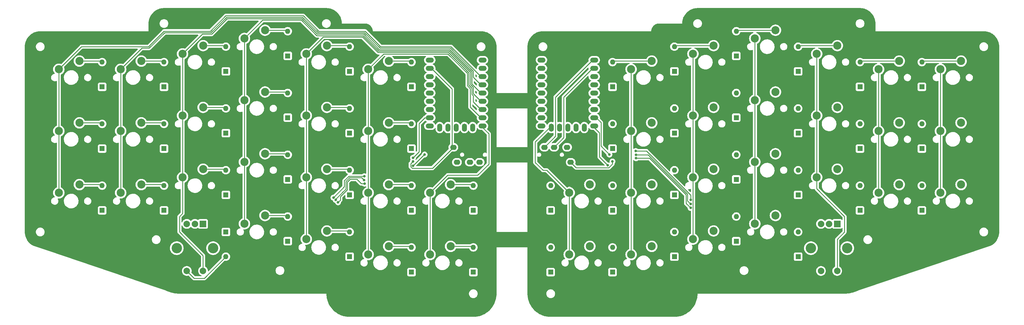
<source format=gtl>
G04 #@! TF.GenerationSoftware,KiCad,Pcbnew,7.0.8*
G04 #@! TF.CreationDate,2023-11-24T19:41:04+09:00*
G04 #@! TF.ProjectId,scene46aio,7363656e-6534-4366-9169-6f2e6b696361,rev?*
G04 #@! TF.SameCoordinates,Original*
G04 #@! TF.FileFunction,Copper,L1,Top*
G04 #@! TF.FilePolarity,Positive*
%FSLAX46Y46*%
G04 Gerber Fmt 4.6, Leading zero omitted, Abs format (unit mm)*
G04 Created by KiCad (PCBNEW 7.0.8) date 2023-11-24 19:41:04*
%MOMM*%
%LPD*%
G01*
G04 APERTURE LIST*
G04 #@! TA.AperFunction,ComponentPad*
%ADD10C,2.500000*%
G04 #@! TD*
G04 #@! TA.AperFunction,ComponentPad*
%ADD11R,2.000000X2.000000*%
G04 #@! TD*
G04 #@! TA.AperFunction,ComponentPad*
%ADD12C,2.000000*%
G04 #@! TD*
G04 #@! TA.AperFunction,ComponentPad*
%ADD13C,3.200000*%
G04 #@! TD*
G04 #@! TA.AperFunction,ComponentPad*
%ADD14O,2.500000X1.500000*%
G04 #@! TD*
G04 #@! TA.AperFunction,ComponentPad*
%ADD15O,1.500000X2.500000*%
G04 #@! TD*
G04 #@! TA.AperFunction,ComponentPad*
%ADD16O,2.000000X1.600000*%
G04 #@! TD*
G04 #@! TA.AperFunction,ComponentPad*
%ADD17R,1.600000X1.600000*%
G04 #@! TD*
G04 #@! TA.AperFunction,ComponentPad*
%ADD18O,1.600000X1.600000*%
G04 #@! TD*
G04 #@! TA.AperFunction,ViaPad*
%ADD19C,0.800000*%
G04 #@! TD*
G04 #@! TA.AperFunction,Conductor*
%ADD20C,0.250000*%
G04 #@! TD*
G04 APERTURE END LIST*
D10*
X81915000Y-78422500D03*
X88265000Y-75882500D03*
X43815000Y-87947500D03*
X50165000Y-85407500D03*
X43815000Y-68897500D03*
X50165000Y-66357500D03*
D11*
X31075000Y-88000000D03*
D12*
X26075000Y-88000000D03*
X28575000Y-88000000D03*
D13*
X34175000Y-95500000D03*
X22975000Y-95500000D03*
D12*
X26075000Y-102500000D03*
X31075000Y-102500000D03*
D10*
X220027500Y-54610000D03*
X226377500Y-52070000D03*
X220027500Y-73660000D03*
X226377500Y-71120000D03*
X5715000Y-59372500D03*
X12065000Y-56832500D03*
D14*
X117132500Y-37465000D03*
X117132500Y-40005000D03*
X117132500Y-42545000D03*
X117132500Y-45085000D03*
X117132500Y-47625000D03*
X117132500Y-50165000D03*
X117132500Y-52705000D03*
X117132500Y-55245000D03*
X117132500Y-57785000D03*
D15*
X114092500Y-58285000D03*
X111552500Y-58285000D03*
X109012500Y-58285000D03*
X106472500Y-58285000D03*
X103932500Y-58285000D03*
D14*
X100892500Y-57785000D03*
X100892500Y-55245000D03*
X100892500Y-52705000D03*
X100892500Y-50165000D03*
X100892500Y-47625000D03*
X100892500Y-45085000D03*
X100892500Y-42545000D03*
X100892500Y-40005000D03*
X100892500Y-37465000D03*
D10*
X43815000Y-30797500D03*
X50165000Y-28257500D03*
X81915000Y-59372500D03*
X88265000Y-56832500D03*
X162877500Y-78422500D03*
X169227500Y-75882500D03*
X220027500Y-35560000D03*
X226377500Y-33020000D03*
X5715000Y-40322500D03*
X12065000Y-37782500D03*
X200977500Y-87947500D03*
X207327500Y-85407500D03*
X239077500Y-59372500D03*
X245427500Y-56832500D03*
X162877500Y-97472500D03*
X169227500Y-94932500D03*
X239077500Y-78422500D03*
X245427500Y-75882500D03*
X-13335000Y-78422500D03*
X-6985000Y-75882500D03*
X-13335000Y-59372500D03*
X-6985000Y-56832500D03*
X200977500Y-49847500D03*
X207327500Y-47307500D03*
X5715000Y-78422500D03*
X12065000Y-75882500D03*
X62865000Y-35560000D03*
X69215000Y-33020000D03*
X43815000Y-49847500D03*
X50165000Y-47307500D03*
X258127500Y-78422500D03*
X264477500Y-75882500D03*
X181927500Y-92710000D03*
X188277500Y-90170000D03*
X24765000Y-54610000D03*
X31115000Y-52070000D03*
X181927500Y-54610000D03*
X188277500Y-52070000D03*
D16*
X116243750Y-68975000D03*
X113243750Y-68975000D03*
X109243750Y-68975000D03*
X108143750Y-64375000D03*
D10*
X181927500Y-73660000D03*
X188277500Y-71120000D03*
X24765000Y-35560000D03*
X31115000Y-33020000D03*
D14*
X151520000Y-37465000D03*
X151520000Y-40005000D03*
X151520000Y-42545000D03*
X151520000Y-45085000D03*
X151520000Y-47625000D03*
X151520000Y-50165000D03*
X151520000Y-52705000D03*
X151520000Y-55245000D03*
X151520000Y-57785000D03*
D15*
X148480000Y-58285000D03*
X145940000Y-58285000D03*
X143400000Y-58285000D03*
X140860000Y-58285000D03*
X138320000Y-58285000D03*
D14*
X135280000Y-57785000D03*
X135280000Y-55245000D03*
X135280000Y-52705000D03*
X135280000Y-50165000D03*
X135280000Y-47625000D03*
X135280000Y-45085000D03*
X135280000Y-42545000D03*
X135280000Y-40005000D03*
X135280000Y-37465000D03*
D10*
X162877500Y-59372500D03*
X169227500Y-56832500D03*
X81915000Y-40322500D03*
X88265000Y-37782500D03*
X62865000Y-92710000D03*
X69215000Y-90170000D03*
X200977500Y-68897500D03*
X207327500Y-66357500D03*
X258127500Y-40322500D03*
X264477500Y-37782500D03*
X162877500Y-40322500D03*
X169227500Y-37782500D03*
X62865000Y-73660000D03*
X69215000Y-71120000D03*
X24765000Y-73660000D03*
X31115000Y-71120000D03*
X143827500Y-97472500D03*
X150177500Y-94932500D03*
X143827500Y-78422500D03*
X150177500Y-75882500D03*
D11*
X226337500Y-88000000D03*
D12*
X221337500Y-88000000D03*
X223837500Y-88000000D03*
D13*
X229437500Y-95500000D03*
X218237500Y-95500000D03*
D12*
X221337500Y-102500000D03*
X226337500Y-102500000D03*
D10*
X258127500Y-59372500D03*
X264477500Y-56832500D03*
X200977500Y-30797500D03*
X207327500Y-28257500D03*
X81915000Y-97472500D03*
X88265000Y-94932500D03*
X100965000Y-97472500D03*
X107315000Y-94932500D03*
X-13335000Y-40322500D03*
X-6985000Y-37782500D03*
X100965000Y-78422500D03*
X107315000Y-75882500D03*
X181927500Y-35560000D03*
X188277500Y-33020000D03*
X239077500Y-40322500D03*
X245427500Y-37782500D03*
X62865000Y-54610000D03*
X69215000Y-52070000D03*
D17*
X176212500Y-79057500D03*
D18*
X176212500Y-71437500D03*
D17*
X195262500Y-55245000D03*
D18*
X195262500Y-47625000D03*
D17*
X76200000Y-60007500D03*
D18*
X76200000Y-52387500D03*
D17*
X138112500Y-102870000D03*
D18*
X138112500Y-95250000D03*
D17*
X57150000Y-55245000D03*
D18*
X57150000Y-47625000D03*
D17*
X214312500Y-98107500D03*
D18*
X214312500Y-90487500D03*
D17*
X38100000Y-40957500D03*
D18*
X38100000Y-33337500D03*
D17*
X95250000Y-102870000D03*
D18*
X95250000Y-95250000D03*
D17*
X38100000Y-79057500D03*
D18*
X38100000Y-71437500D03*
D17*
X214312500Y-79057500D03*
D18*
X214312500Y-71437500D03*
D17*
X57150000Y-93345000D03*
D18*
X57150000Y-85725000D03*
D17*
X57150000Y-74295000D03*
D18*
X57150000Y-66675000D03*
D17*
X252412500Y-64770000D03*
D18*
X252412500Y-57150000D03*
D17*
X176212500Y-40957500D03*
D18*
X176212500Y-33337500D03*
D17*
X157162500Y-102870000D03*
D18*
X157162500Y-95250000D03*
D17*
X176212500Y-60007500D03*
D18*
X176212500Y-52387500D03*
D16*
X136168750Y-64375000D03*
X139168750Y-64375000D03*
X143168750Y-64375000D03*
X144268750Y-68975000D03*
D17*
X176212500Y-98107500D03*
D18*
X176212500Y-90487500D03*
D17*
X214312500Y-60007500D03*
D18*
X214312500Y-52387500D03*
D17*
X114300000Y-83820000D03*
D18*
X114300000Y-76200000D03*
D17*
X76200000Y-40957500D03*
D18*
X76200000Y-33337500D03*
D17*
X57150000Y-36195000D03*
D18*
X57150000Y-28575000D03*
D17*
X114300000Y-102870000D03*
D18*
X114300000Y-95250000D03*
D17*
X252412500Y-83820000D03*
D18*
X252412500Y-76200000D03*
D17*
X38100000Y-60007500D03*
D18*
X38100000Y-52387500D03*
D17*
X233362500Y-83820000D03*
D18*
X233362500Y-76200000D03*
D17*
X38100000Y-90487500D03*
D18*
X38100000Y-98107500D03*
D17*
X138112500Y-83820000D03*
D18*
X138112500Y-76200000D03*
D17*
X0Y-45720000D03*
D18*
X0Y-38100000D03*
D17*
X157162500Y-45720000D03*
D18*
X157162500Y-38100000D03*
D17*
X0Y-64770000D03*
D18*
X0Y-57150000D03*
D17*
X95250000Y-83820000D03*
D18*
X95250000Y-76200000D03*
D17*
X95250000Y-45720000D03*
D18*
X95250000Y-38100000D03*
D17*
X76200000Y-79057500D03*
D18*
X76200000Y-71437500D03*
D17*
X19050000Y-83820000D03*
D18*
X19050000Y-76200000D03*
D17*
X157162500Y-83820000D03*
D18*
X157162500Y-76200000D03*
D17*
X252412500Y-45720000D03*
D18*
X252412500Y-38100000D03*
D17*
X19050000Y-45720000D03*
D18*
X19050000Y-38100000D03*
D17*
X0Y-83820000D03*
D18*
X0Y-76200000D03*
D17*
X233362500Y-64770000D03*
D18*
X233362500Y-57150000D03*
D17*
X195262500Y-74295000D03*
D18*
X195262500Y-66675000D03*
D17*
X19050000Y-64770000D03*
D18*
X19050000Y-57150000D03*
D17*
X195262500Y-93345000D03*
D18*
X195262500Y-85725000D03*
D17*
X76200000Y-98107500D03*
D18*
X76200000Y-90487500D03*
D17*
X95250000Y-64770000D03*
D18*
X95250000Y-57150000D03*
D17*
X195262500Y-36195000D03*
D18*
X195262500Y-28575000D03*
D17*
X157162500Y-64770000D03*
D18*
X157162500Y-57150000D03*
D17*
X214312500Y-40957500D03*
D18*
X214312500Y-33337500D03*
D17*
X233362500Y-45720000D03*
D18*
X233362500Y-38100000D03*
D19*
X157140000Y-68750000D03*
X156190000Y-66610000D03*
X155710000Y-69940000D03*
X164410000Y-67750000D03*
X164360000Y-66660000D03*
X164310000Y-65520000D03*
X181203000Y-83080000D03*
X181203000Y-81850000D03*
X181203000Y-80610000D03*
X99300000Y-66610000D03*
X95730000Y-70080000D03*
X72640000Y-81340000D03*
X80810000Y-75590000D03*
X95690000Y-68700000D03*
X80620000Y-74500000D03*
X71926755Y-80626755D03*
X95730000Y-67610000D03*
X71220000Y-79920000D03*
X80720000Y-73310000D03*
D20*
X107740000Y-46352500D02*
X101392500Y-40005000D01*
X108143750Y-64375000D02*
X107740000Y-63971250D01*
X107740000Y-63971250D02*
X107740000Y-46352500D01*
X157140000Y-69535305D02*
X157140000Y-68750000D01*
X156010305Y-70665000D02*
X157140000Y-69535305D01*
X144268750Y-68975000D02*
X145958750Y-70665000D01*
X145958750Y-70665000D02*
X156010305Y-70665000D01*
X101708750Y-70810000D02*
X108143750Y-64375000D01*
X95434695Y-70810000D02*
X101708750Y-70810000D01*
X95005000Y-70380305D02*
X95434695Y-70810000D01*
X95690000Y-68700000D02*
X95005000Y-69385000D01*
X95005000Y-69385000D02*
X95005000Y-70380305D01*
X142140000Y-61403750D02*
X142140000Y-48885000D01*
X139168750Y-64375000D02*
X142140000Y-61403750D01*
X142140000Y-48885000D02*
X151020000Y-40005000D01*
X139590000Y-48895000D02*
X151020000Y-37465000D01*
X136168750Y-64375000D02*
X139590000Y-60953750D01*
X139590000Y-60953750D02*
X139590000Y-48895000D01*
X133350000Y-62755000D02*
X138320000Y-57785000D01*
X133350000Y-69056250D02*
X133350000Y-62755000D01*
X135731250Y-71437500D02*
X133350000Y-69056250D01*
X136842500Y-71437500D02*
X135731250Y-71437500D01*
X143827500Y-78422500D02*
X136842500Y-71437500D01*
X119062500Y-60215000D02*
X116632500Y-57785000D01*
X119062500Y-69557500D02*
X119062500Y-60215000D01*
X115630000Y-72990000D02*
X119062500Y-69557500D01*
X153600000Y-64020000D02*
X153600000Y-56710000D01*
X156190000Y-66610000D02*
X153600000Y-64020000D01*
X152135000Y-55245000D02*
X151020000Y-55245000D01*
X153600000Y-56710000D02*
X152135000Y-55245000D01*
X153150000Y-59915000D02*
X151020000Y-57785000D01*
X153150000Y-67380000D02*
X153150000Y-59915000D01*
X155710000Y-69940000D02*
X153150000Y-67380000D01*
X168547208Y-67750000D02*
X164410000Y-67750000D01*
X179791802Y-78994594D02*
X168547208Y-67750000D01*
X179791802Y-81668802D02*
X179791802Y-78994594D01*
X181203000Y-83080000D02*
X179791802Y-81668802D01*
X170331802Y-68898198D02*
X168093604Y-66660000D01*
X180241802Y-80888802D02*
X180241802Y-78808198D01*
X168093604Y-66660000D02*
X164360000Y-66660000D01*
X181203000Y-81850000D02*
X180241802Y-80888802D01*
X180241802Y-78808198D02*
X170331802Y-68898198D01*
X181203000Y-79133000D02*
X167590000Y-65520000D01*
X167590000Y-65520000D02*
X164310000Y-65520000D01*
X181203000Y-80610000D02*
X181203000Y-79133000D01*
X99200000Y-66610000D02*
X99300000Y-66610000D01*
X76342792Y-74210000D02*
X78440000Y-74210000D01*
X75490000Y-77466396D02*
X75490000Y-75062792D01*
X73350000Y-79606396D02*
X75490000Y-77466396D01*
X95730000Y-70080000D02*
X99200000Y-66610000D01*
X73350000Y-80630000D02*
X73350000Y-79606396D01*
X72640000Y-81340000D02*
X73350000Y-80630000D01*
X79820000Y-75590000D02*
X80810000Y-75590000D01*
X78440000Y-74210000D02*
X79820000Y-75590000D01*
X75490000Y-75062792D02*
X76342792Y-74210000D01*
X79880000Y-73760000D02*
X80620000Y-74500000D01*
X76156396Y-73760000D02*
X78220000Y-73760000D01*
X75040000Y-74876396D02*
X76156396Y-73760000D01*
X75040000Y-77280000D02*
X75040000Y-74876396D01*
X74173198Y-78146802D02*
X75040000Y-77280000D01*
X71926755Y-80393245D02*
X74173198Y-78146802D01*
X71926755Y-80626755D02*
X71926755Y-80393245D01*
X78220000Y-73760000D02*
X79880000Y-73760000D01*
X99405000Y-55245000D02*
X101392500Y-55245000D01*
X97590000Y-57060000D02*
X99405000Y-55245000D01*
X97590000Y-65750000D02*
X97590000Y-57060000D01*
X95730000Y-67610000D02*
X97590000Y-65750000D01*
X75970000Y-73310000D02*
X80720000Y-73310000D01*
X74590000Y-74690000D02*
X75970000Y-73310000D01*
X71220000Y-79920000D02*
X74590000Y-76550000D01*
X74590000Y-76550000D02*
X74590000Y-74690000D01*
X220027500Y-77152500D02*
X220027500Y-73660000D01*
X228600000Y-85725000D02*
X220027500Y-77152500D01*
X228600000Y-90487500D02*
X228600000Y-85725000D01*
X226337500Y-92750000D02*
X228600000Y-90487500D01*
X226337500Y-102500000D02*
X226337500Y-92750000D01*
X31075000Y-97750000D02*
X31075000Y-102500000D01*
X23812500Y-90487500D02*
X31075000Y-97750000D01*
X24765000Y-84772500D02*
X23812500Y-85725000D01*
X24765000Y-73660000D02*
X24765000Y-84772500D01*
X23812500Y-85725000D02*
X23812500Y-90487500D01*
X143827500Y-78422500D02*
X143827500Y-77152500D01*
X-317500Y-37782500D02*
X0Y-38100000D01*
X-6985000Y-37782500D02*
X-317500Y-37782500D01*
X18732500Y-37782500D02*
X19050000Y-38100000D01*
X12065000Y-37782500D02*
X18732500Y-37782500D01*
X37782500Y-33020000D02*
X38100000Y-33337500D01*
X31115000Y-33020000D02*
X37782500Y-33020000D01*
X56832500Y-28257500D02*
X57150000Y-28575000D01*
X50165000Y-28257500D02*
X56832500Y-28257500D01*
X69215000Y-33020000D02*
X75882500Y-33020000D01*
X75882500Y-33020000D02*
X76200000Y-33337500D01*
X88265000Y-37782500D02*
X94932500Y-37782500D01*
X94932500Y-37782500D02*
X95250000Y-38100000D01*
X-6985000Y-56832500D02*
X-317500Y-56832500D01*
X-317500Y-56832500D02*
X0Y-57150000D01*
X18732500Y-56832500D02*
X19050000Y-57150000D01*
X12065000Y-56832500D02*
X18732500Y-56832500D01*
X31115000Y-52070000D02*
X37782500Y-52070000D01*
X37782500Y-52070000D02*
X38100000Y-52387500D01*
X50165000Y-47307500D02*
X56832500Y-47307500D01*
X56832500Y-47307500D02*
X57150000Y-47625000D01*
X69215000Y-52070000D02*
X75882500Y-52070000D01*
X75882500Y-52070000D02*
X76200000Y-52387500D01*
X94932500Y-56832500D02*
X95250000Y-57150000D01*
X88265000Y-56832500D02*
X94932500Y-56832500D01*
X-6985000Y-75882500D02*
X-317500Y-75882500D01*
X-317500Y-75882500D02*
X0Y-76200000D01*
X18732500Y-75882500D02*
X19050000Y-76200000D01*
X12065000Y-75882500D02*
X18732500Y-75882500D01*
X31115000Y-71120000D02*
X37782500Y-71120000D01*
X37782500Y-71120000D02*
X38100000Y-71437500D01*
X56832500Y-66357500D02*
X57150000Y-66675000D01*
X50165000Y-66357500D02*
X56832500Y-66357500D01*
X69215000Y-71120000D02*
X75882500Y-71120000D01*
X75882500Y-71120000D02*
X76200000Y-71437500D01*
X94932500Y-75882500D02*
X95250000Y-76200000D01*
X88265000Y-75882500D02*
X94932500Y-75882500D01*
X107315000Y-75882500D02*
X113982500Y-75882500D01*
X113982500Y-75882500D02*
X114300000Y-76200000D01*
X56832500Y-85407500D02*
X57150000Y-85725000D01*
X50165000Y-85407500D02*
X56832500Y-85407500D01*
X75882500Y-90170000D02*
X76200000Y-90487500D01*
X69215000Y-90170000D02*
X75882500Y-90170000D01*
X94932500Y-94932500D02*
X95250000Y-95250000D01*
X88265000Y-94932500D02*
X94932500Y-94932500D01*
X113982500Y-94932500D02*
X114300000Y-95250000D01*
X107315000Y-94932500D02*
X113982500Y-94932500D01*
X157480000Y-37782500D02*
X157162500Y-38100000D01*
X169227500Y-37782500D02*
X157480000Y-37782500D01*
X176530000Y-33020000D02*
X176212500Y-33337500D01*
X188277500Y-33020000D02*
X176530000Y-33020000D01*
X195580000Y-28257500D02*
X195262500Y-28575000D01*
X207327500Y-28257500D02*
X195580000Y-28257500D01*
X226377500Y-33020000D02*
X214630000Y-33020000D01*
X214630000Y-33020000D02*
X214312500Y-33337500D01*
X245427500Y-37782500D02*
X233680000Y-37782500D01*
X233680000Y-37782500D02*
X233362500Y-38100000D01*
X252730000Y-37782500D02*
X252412500Y-38100000D01*
X264477500Y-37782500D02*
X252730000Y-37782500D01*
X14287500Y-33337500D02*
X19050000Y-28575000D01*
X38100000Y-23812500D02*
X61912500Y-23812500D01*
X66675000Y-28575000D02*
X80962500Y-28575000D01*
X-13335000Y-40322500D02*
X-6350000Y-33337500D01*
X61912500Y-23812500D02*
X66675000Y-28575000D01*
X85725000Y-33337500D02*
X107425000Y-33337500D01*
X80962500Y-28575000D02*
X85725000Y-33337500D01*
X-13335000Y-40322500D02*
X-13335000Y-78422500D01*
X33337500Y-28575000D02*
X38100000Y-23812500D01*
X19050000Y-28575000D02*
X33337500Y-28575000D01*
X-6350000Y-33337500D02*
X14287500Y-33337500D01*
X107425000Y-33337500D02*
X116632500Y-42545000D01*
X38286396Y-24262500D02*
X61726104Y-24262500D01*
X14473896Y-33787500D02*
X19236396Y-29025000D01*
X114300000Y-40848896D02*
X114300000Y-42752500D01*
X5715000Y-40322500D02*
X12250000Y-33787500D01*
X5715000Y-40322500D02*
X5715000Y-78422500D01*
X114300000Y-42752500D02*
X116632500Y-45085000D01*
X66488604Y-29025000D02*
X80776104Y-29025000D01*
X85538604Y-33787500D02*
X107238604Y-33787500D01*
X80776104Y-29025000D02*
X85538604Y-33787500D01*
X33523896Y-29025000D02*
X38286396Y-24262500D01*
X61726104Y-24262500D02*
X66488604Y-29025000D01*
X19236396Y-29025000D02*
X33523896Y-29025000D01*
X12250000Y-33787500D02*
X14473896Y-33787500D01*
X107238604Y-33787500D02*
X114300000Y-40848896D01*
X107052208Y-34237500D02*
X113850000Y-41035292D01*
X38472792Y-24712500D02*
X61539708Y-24712500D01*
X33710292Y-29475000D02*
X38472792Y-24712500D01*
X24765000Y-35560000D02*
X30850000Y-29475000D01*
X24765000Y-35560000D02*
X24765000Y-73660000D01*
X113850000Y-41035292D02*
X113850000Y-44842500D01*
X61539708Y-24712500D02*
X66302208Y-29475000D01*
X113850000Y-44842500D02*
X116632500Y-47625000D01*
X66302208Y-29475000D02*
X80589708Y-29475000D01*
X85352208Y-34237500D02*
X107052208Y-34237500D01*
X80589708Y-29475000D02*
X85352208Y-34237500D01*
X30850000Y-29475000D02*
X33710292Y-29475000D01*
X61353312Y-25162500D02*
X66115812Y-29925000D01*
X43815000Y-30797500D02*
X43815000Y-87947500D01*
X114275552Y-47808052D02*
X116632500Y-50165000D01*
X80403312Y-29925000D02*
X85165812Y-34687500D01*
X49450000Y-25162500D02*
X61353312Y-25162500D01*
X114275552Y-45904448D02*
X114275552Y-47808052D01*
X85165812Y-34687500D02*
X106865812Y-34687500D01*
X66115812Y-29925000D02*
X80403312Y-29925000D01*
X113400000Y-41221688D02*
X113400000Y-45028896D01*
X106865812Y-34687500D02*
X113400000Y-41221688D01*
X43815000Y-30797500D02*
X49450000Y-25162500D01*
X113400000Y-45028896D02*
X114275552Y-45904448D01*
X62865000Y-35560000D02*
X62865000Y-92710000D01*
X68050000Y-30375000D02*
X80216916Y-30375000D01*
X84979416Y-35137500D02*
X106679416Y-35137500D01*
X106679416Y-35137500D02*
X112945958Y-41404042D01*
X62865000Y-35560000D02*
X68050000Y-30375000D01*
X114300552Y-50373052D02*
X116632500Y-52705000D01*
X80216916Y-30375000D02*
X84979416Y-35137500D01*
X114300552Y-48469448D02*
X114300552Y-50373052D01*
X112945958Y-41404042D02*
X112945958Y-45211250D01*
X113825552Y-47994448D02*
X114300552Y-48469448D01*
X112945958Y-45211250D02*
X113825552Y-46090844D01*
X113825552Y-46090844D02*
X113825552Y-47994448D01*
X113375552Y-51988052D02*
X116632500Y-55245000D01*
X86650000Y-35587500D02*
X106493020Y-35587500D01*
X81915000Y-40322500D02*
X81915000Y-97472500D01*
X112495958Y-41590438D02*
X112495958Y-45397646D01*
X81915000Y-40322500D02*
X86650000Y-35587500D01*
X113375552Y-46277240D02*
X113375552Y-51988052D01*
X106493020Y-35587500D02*
X112495958Y-41590438D01*
X112495958Y-45397646D02*
X113375552Y-46277240D01*
X100965000Y-78422500D02*
X100965000Y-97472500D01*
X106397500Y-72990000D02*
X115630000Y-72990000D01*
X100965000Y-78422500D02*
X106397500Y-72990000D01*
X162877500Y-97472500D02*
X162877500Y-40322500D01*
X181927500Y-35560000D02*
X181927500Y-92710000D01*
X200977500Y-30797500D02*
X200977500Y-87947500D01*
X220027500Y-35560000D02*
X220027500Y-73660000D01*
X239077500Y-40322500D02*
X239077500Y-78422500D01*
X258127500Y-78422500D02*
X258127500Y-40322500D01*
X143827500Y-78422500D02*
X143827500Y-97472500D01*
X28350000Y-104775000D02*
X31432500Y-104775000D01*
X26075000Y-102500000D02*
X28350000Y-104775000D01*
X31432500Y-104775000D02*
X38100000Y-98107500D01*
G04 #@! TA.AperFunction,NonConductor*
G36*
X69250695Y-21440239D02*
G01*
X69475311Y-21450624D01*
X69480511Y-21451085D01*
X69689032Y-21478537D01*
X69899247Y-21507860D01*
X69904068Y-21508729D01*
X70097690Y-21551654D01*
X70112017Y-21554831D01*
X70316303Y-21602878D01*
X70320718Y-21604091D01*
X70525038Y-21668514D01*
X70723135Y-21734909D01*
X70727108Y-21736396D01*
X70925662Y-21818639D01*
X71116458Y-21902885D01*
X71119987Y-21904580D01*
X71311031Y-22004031D01*
X71493092Y-22105439D01*
X71496213Y-22107301D01*
X71564092Y-22150544D01*
X71678138Y-22223200D01*
X71678597Y-22223514D01*
X71850021Y-22340943D01*
X71852725Y-22342905D01*
X71942021Y-22411423D01*
X72024060Y-22474374D01*
X72095541Y-22533730D01*
X72184387Y-22607508D01*
X72186651Y-22609482D01*
X72262246Y-22678752D01*
X72346062Y-22755556D01*
X72494443Y-22903937D01*
X72640503Y-23063332D01*
X72642490Y-23065611D01*
X72740640Y-23183807D01*
X72759950Y-23207062D01*
X72775622Y-23225934D01*
X72775905Y-23226303D01*
X72907093Y-23397273D01*
X72909055Y-23399977D01*
X73026803Y-23571866D01*
X73142697Y-23753785D01*
X73144571Y-23756927D01*
X73151900Y-23770085D01*
X73245973Y-23938978D01*
X73345401Y-24129976D01*
X73347124Y-24133563D01*
X73431359Y-24324337D01*
X73449981Y-24369292D01*
X73513590Y-24522859D01*
X73515096Y-24526884D01*
X73581495Y-24724990D01*
X73645901Y-24929262D01*
X73647124Y-24933712D01*
X73695168Y-25137982D01*
X73741265Y-25345911D01*
X73742140Y-25350766D01*
X73771462Y-25560966D01*
X73798910Y-25769459D01*
X73799374Y-25774691D01*
X73809760Y-25999300D01*
X73818207Y-26192781D01*
X73818208Y-26194208D01*
X73818250Y-26194250D01*
X73818651Y-26194250D01*
X80960624Y-26194250D01*
X80964367Y-26194363D01*
X80968333Y-26194602D01*
X81061580Y-26200243D01*
X81253980Y-26212854D01*
X81261067Y-26213733D01*
X81391920Y-26237713D01*
X81548544Y-26268868D01*
X81554858Y-26270474D01*
X81662957Y-26304159D01*
X81688370Y-26312079D01*
X81753968Y-26334346D01*
X81833702Y-26361412D01*
X81839216Y-26363583D01*
X81876377Y-26380307D01*
X81969412Y-26422179D01*
X82104995Y-26489041D01*
X82109635Y-26491582D01*
X82231990Y-26565548D01*
X82234302Y-26567017D01*
X82358120Y-26649750D01*
X82361906Y-26652492D01*
X82474914Y-26741029D01*
X82477557Y-26743221D01*
X82553929Y-26810197D01*
X82589101Y-26841041D01*
X82592055Y-26843809D01*
X82693689Y-26945443D01*
X82696464Y-26948405D01*
X82794277Y-27059941D01*
X82796469Y-27062584D01*
X82885006Y-27175592D01*
X82887753Y-27179385D01*
X82970467Y-27303175D01*
X82971960Y-27305524D01*
X83045912Y-27427856D01*
X83048461Y-27432511D01*
X83115325Y-27568098D01*
X83173915Y-27698282D01*
X83176088Y-27703801D01*
X83225420Y-27849129D01*
X83267018Y-27982619D01*
X83268635Y-27988973D01*
X83299791Y-28145607D01*
X83323761Y-28276413D01*
X83324645Y-28283539D01*
X83337261Y-28476012D01*
X83343101Y-28572562D01*
X83343196Y-28575446D01*
X83343250Y-28575500D01*
X116681250Y-28575500D01*
X116876756Y-28584038D01*
X117100265Y-28594372D01*
X117105450Y-28594832D01*
X117314889Y-28622407D01*
X117524126Y-28651594D01*
X117528952Y-28652463D01*
X117737902Y-28698788D01*
X117941130Y-28746588D01*
X117945538Y-28747799D01*
X118150819Y-28812526D01*
X118347874Y-28878572D01*
X118351881Y-28880071D01*
X118551440Y-28962733D01*
X118741136Y-29046493D01*
X118744669Y-29048190D01*
X118936767Y-29148191D01*
X119117706Y-29248974D01*
X119120825Y-29250834D01*
X119121167Y-29251052D01*
X119303803Y-29367406D01*
X119474574Y-29484387D01*
X119477269Y-29486341D01*
X119649686Y-29618643D01*
X119808871Y-29750829D01*
X119811128Y-29752797D01*
X119864540Y-29801741D01*
X119971611Y-29899855D01*
X120118862Y-30047106D01*
X120266002Y-30207684D01*
X120267990Y-30209962D01*
X120399972Y-30368902D01*
X120532516Y-30541640D01*
X120534478Y-30544345D01*
X120651092Y-30714579D01*
X120768049Y-30898167D01*
X120769924Y-30901310D01*
X120870214Y-31081365D01*
X120970684Y-31274367D01*
X120972404Y-31277947D01*
X120988730Y-31314921D01*
X121055564Y-31466286D01*
X121138803Y-31667247D01*
X121140309Y-31671271D01*
X121205653Y-31866229D01*
X121271049Y-32073643D01*
X121272272Y-32078092D01*
X121319290Y-32277997D01*
X121366352Y-32490282D01*
X121367227Y-32495137D01*
X121395561Y-32698262D01*
X121423937Y-32913799D01*
X121424401Y-32919030D01*
X121433860Y-33123595D01*
X121439909Y-33262123D01*
X121443190Y-33337279D01*
X121443250Y-33338641D01*
X121443250Y-47600467D01*
X121443166Y-47600889D01*
X121443209Y-47625001D01*
X121443250Y-47625099D01*
X121443366Y-47625382D01*
X121443368Y-47625384D01*
X121443558Y-47625462D01*
X121443750Y-47625541D01*
X121443752Y-47625539D01*
X121468366Y-47625524D01*
X121468366Y-47625528D01*
X121468510Y-47625500D01*
X130943990Y-47625500D01*
X130944133Y-47625528D01*
X130944134Y-47625524D01*
X130968747Y-47625539D01*
X130968750Y-47625541D01*
X130969133Y-47625383D01*
X130969250Y-47625099D01*
X130969291Y-47625000D01*
X130969290Y-47624997D01*
X130969333Y-47600889D01*
X130969250Y-47600467D01*
X130969250Y-33337500D01*
X134375591Y-33337500D01*
X134396186Y-33572903D01*
X134396188Y-33572913D01*
X134457344Y-33801155D01*
X134457346Y-33801159D01*
X134457347Y-33801163D01*
X134480448Y-33850703D01*
X134557214Y-34015328D01*
X134557215Y-34015330D01*
X134692755Y-34208902D01*
X134859847Y-34375994D01*
X135053419Y-34511534D01*
X135053421Y-34511535D01*
X135267587Y-34611403D01*
X135495842Y-34672563D01*
X135672284Y-34688000D01*
X135790216Y-34688000D01*
X135966658Y-34672563D01*
X136194913Y-34611403D01*
X136409079Y-34511535D01*
X136602651Y-34375995D01*
X136769745Y-34208901D01*
X136905285Y-34015330D01*
X137005153Y-33801163D01*
X137066313Y-33572908D01*
X137086909Y-33337500D01*
X137066313Y-33102092D01*
X137005153Y-32873837D01*
X136905285Y-32659671D01*
X136905284Y-32659669D01*
X136769744Y-32466097D01*
X136602652Y-32299005D01*
X136409080Y-32163465D01*
X136409078Y-32163464D01*
X136224646Y-32077462D01*
X136194913Y-32063597D01*
X136194909Y-32063596D01*
X136194905Y-32063594D01*
X135966663Y-32002438D01*
X135966653Y-32002436D01*
X135790216Y-31987000D01*
X135672284Y-31987000D01*
X135495846Y-32002436D01*
X135495836Y-32002438D01*
X135267594Y-32063594D01*
X135267585Y-32063598D01*
X135053421Y-32163464D01*
X135053419Y-32163465D01*
X134859847Y-32299005D01*
X134692756Y-32466097D01*
X134692751Y-32466104D01*
X134557217Y-32659665D01*
X134557215Y-32659669D01*
X134457348Y-32873835D01*
X134457344Y-32873844D01*
X134396188Y-33102086D01*
X134396186Y-33102096D01*
X134375591Y-33337499D01*
X134375591Y-33337500D01*
X130969250Y-33337500D01*
X130969260Y-33337279D01*
X130977749Y-33142839D01*
X130988124Y-32918432D01*
X130988585Y-32913241D01*
X131016033Y-32704745D01*
X131018821Y-32684767D01*
X131045364Y-32494483D01*
X131046234Y-32489657D01*
X131092315Y-32281799D01*
X131140388Y-32077404D01*
X131141596Y-32073012D01*
X131205966Y-31868852D01*
X131272425Y-31670570D01*
X131273919Y-31666577D01*
X131356075Y-31468232D01*
X131440422Y-31277207D01*
X131442110Y-31273693D01*
X131541434Y-31082892D01*
X131643021Y-30900510D01*
X131644851Y-30897442D01*
X131760564Y-30715808D01*
X131878559Y-30543558D01*
X131880478Y-30540912D01*
X132011713Y-30369881D01*
X132145193Y-30209138D01*
X132147151Y-30206896D01*
X132292837Y-30047905D01*
X132441687Y-29899055D01*
X132600611Y-29753426D01*
X132602812Y-29751506D01*
X132763817Y-29617810D01*
X132934507Y-29486834D01*
X132937122Y-29484936D01*
X133109914Y-29366570D01*
X133290962Y-29251228D01*
X133294004Y-29249414D01*
X133477273Y-29147332D01*
X133667124Y-29048500D01*
X133670625Y-29046818D01*
X133863054Y-28961852D01*
X134059945Y-28880295D01*
X134063921Y-28878808D01*
X134264309Y-28811644D01*
X134466316Y-28747950D01*
X134470717Y-28746741D01*
X134678396Y-28697895D01*
X134882894Y-28652557D01*
X134887739Y-28651683D01*
X135103994Y-28621516D01*
X135306447Y-28594860D01*
X135311651Y-28594399D01*
X135555609Y-28583119D01*
X135720064Y-28575937D01*
X135730090Y-28575500D01*
X169069250Y-28575500D01*
X169069312Y-28575437D01*
X169069325Y-28575001D01*
X193957032Y-28575001D01*
X193976864Y-28801686D01*
X193976866Y-28801697D01*
X194035758Y-29021488D01*
X194035761Y-29021497D01*
X194131931Y-29227732D01*
X194131932Y-29227734D01*
X194262454Y-29414141D01*
X194423358Y-29575045D01*
X194423361Y-29575047D01*
X194609766Y-29705568D01*
X194816004Y-29801739D01*
X195035808Y-29860635D01*
X195197730Y-29874801D01*
X195262498Y-29880468D01*
X195262500Y-29880468D01*
X195262502Y-29880468D01*
X195319173Y-29875509D01*
X195489192Y-29860635D01*
X195708996Y-29801739D01*
X195915234Y-29705568D01*
X196101639Y-29575047D01*
X196262547Y-29414139D01*
X196393068Y-29227734D01*
X196489239Y-29021496D01*
X196501723Y-28974906D01*
X196538088Y-28915246D01*
X196600935Y-28884717D01*
X196621498Y-28883000D01*
X200422646Y-28883000D01*
X200489685Y-28902685D01*
X200535440Y-28955489D01*
X200545384Y-29024647D01*
X200516359Y-29088203D01*
X200459196Y-29125490D01*
X200395687Y-29145080D01*
X200336173Y-29163438D01*
X200099803Y-29277267D01*
X200099802Y-29277268D01*
X199883020Y-29425067D01*
X199690698Y-29603514D01*
X199527114Y-29808643D01*
X199395932Y-30035856D01*
X199300082Y-30280078D01*
X199300076Y-30280097D01*
X199241697Y-30535874D01*
X199241696Y-30535879D01*
X199222092Y-30797495D01*
X199222092Y-30797504D01*
X199241696Y-31059120D01*
X199241697Y-31059125D01*
X199300076Y-31314902D01*
X199300078Y-31314911D01*
X199300080Y-31314916D01*
X199395932Y-31559143D01*
X199527114Y-31786357D01*
X199690695Y-31991481D01*
X199690697Y-31991483D01*
X199690698Y-31991484D01*
X199700069Y-32000179D01*
X199735824Y-32060207D01*
X199733450Y-32130036D01*
X199693700Y-32187497D01*
X199629195Y-32214346D01*
X199627516Y-32214517D01*
X199493539Y-32227310D01*
X199493530Y-32227311D01*
X199493529Y-32227312D01*
X199493527Y-32227312D01*
X199493525Y-32227313D01*
X199287293Y-32287868D01*
X199096236Y-32386364D01*
X198927285Y-32519229D01*
X198927282Y-32519233D01*
X198786521Y-32681678D01*
X198679053Y-32867819D01*
X198608751Y-33070942D01*
X198608750Y-33070944D01*
X198578161Y-33283700D01*
X198578160Y-33283702D01*
X198588387Y-33498401D01*
X198639063Y-33707291D01*
X198639065Y-33707295D01*
X198726618Y-33899010D01*
X198728354Y-33902810D01*
X198825881Y-34039768D01*
X198853035Y-34077900D01*
X198853040Y-34077906D01*
X199008594Y-34226225D01*
X199008596Y-34226226D01*
X199008597Y-34226227D01*
X199189420Y-34342435D01*
X199388968Y-34422322D01*
X199451516Y-34434377D01*
X199600027Y-34463000D01*
X199600028Y-34463000D01*
X199761112Y-34463000D01*
X199761118Y-34463000D01*
X199921471Y-34447688D01*
X200127709Y-34387131D01*
X200171181Y-34364719D01*
X200239786Y-34351496D01*
X200304651Y-34377464D01*
X200345180Y-34434377D01*
X200352000Y-34474935D01*
X200352000Y-48127902D01*
X200332315Y-48194941D01*
X200281802Y-48239622D01*
X200099800Y-48327269D01*
X199883020Y-48475067D01*
X199690698Y-48653514D01*
X199527114Y-48858643D01*
X199395932Y-49085856D01*
X199300082Y-49330078D01*
X199300076Y-49330097D01*
X199241697Y-49585874D01*
X199241696Y-49585879D01*
X199222092Y-49847495D01*
X199222092Y-49847504D01*
X199241696Y-50109120D01*
X199241697Y-50109125D01*
X199300076Y-50364902D01*
X199300078Y-50364911D01*
X199300080Y-50364916D01*
X199395932Y-50609143D01*
X199527114Y-50836357D01*
X199690695Y-51041481D01*
X199690697Y-51041483D01*
X199690698Y-51041484D01*
X199700069Y-51050179D01*
X199735824Y-51110207D01*
X199733450Y-51180036D01*
X199693700Y-51237497D01*
X199629195Y-51264346D01*
X199627516Y-51264517D01*
X199493539Y-51277310D01*
X199493530Y-51277311D01*
X199493529Y-51277312D01*
X199493527Y-51277312D01*
X199493525Y-51277313D01*
X199287293Y-51337868D01*
X199096236Y-51436364D01*
X198927285Y-51569229D01*
X198927282Y-51569233D01*
X198786521Y-51731678D01*
X198679054Y-51917818D01*
X198679052Y-51917821D01*
X198679052Y-51917823D01*
X198675282Y-51928717D01*
X198608751Y-52120942D01*
X198608750Y-52120944D01*
X198578161Y-52333700D01*
X198578160Y-52333702D01*
X198588387Y-52548401D01*
X198639063Y-52757291D01*
X198639065Y-52757295D01*
X198720933Y-52936562D01*
X198728354Y-52952810D01*
X198803869Y-53058856D01*
X198853035Y-53127900D01*
X198853040Y-53127906D01*
X199008594Y-53276225D01*
X199008596Y-53276226D01*
X199008597Y-53276227D01*
X199189420Y-53392435D01*
X199388968Y-53472322D01*
X199451516Y-53484377D01*
X199600027Y-53513000D01*
X199600028Y-53513000D01*
X199761112Y-53513000D01*
X199761118Y-53513000D01*
X199921471Y-53497688D01*
X200127709Y-53437131D01*
X200171181Y-53414719D01*
X200239786Y-53401496D01*
X200304651Y-53427464D01*
X200345180Y-53484377D01*
X200352000Y-53524935D01*
X200352000Y-67177902D01*
X200332315Y-67244941D01*
X200281802Y-67289622D01*
X200099800Y-67377269D01*
X199883020Y-67525067D01*
X199690698Y-67703514D01*
X199527114Y-67908643D01*
X199395932Y-68135856D01*
X199300082Y-68380078D01*
X199300076Y-68380097D01*
X199241697Y-68635874D01*
X199241696Y-68635879D01*
X199222092Y-68897495D01*
X199222092Y-68897504D01*
X199241696Y-69159120D01*
X199241697Y-69159125D01*
X199241697Y-69159129D01*
X199241698Y-69159130D01*
X199248059Y-69187000D01*
X199300076Y-69414902D01*
X199300078Y-69414911D01*
X199300080Y-69414916D01*
X199395932Y-69659143D01*
X199527114Y-69886357D01*
X199690695Y-70091481D01*
X199690697Y-70091483D01*
X199690698Y-70091484D01*
X199700069Y-70100179D01*
X199735824Y-70160207D01*
X199733450Y-70230036D01*
X199693700Y-70287497D01*
X199629195Y-70314346D01*
X199627516Y-70314517D01*
X199493539Y-70327310D01*
X199493530Y-70327311D01*
X199493529Y-70327312D01*
X199493527Y-70327312D01*
X199493525Y-70327313D01*
X199287293Y-70387868D01*
X199096236Y-70486364D01*
X198927285Y-70619229D01*
X198927282Y-70619233D01*
X198786521Y-70781678D01*
X198679053Y-70967819D01*
X198608751Y-71170942D01*
X198608750Y-71170944D01*
X198578161Y-71383700D01*
X198578160Y-71383702D01*
X198588387Y-71598401D01*
X198639063Y-71807291D01*
X198639065Y-71807295D01*
X198726468Y-71998682D01*
X198728354Y-72002810D01*
X198803869Y-72108856D01*
X198853035Y-72177900D01*
X198853040Y-72177906D01*
X199008594Y-72326225D01*
X199008596Y-72326226D01*
X199008597Y-72326227D01*
X199189420Y-72442435D01*
X199388968Y-72522322D01*
X199451516Y-72534377D01*
X199600027Y-72563000D01*
X199600028Y-72563000D01*
X199761112Y-72563000D01*
X199761118Y-72563000D01*
X199921471Y-72547688D01*
X200127709Y-72487131D01*
X200171181Y-72464719D01*
X200239786Y-72451496D01*
X200304651Y-72477464D01*
X200345180Y-72534377D01*
X200352000Y-72574935D01*
X200352000Y-86227902D01*
X200332315Y-86294941D01*
X200281802Y-86339622D01*
X200099800Y-86427269D01*
X199883020Y-86575067D01*
X199690698Y-86753514D01*
X199527114Y-86958643D01*
X199395932Y-87185856D01*
X199300082Y-87430078D01*
X199300076Y-87430097D01*
X199241697Y-87685874D01*
X199241696Y-87685879D01*
X199222092Y-87947495D01*
X199222092Y-87947504D01*
X199241696Y-88209120D01*
X199241697Y-88209125D01*
X199300076Y-88464902D01*
X199300078Y-88464911D01*
X199300080Y-88464916D01*
X199395932Y-88709143D01*
X199527114Y-88936357D01*
X199690695Y-89141481D01*
X199690697Y-89141483D01*
X199690698Y-89141484D01*
X199700069Y-89150179D01*
X199735824Y-89210207D01*
X199733450Y-89280036D01*
X199693700Y-89337497D01*
X199629195Y-89364346D01*
X199627516Y-89364517D01*
X199493539Y-89377310D01*
X199493530Y-89377311D01*
X199493529Y-89377312D01*
X199493527Y-89377312D01*
X199493525Y-89377313D01*
X199287293Y-89437868D01*
X199096236Y-89536364D01*
X198927285Y-89669229D01*
X198927282Y-89669233D01*
X198786521Y-89831678D01*
X198679053Y-90017819D01*
X198608751Y-90220942D01*
X198608750Y-90220944D01*
X198578161Y-90433700D01*
X198578160Y-90433702D01*
X198588387Y-90648401D01*
X198639063Y-90857291D01*
X198639065Y-90857295D01*
X198692036Y-90973286D01*
X198728354Y-91052810D01*
X198808479Y-91165330D01*
X198853035Y-91227900D01*
X198853040Y-91227906D01*
X199008594Y-91376225D01*
X199008596Y-91376226D01*
X199008597Y-91376227D01*
X199189420Y-91492435D01*
X199388968Y-91572322D01*
X199494498Y-91592661D01*
X199600027Y-91613000D01*
X199600028Y-91613000D01*
X199761112Y-91613000D01*
X199761118Y-91613000D01*
X199921471Y-91597688D01*
X200127709Y-91537131D01*
X200318759Y-91438638D01*
X200487717Y-91305768D01*
X200628476Y-91143324D01*
X200656459Y-91094857D01*
X200705232Y-91010379D01*
X200735948Y-90957177D01*
X200806250Y-90754054D01*
X200833737Y-90562873D01*
X202533223Y-90562873D01*
X202563381Y-90862660D01*
X202563382Y-90862662D01*
X202633228Y-91155752D01*
X202633230Y-91155759D01*
X202633231Y-91155761D01*
X202636918Y-91165334D01*
X202741520Y-91436927D01*
X202741524Y-91436936D01*
X202886325Y-91701165D01*
X202886329Y-91701171D01*
X203065051Y-91943734D01*
X203065054Y-91943738D01*
X203274520Y-92160324D01*
X203315388Y-92192597D01*
X203510978Y-92347053D01*
X203510980Y-92347054D01*
X203510985Y-92347058D01*
X203770230Y-92500609D01*
X204047628Y-92618236D01*
X204338229Y-92697840D01*
X204636847Y-92738000D01*
X204636851Y-92738000D01*
X204862752Y-92738000D01*
X205026664Y-92727026D01*
X205088134Y-92722912D01*
X205383403Y-92662896D01*
X205668037Y-92564060D01*
X205936959Y-92428168D01*
X206185369Y-92257644D01*
X206408833Y-92055532D01*
X206603365Y-91825439D01*
X206765493Y-91571470D01*
X206892323Y-91298158D01*
X206981593Y-91010379D01*
X207031709Y-90713270D01*
X207041056Y-90433702D01*
X208738160Y-90433702D01*
X208748387Y-90648401D01*
X208799063Y-90857291D01*
X208799065Y-90857295D01*
X208852036Y-90973286D01*
X208888354Y-91052810D01*
X208968479Y-91165330D01*
X209013035Y-91227900D01*
X209013040Y-91227906D01*
X209168594Y-91376225D01*
X209168596Y-91376226D01*
X209168597Y-91376227D01*
X209349420Y-91492435D01*
X209548968Y-91572322D01*
X209654498Y-91592661D01*
X209760027Y-91613000D01*
X209760028Y-91613000D01*
X209921112Y-91613000D01*
X209921118Y-91613000D01*
X210081471Y-91597688D01*
X210287709Y-91537131D01*
X210478759Y-91438638D01*
X210647717Y-91305768D01*
X210788476Y-91143324D01*
X210816459Y-91094857D01*
X210865232Y-91010379D01*
X210895948Y-90957177D01*
X210966250Y-90754054D01*
X210996839Y-90541297D01*
X210994276Y-90487500D01*
X213007032Y-90487500D01*
X213026864Y-90714186D01*
X213026866Y-90714197D01*
X213085758Y-90933988D01*
X213085761Y-90933997D01*
X213181931Y-91140232D01*
X213181932Y-91140234D01*
X213312454Y-91326641D01*
X213473358Y-91487545D01*
X213483818Y-91494869D01*
X213659766Y-91618068D01*
X213866004Y-91714239D01*
X214085808Y-91773135D01*
X214247730Y-91787301D01*
X214312498Y-91792968D01*
X214312500Y-91792968D01*
X214312502Y-91792968D01*
X214369307Y-91787998D01*
X214539192Y-91773135D01*
X214758996Y-91714239D01*
X214965234Y-91618068D01*
X215151639Y-91487547D01*
X215312547Y-91326639D01*
X215443068Y-91140234D01*
X215539239Y-90933996D01*
X215598135Y-90714192D01*
X215617968Y-90487500D01*
X215598135Y-90260808D01*
X215539239Y-90041004D01*
X215443068Y-89834766D01*
X215312547Y-89648361D01*
X215312545Y-89648358D01*
X215151641Y-89487454D01*
X214965234Y-89356932D01*
X214965232Y-89356931D01*
X214758997Y-89260761D01*
X214758988Y-89260758D01*
X214539197Y-89201866D01*
X214539193Y-89201865D01*
X214539192Y-89201865D01*
X214539191Y-89201864D01*
X214539186Y-89201864D01*
X214312502Y-89182032D01*
X214312498Y-89182032D01*
X214085813Y-89201864D01*
X214085802Y-89201866D01*
X213866011Y-89260758D01*
X213866002Y-89260761D01*
X213659767Y-89356931D01*
X213659765Y-89356932D01*
X213473358Y-89487454D01*
X213312454Y-89648358D01*
X213181932Y-89834765D01*
X213181931Y-89834767D01*
X213085761Y-90041002D01*
X213085758Y-90041011D01*
X213026866Y-90260802D01*
X213026864Y-90260813D01*
X213007032Y-90487498D01*
X213007032Y-90487500D01*
X210994276Y-90487500D01*
X210986612Y-90326596D01*
X210935937Y-90117710D01*
X210846646Y-89922190D01*
X210721966Y-89747101D01*
X210721964Y-89747099D01*
X210721959Y-89747093D01*
X210566405Y-89598774D01*
X210385580Y-89482565D01*
X210186030Y-89402677D01*
X209974973Y-89362000D01*
X209974972Y-89362000D01*
X209813882Y-89362000D01*
X209653550Y-89377310D01*
X209653529Y-89377312D01*
X209653525Y-89377313D01*
X209447293Y-89437868D01*
X209256236Y-89536364D01*
X209087285Y-89669229D01*
X209087282Y-89669233D01*
X208946521Y-89831678D01*
X208839053Y-90017819D01*
X208768751Y-90220942D01*
X208768750Y-90220944D01*
X208738161Y-90433700D01*
X208738160Y-90433702D01*
X207041056Y-90433702D01*
X207041777Y-90412131D01*
X207011618Y-90112338D01*
X206941769Y-89819239D01*
X206833477Y-89538066D01*
X206688675Y-89273835D01*
X206665460Y-89242328D01*
X206597565Y-89150179D01*
X206509946Y-89031262D01*
X206300480Y-88814676D01*
X206177242Y-88717356D01*
X206064021Y-88627946D01*
X206064017Y-88627943D01*
X206064015Y-88627942D01*
X205804770Y-88474391D01*
X205527372Y-88356764D01*
X205527363Y-88356761D01*
X205236772Y-88277160D01*
X205162116Y-88267120D01*
X204938153Y-88237000D01*
X204712256Y-88237000D01*
X204712248Y-88237000D01*
X204486868Y-88252087D01*
X204486859Y-88252089D01*
X204191594Y-88312104D01*
X203906964Y-88410939D01*
X203906959Y-88410941D01*
X203638046Y-88546828D01*
X203389625Y-88717360D01*
X203166165Y-88919469D01*
X202971632Y-89149564D01*
X202809506Y-89403530D01*
X202809505Y-89403532D01*
X202693934Y-89652584D01*
X202682677Y-89676842D01*
X202676114Y-89697999D01*
X202593407Y-89964618D01*
X202546267Y-90244085D01*
X202543291Y-90261730D01*
X202534420Y-90527082D01*
X202533223Y-90562873D01*
X200833737Y-90562873D01*
X200836839Y-90541297D01*
X200826612Y-90326596D01*
X200775937Y-90117710D01*
X200686646Y-89922190D01*
X200686642Y-89922184D01*
X200658164Y-89882192D01*
X200635311Y-89816165D01*
X200651784Y-89748265D01*
X200702351Y-89700049D01*
X200770958Y-89686826D01*
X200777640Y-89687648D01*
X200846318Y-89698000D01*
X201108682Y-89698000D01*
X201368115Y-89658896D01*
X201618823Y-89581563D01*
X201824395Y-89482565D01*
X201855196Y-89467732D01*
X201855196Y-89467731D01*
X201855204Y-89467728D01*
X202071979Y-89319933D01*
X202252497Y-89152437D01*
X202264301Y-89141485D01*
X202264301Y-89141483D01*
X202264305Y-89141481D01*
X202427886Y-88936357D01*
X202559068Y-88709143D01*
X202654920Y-88464916D01*
X202713302Y-88209130D01*
X202713303Y-88209120D01*
X202732908Y-87947504D01*
X202732908Y-87947495D01*
X202713303Y-87685879D01*
X202713302Y-87685874D01*
X202713302Y-87685870D01*
X202654920Y-87430084D01*
X202559068Y-87185857D01*
X202427886Y-86958643D01*
X202264305Y-86753519D01*
X202264304Y-86753518D01*
X202264301Y-86753514D01*
X202071979Y-86575067D01*
X201855204Y-86427272D01*
X201855201Y-86427271D01*
X201855199Y-86427269D01*
X201673198Y-86339622D01*
X201621339Y-86292799D01*
X201603000Y-86227902D01*
X201603000Y-85407504D01*
X205572092Y-85407504D01*
X205591696Y-85669120D01*
X205591697Y-85669125D01*
X205650076Y-85924902D01*
X205650078Y-85924911D01*
X205650080Y-85924916D01*
X205745932Y-86169143D01*
X205877114Y-86396357D01*
X205959368Y-86499500D01*
X206040698Y-86601485D01*
X206204548Y-86753514D01*
X206233021Y-86779933D01*
X206449796Y-86927728D01*
X206449801Y-86927730D01*
X206449802Y-86927731D01*
X206449803Y-86927732D01*
X206575343Y-86988188D01*
X206686173Y-87041561D01*
X206686174Y-87041561D01*
X206686177Y-87041563D01*
X206936885Y-87118896D01*
X207196318Y-87158000D01*
X207458682Y-87158000D01*
X207718115Y-87118896D01*
X207968823Y-87041563D01*
X208205204Y-86927728D01*
X208421979Y-86779933D01*
X208614305Y-86601481D01*
X208777886Y-86396357D01*
X208909068Y-86169143D01*
X209004920Y-85924916D01*
X209063302Y-85669130D01*
X209063303Y-85669120D01*
X209082908Y-85407504D01*
X209082908Y-85407495D01*
X209063303Y-85145879D01*
X209063302Y-85145874D01*
X209063302Y-85145870D01*
X209004920Y-84890084D01*
X208909068Y-84645857D01*
X208777886Y-84418643D01*
X208614305Y-84213519D01*
X208614304Y-84213518D01*
X208614301Y-84213514D01*
X208421979Y-84035067D01*
X208205204Y-83887272D01*
X208205200Y-83887270D01*
X208205197Y-83887268D01*
X208205196Y-83887267D01*
X207968825Y-83773438D01*
X207968827Y-83773438D01*
X207718123Y-83696106D01*
X207718119Y-83696105D01*
X207718115Y-83696104D01*
X207593323Y-83677294D01*
X207458687Y-83657000D01*
X207458682Y-83657000D01*
X207196318Y-83657000D01*
X207196312Y-83657000D01*
X207034747Y-83681353D01*
X206936885Y-83696104D01*
X206936882Y-83696105D01*
X206936876Y-83696106D01*
X206686173Y-83773438D01*
X206449803Y-83887267D01*
X206449802Y-83887268D01*
X206233020Y-84035067D01*
X206040698Y-84213514D01*
X205877114Y-84418643D01*
X205745932Y-84645856D01*
X205650082Y-84890078D01*
X205650076Y-84890097D01*
X205591697Y-85145874D01*
X205591696Y-85145879D01*
X205572092Y-85407495D01*
X205572092Y-85407504D01*
X201603000Y-85407504D01*
X201603000Y-79905370D01*
X213012000Y-79905370D01*
X213012001Y-79905376D01*
X213018408Y-79964983D01*
X213068702Y-80099828D01*
X213068706Y-80099835D01*
X213154952Y-80215044D01*
X213154955Y-80215047D01*
X213270164Y-80301293D01*
X213270171Y-80301297D01*
X213405017Y-80351591D01*
X213405016Y-80351591D01*
X213411944Y-80352335D01*
X213464627Y-80358000D01*
X215160372Y-80357999D01*
X215219983Y-80351591D01*
X215354831Y-80301296D01*
X215470046Y-80215046D01*
X215556296Y-80099831D01*
X215606591Y-79964983D01*
X215613000Y-79905373D01*
X215612999Y-78209628D01*
X215606591Y-78150017D01*
X215603511Y-78141760D01*
X215556297Y-78015171D01*
X215556293Y-78015164D01*
X215470047Y-77899955D01*
X215470044Y-77899952D01*
X215354835Y-77813706D01*
X215354828Y-77813702D01*
X215219982Y-77763408D01*
X215219983Y-77763408D01*
X215160383Y-77757001D01*
X215160381Y-77757000D01*
X215160373Y-77757000D01*
X215160364Y-77757000D01*
X213464629Y-77757000D01*
X213464623Y-77757001D01*
X213405016Y-77763408D01*
X213270171Y-77813702D01*
X213270164Y-77813706D01*
X213154955Y-77899952D01*
X213154952Y-77899955D01*
X213068706Y-78015164D01*
X213068702Y-78015171D01*
X213018408Y-78150017D01*
X213012001Y-78209616D01*
X213012001Y-78209623D01*
X213012000Y-78209635D01*
X213012000Y-79905370D01*
X201603000Y-79905370D01*
X201603000Y-71512873D01*
X202533223Y-71512873D01*
X202563381Y-71812660D01*
X202563382Y-71812662D01*
X202633228Y-72105752D01*
X202633233Y-72105766D01*
X202741520Y-72386927D01*
X202741524Y-72386936D01*
X202886325Y-72651165D01*
X202886329Y-72651171D01*
X203047931Y-72870499D01*
X203065054Y-72893738D01*
X203274520Y-73110324D01*
X203315388Y-73142597D01*
X203510978Y-73297053D01*
X203510980Y-73297054D01*
X203510985Y-73297058D01*
X203770230Y-73450609D01*
X204047628Y-73568236D01*
X204338229Y-73647840D01*
X204636847Y-73688000D01*
X204636851Y-73688000D01*
X204862752Y-73688000D01*
X205026664Y-73677026D01*
X205088134Y-73672912D01*
X205383403Y-73612896D01*
X205668037Y-73514060D01*
X205936959Y-73378168D01*
X206185369Y-73207644D01*
X206408833Y-73005532D01*
X206603365Y-72775439D01*
X206765493Y-72521470D01*
X206892323Y-72248158D01*
X206981593Y-71960379D01*
X207031709Y-71663270D01*
X207041056Y-71383702D01*
X208738160Y-71383702D01*
X208748387Y-71598401D01*
X208799063Y-71807291D01*
X208799065Y-71807295D01*
X208886468Y-71998682D01*
X208888354Y-72002810D01*
X208963869Y-72108856D01*
X209013035Y-72177900D01*
X209013040Y-72177906D01*
X209168594Y-72326225D01*
X209168596Y-72326226D01*
X209168597Y-72326227D01*
X209349420Y-72442435D01*
X209548968Y-72522322D01*
X209611516Y-72534377D01*
X209760027Y-72563000D01*
X209760028Y-72563000D01*
X209921112Y-72563000D01*
X209921118Y-72563000D01*
X210081471Y-72547688D01*
X210287709Y-72487131D01*
X210478759Y-72388638D01*
X210490588Y-72379336D01*
X210558121Y-72326227D01*
X210647717Y-72255768D01*
X210788476Y-72093324D01*
X210794619Y-72082685D01*
X210860892Y-71967895D01*
X210895948Y-71907177D01*
X210966250Y-71704054D01*
X210996839Y-71491297D01*
X210994276Y-71437501D01*
X213007032Y-71437501D01*
X213026864Y-71664186D01*
X213026866Y-71664197D01*
X213085758Y-71883988D01*
X213085761Y-71883997D01*
X213181931Y-72090232D01*
X213181932Y-72090234D01*
X213312454Y-72276641D01*
X213473358Y-72437545D01*
X213493282Y-72451496D01*
X213659766Y-72568068D01*
X213866004Y-72664239D01*
X213866009Y-72664240D01*
X213866011Y-72664241D01*
X213891770Y-72671143D01*
X214085808Y-72723135D01*
X214247730Y-72737301D01*
X214312498Y-72742968D01*
X214312500Y-72742968D01*
X214312502Y-72742968D01*
X214369173Y-72738009D01*
X214539192Y-72723135D01*
X214758996Y-72664239D01*
X214965234Y-72568068D01*
X215151639Y-72437547D01*
X215312547Y-72276639D01*
X215443068Y-72090234D01*
X215539239Y-71883996D01*
X215598135Y-71664192D01*
X215617968Y-71437500D01*
X215616715Y-71423183D01*
X215610547Y-71352673D01*
X215598135Y-71210808D01*
X215539239Y-70991004D01*
X215443068Y-70784766D01*
X215312547Y-70598361D01*
X215312545Y-70598358D01*
X215151641Y-70437454D01*
X214965234Y-70306932D01*
X214965232Y-70306931D01*
X214758997Y-70210761D01*
X214758988Y-70210758D01*
X214539197Y-70151866D01*
X214539193Y-70151865D01*
X214539192Y-70151865D01*
X214539191Y-70151864D01*
X214539186Y-70151864D01*
X214312502Y-70132032D01*
X214312498Y-70132032D01*
X214085813Y-70151864D01*
X214085802Y-70151866D01*
X213866011Y-70210758D01*
X213866002Y-70210761D01*
X213659767Y-70306931D01*
X213659765Y-70306932D01*
X213473358Y-70437454D01*
X213312454Y-70598358D01*
X213181932Y-70784765D01*
X213181931Y-70784767D01*
X213085761Y-70991002D01*
X213085758Y-70991011D01*
X213026866Y-71210802D01*
X213026864Y-71210813D01*
X213007032Y-71437498D01*
X213007032Y-71437501D01*
X210994276Y-71437501D01*
X210986612Y-71276596D01*
X210935937Y-71067710D01*
X210846646Y-70872190D01*
X210721966Y-70697101D01*
X210721964Y-70697099D01*
X210721959Y-70697093D01*
X210566405Y-70548774D01*
X210385580Y-70432565D01*
X210186030Y-70352677D01*
X209974973Y-70312000D01*
X209974972Y-70312000D01*
X209813882Y-70312000D01*
X209653550Y-70327310D01*
X209653529Y-70327312D01*
X209653525Y-70327313D01*
X209447293Y-70387868D01*
X209256236Y-70486364D01*
X209087285Y-70619229D01*
X209087282Y-70619233D01*
X208946521Y-70781678D01*
X208839053Y-70967819D01*
X208768751Y-71170942D01*
X208768750Y-71170944D01*
X208738161Y-71383700D01*
X208738160Y-71383702D01*
X207041056Y-71383702D01*
X207041777Y-71362131D01*
X207011618Y-71062338D01*
X206941769Y-70769239D01*
X206833477Y-70488066D01*
X206688675Y-70223835D01*
X206509946Y-69981262D01*
X206300480Y-69764676D01*
X206202595Y-69687377D01*
X206064021Y-69577946D01*
X206064017Y-69577943D01*
X206064015Y-69577942D01*
X205804770Y-69424391D01*
X205527372Y-69306764D01*
X205527363Y-69306761D01*
X205236772Y-69227160D01*
X205162116Y-69217120D01*
X204938153Y-69187000D01*
X204712256Y-69187000D01*
X204712248Y-69187000D01*
X204486868Y-69202087D01*
X204486859Y-69202089D01*
X204191594Y-69262104D01*
X203906964Y-69360939D01*
X203906959Y-69360941D01*
X203638046Y-69496828D01*
X203389625Y-69667360D01*
X203166165Y-69869469D01*
X202971632Y-70099564D01*
X202809506Y-70353530D01*
X202809505Y-70353532D01*
X202693934Y-70602584D01*
X202682677Y-70626842D01*
X202681482Y-70630695D01*
X202593407Y-70914618D01*
X202547481Y-71186888D01*
X202543291Y-71211730D01*
X202535801Y-71435775D01*
X202533223Y-71512873D01*
X201603000Y-71512873D01*
X201603000Y-70617097D01*
X201622685Y-70550058D01*
X201673199Y-70505377D01*
X201855196Y-70417732D01*
X201855196Y-70417731D01*
X201855204Y-70417728D01*
X202071979Y-70269933D01*
X202264305Y-70091481D01*
X202427886Y-69886357D01*
X202559068Y-69659143D01*
X202654920Y-69414916D01*
X202713302Y-69159130D01*
X202713621Y-69154874D01*
X202732908Y-68897504D01*
X202732908Y-68897495D01*
X202713303Y-68635879D01*
X202713302Y-68635874D01*
X202713302Y-68635870D01*
X202655294Y-68381722D01*
X202654923Y-68380097D01*
X202654922Y-68380096D01*
X202654920Y-68380084D01*
X202559068Y-68135857D01*
X202427886Y-67908643D01*
X202264305Y-67703519D01*
X202264304Y-67703518D01*
X202264301Y-67703514D01*
X202071979Y-67525067D01*
X202060027Y-67516918D01*
X201855204Y-67377272D01*
X201855201Y-67377271D01*
X201855199Y-67377269D01*
X201673198Y-67289622D01*
X201621339Y-67242799D01*
X201603000Y-67177902D01*
X201603000Y-66357504D01*
X205572092Y-66357504D01*
X205591696Y-66619120D01*
X205591697Y-66619125D01*
X205591697Y-66619129D01*
X205591698Y-66619130D01*
X205595053Y-66633830D01*
X205650076Y-66874902D01*
X205650078Y-66874911D01*
X205650080Y-66874916D01*
X205745932Y-67119143D01*
X205877114Y-67346357D01*
X205982596Y-67478627D01*
X206040698Y-67551485D01*
X206183228Y-67683732D01*
X206233021Y-67729933D01*
X206449796Y-67877728D01*
X206449801Y-67877730D01*
X206449802Y-67877731D01*
X206449803Y-67877732D01*
X206575343Y-67938188D01*
X206686173Y-67991561D01*
X206686174Y-67991561D01*
X206686177Y-67991563D01*
X206936885Y-68068896D01*
X207196318Y-68108000D01*
X207458682Y-68108000D01*
X207718115Y-68068896D01*
X207968823Y-67991563D01*
X208155611Y-67901610D01*
X208205196Y-67877732D01*
X208205196Y-67877731D01*
X208205204Y-67877728D01*
X208421979Y-67729933D01*
X208580511Y-67582837D01*
X208614301Y-67551485D01*
X208614301Y-67551483D01*
X208614305Y-67551481D01*
X208777886Y-67346357D01*
X208909068Y-67119143D01*
X209004920Y-66874916D01*
X209063302Y-66619130D01*
X209063986Y-66610000D01*
X209082908Y-66357504D01*
X209082908Y-66357495D01*
X209063303Y-66095879D01*
X209063302Y-66095874D01*
X209063302Y-66095870D01*
X209004920Y-65840084D01*
X208909068Y-65595857D01*
X208777886Y-65368643D01*
X208614305Y-65163519D01*
X208614304Y-65163518D01*
X208614301Y-65163514D01*
X208421979Y-64985067D01*
X208205204Y-64837272D01*
X208205200Y-64837270D01*
X208205197Y-64837268D01*
X208205196Y-64837267D01*
X207968825Y-64723438D01*
X207968827Y-64723438D01*
X207718123Y-64646106D01*
X207718119Y-64646105D01*
X207718115Y-64646104D01*
X207593323Y-64627294D01*
X207458687Y-64607000D01*
X207458682Y-64607000D01*
X207196318Y-64607000D01*
X207196312Y-64607000D01*
X207034747Y-64631353D01*
X206936885Y-64646104D01*
X206936882Y-64646105D01*
X206936876Y-64646106D01*
X206686173Y-64723438D01*
X206449803Y-64837267D01*
X206449802Y-64837268D01*
X206449796Y-64837271D01*
X206449796Y-64837272D01*
X206426799Y-64852951D01*
X206233020Y-64985067D01*
X206040698Y-65163514D01*
X205877114Y-65368643D01*
X205745932Y-65595856D01*
X205650082Y-65840078D01*
X205650076Y-65840097D01*
X205591697Y-66095874D01*
X205591696Y-66095879D01*
X205572092Y-66357495D01*
X205572092Y-66357504D01*
X201603000Y-66357504D01*
X201603000Y-60855370D01*
X213012000Y-60855370D01*
X213012001Y-60855376D01*
X213018408Y-60914983D01*
X213068702Y-61049828D01*
X213068706Y-61049835D01*
X213154952Y-61165044D01*
X213154955Y-61165047D01*
X213270164Y-61251293D01*
X213270171Y-61251297D01*
X213405017Y-61301591D01*
X213405016Y-61301591D01*
X213411944Y-61302335D01*
X213464627Y-61308000D01*
X215160372Y-61307999D01*
X215219983Y-61301591D01*
X215354831Y-61251296D01*
X215470046Y-61165046D01*
X215556296Y-61049831D01*
X215606591Y-60914983D01*
X215613000Y-60855373D01*
X215612999Y-59159628D01*
X215606591Y-59100017D01*
X215604253Y-59093749D01*
X215556297Y-58965171D01*
X215556293Y-58965164D01*
X215470047Y-58849955D01*
X215470044Y-58849952D01*
X215354835Y-58763706D01*
X215354828Y-58763702D01*
X215219982Y-58713408D01*
X215219983Y-58713408D01*
X215160383Y-58707001D01*
X215160381Y-58707000D01*
X215160373Y-58707000D01*
X215160364Y-58707000D01*
X213464629Y-58707000D01*
X213464623Y-58707001D01*
X213405016Y-58713408D01*
X213270171Y-58763702D01*
X213270164Y-58763706D01*
X213154955Y-58849952D01*
X213154952Y-58849955D01*
X213068706Y-58965164D01*
X213068702Y-58965171D01*
X213018408Y-59100017D01*
X213016365Y-59119024D01*
X213012001Y-59159623D01*
X213012000Y-59159635D01*
X213012000Y-60855370D01*
X201603000Y-60855370D01*
X201603000Y-52462873D01*
X202533223Y-52462873D01*
X202563381Y-52762660D01*
X202563382Y-52762662D01*
X202633228Y-53055752D01*
X202633233Y-53055766D01*
X202741520Y-53336927D01*
X202741524Y-53336936D01*
X202886325Y-53601165D01*
X202886329Y-53601171D01*
X203059511Y-53836215D01*
X203065054Y-53843738D01*
X203274520Y-54060324D01*
X203315388Y-54092597D01*
X203510978Y-54247053D01*
X203510980Y-54247054D01*
X203510985Y-54247058D01*
X203770230Y-54400609D01*
X204047628Y-54518236D01*
X204338229Y-54597840D01*
X204636847Y-54638000D01*
X204636851Y-54638000D01*
X204862752Y-54638000D01*
X205026664Y-54627026D01*
X205088134Y-54622912D01*
X205383403Y-54562896D01*
X205668037Y-54464060D01*
X205936959Y-54328168D01*
X206185369Y-54157644D01*
X206408833Y-53955532D01*
X206603365Y-53725439D01*
X206765493Y-53471470D01*
X206892323Y-53198158D01*
X206981593Y-52910379D01*
X207031709Y-52613270D01*
X207041056Y-52333702D01*
X208738160Y-52333702D01*
X208748387Y-52548401D01*
X208799063Y-52757291D01*
X208799065Y-52757295D01*
X208880933Y-52936562D01*
X208888354Y-52952810D01*
X208963869Y-53058856D01*
X209013035Y-53127900D01*
X209013040Y-53127906D01*
X209168594Y-53276225D01*
X209168596Y-53276226D01*
X209168597Y-53276227D01*
X209349420Y-53392435D01*
X209548968Y-53472322D01*
X209611516Y-53484377D01*
X209760027Y-53513000D01*
X209760028Y-53513000D01*
X209921112Y-53513000D01*
X209921118Y-53513000D01*
X210081471Y-53497688D01*
X210287709Y-53437131D01*
X210478759Y-53338638D01*
X210647717Y-53205768D01*
X210788476Y-53043324D01*
X210895948Y-52857177D01*
X210966250Y-52654054D01*
X210996839Y-52441297D01*
X210994276Y-52387501D01*
X213007032Y-52387501D01*
X213026864Y-52614186D01*
X213026866Y-52614197D01*
X213085758Y-52833988D01*
X213085761Y-52833997D01*
X213181931Y-53040232D01*
X213181932Y-53040234D01*
X213312454Y-53226641D01*
X213473358Y-53387545D01*
X213486406Y-53396681D01*
X213659766Y-53518068D01*
X213866004Y-53614239D01*
X214085808Y-53673135D01*
X214247730Y-53687301D01*
X214312498Y-53692968D01*
X214312500Y-53692968D01*
X214312502Y-53692968D01*
X214369173Y-53688009D01*
X214539192Y-53673135D01*
X214758996Y-53614239D01*
X214965234Y-53518068D01*
X215151639Y-53387547D01*
X215312547Y-53226639D01*
X215443068Y-53040234D01*
X215539239Y-52833996D01*
X215598135Y-52614192D01*
X215615814Y-52412116D01*
X215617968Y-52387501D01*
X215617968Y-52387498D01*
X215603891Y-52226598D01*
X215598135Y-52160808D01*
X215539239Y-51941004D01*
X215443068Y-51734766D01*
X215312547Y-51548361D01*
X215312545Y-51548358D01*
X215151641Y-51387454D01*
X214965234Y-51256932D01*
X214965232Y-51256931D01*
X214758997Y-51160761D01*
X214758988Y-51160758D01*
X214539197Y-51101866D01*
X214539193Y-51101865D01*
X214539192Y-51101865D01*
X214539191Y-51101864D01*
X214539186Y-51101864D01*
X214312502Y-51082032D01*
X214312498Y-51082032D01*
X214085813Y-51101864D01*
X214085802Y-51101866D01*
X213866011Y-51160758D01*
X213866002Y-51160761D01*
X213659767Y-51256931D01*
X213659765Y-51256932D01*
X213473358Y-51387454D01*
X213312454Y-51548358D01*
X213181932Y-51734765D01*
X213181931Y-51734767D01*
X213085761Y-51941002D01*
X213085758Y-51941011D01*
X213026866Y-52160802D01*
X213026864Y-52160813D01*
X213007032Y-52387498D01*
X213007032Y-52387501D01*
X210994276Y-52387501D01*
X210986612Y-52226596D01*
X210935937Y-52017710D01*
X210846646Y-51822190D01*
X210721966Y-51647101D01*
X210721964Y-51647099D01*
X210721959Y-51647093D01*
X210566405Y-51498774D01*
X210385580Y-51382565D01*
X210186030Y-51302677D01*
X209974973Y-51262000D01*
X209974972Y-51262000D01*
X209813882Y-51262000D01*
X209653550Y-51277310D01*
X209653529Y-51277312D01*
X209653525Y-51277313D01*
X209447293Y-51337868D01*
X209256236Y-51436364D01*
X209087285Y-51569229D01*
X209087282Y-51569233D01*
X208946521Y-51731678D01*
X208839054Y-51917818D01*
X208839052Y-51917821D01*
X208839052Y-51917823D01*
X208835282Y-51928717D01*
X208768751Y-52120942D01*
X208768750Y-52120944D01*
X208738161Y-52333700D01*
X208738160Y-52333702D01*
X207041056Y-52333702D01*
X207041777Y-52312131D01*
X207011618Y-52012338D01*
X206941769Y-51719239D01*
X206833477Y-51438066D01*
X206688675Y-51173835D01*
X206509946Y-50931262D01*
X206300480Y-50714676D01*
X206177242Y-50617356D01*
X206064021Y-50527946D01*
X206064017Y-50527943D01*
X206064015Y-50527942D01*
X205804770Y-50374391D01*
X205527372Y-50256764D01*
X205527363Y-50256761D01*
X205236772Y-50177160D01*
X205162116Y-50167120D01*
X204938153Y-50137000D01*
X204712256Y-50137000D01*
X204712248Y-50137000D01*
X204486868Y-50152087D01*
X204486859Y-50152089D01*
X204191594Y-50212104D01*
X203906964Y-50310939D01*
X203906959Y-50310941D01*
X203638046Y-50446828D01*
X203389625Y-50617360D01*
X203166165Y-50819469D01*
X202971632Y-51049564D01*
X202809506Y-51303530D01*
X202809505Y-51303532D01*
X202682681Y-51576833D01*
X202682677Y-51576842D01*
X202682676Y-51576846D01*
X202593407Y-51864618D01*
X202552707Y-52105910D01*
X202543291Y-52161730D01*
X202537520Y-52334359D01*
X202533223Y-52462873D01*
X201603000Y-52462873D01*
X201603000Y-51567097D01*
X201622685Y-51500058D01*
X201673199Y-51455377D01*
X201855196Y-51367732D01*
X201855196Y-51367731D01*
X201855204Y-51367728D01*
X202071979Y-51219933D01*
X202264305Y-51041481D01*
X202427886Y-50836357D01*
X202559068Y-50609143D01*
X202654920Y-50364916D01*
X202713302Y-50109130D01*
X202713336Y-50108674D01*
X202732908Y-49847504D01*
X202732908Y-49847495D01*
X202713303Y-49585879D01*
X202713302Y-49585874D01*
X202713302Y-49585870D01*
X202654920Y-49330084D01*
X202559068Y-49085857D01*
X202427886Y-48858643D01*
X202264305Y-48653519D01*
X202264304Y-48653518D01*
X202264301Y-48653514D01*
X202071979Y-48475067D01*
X202065308Y-48470519D01*
X201855204Y-48327272D01*
X201855201Y-48327271D01*
X201855199Y-48327269D01*
X201673198Y-48239622D01*
X201621339Y-48192799D01*
X201603000Y-48127902D01*
X201603000Y-47307504D01*
X205572092Y-47307504D01*
X205591696Y-47569120D01*
X205591697Y-47569125D01*
X205650076Y-47824902D01*
X205650078Y-47824911D01*
X205650080Y-47824916D01*
X205745932Y-48069143D01*
X205877114Y-48296357D01*
X205999349Y-48449635D01*
X206040698Y-48501485D01*
X206190808Y-48640765D01*
X206233021Y-48679933D01*
X206449796Y-48827728D01*
X206449801Y-48827730D01*
X206449802Y-48827731D01*
X206449803Y-48827732D01*
X206570396Y-48885806D01*
X206686173Y-48941561D01*
X206686174Y-48941561D01*
X206686177Y-48941563D01*
X206936885Y-49018896D01*
X207196318Y-49058000D01*
X207458682Y-49058000D01*
X207718115Y-49018896D01*
X207968823Y-48941563D01*
X208188133Y-48835949D01*
X208205196Y-48827732D01*
X208205196Y-48827731D01*
X208205204Y-48827728D01*
X208421979Y-48679933D01*
X208614305Y-48501481D01*
X208777886Y-48296357D01*
X208909068Y-48069143D01*
X209004920Y-47824916D01*
X209063302Y-47569130D01*
X209063336Y-47568674D01*
X209082908Y-47307504D01*
X209082908Y-47307495D01*
X209063303Y-47045879D01*
X209063302Y-47045874D01*
X209063302Y-47045870D01*
X209004920Y-46790084D01*
X208909068Y-46545857D01*
X208777886Y-46318643D01*
X208614305Y-46113519D01*
X208614304Y-46113518D01*
X208614301Y-46113514D01*
X208421979Y-45935067D01*
X208354920Y-45889347D01*
X208205204Y-45787272D01*
X208205200Y-45787270D01*
X208205197Y-45787268D01*
X208205196Y-45787267D01*
X207968825Y-45673438D01*
X207968827Y-45673438D01*
X207718123Y-45596106D01*
X207718119Y-45596105D01*
X207718115Y-45596104D01*
X207593323Y-45577294D01*
X207458687Y-45557000D01*
X207458682Y-45557000D01*
X207196318Y-45557000D01*
X207196312Y-45557000D01*
X207034747Y-45581353D01*
X206936885Y-45596104D01*
X206936882Y-45596105D01*
X206936876Y-45596106D01*
X206686173Y-45673438D01*
X206449803Y-45787267D01*
X206449802Y-45787268D01*
X206449796Y-45787271D01*
X206449796Y-45787272D01*
X206424339Y-45804628D01*
X206233020Y-45935067D01*
X206040698Y-46113514D01*
X205877114Y-46318643D01*
X205745932Y-46545856D01*
X205650082Y-46790078D01*
X205650076Y-46790097D01*
X205591697Y-47045874D01*
X205591696Y-47045879D01*
X205572092Y-47307495D01*
X205572092Y-47307504D01*
X201603000Y-47307504D01*
X201603000Y-41805370D01*
X213012000Y-41805370D01*
X213012001Y-41805376D01*
X213018408Y-41864983D01*
X213068702Y-41999828D01*
X213068706Y-41999835D01*
X213154952Y-42115044D01*
X213154955Y-42115047D01*
X213270164Y-42201293D01*
X213270171Y-42201297D01*
X213405017Y-42251591D01*
X213405016Y-42251591D01*
X213411944Y-42252335D01*
X213464627Y-42258000D01*
X215160372Y-42257999D01*
X215219983Y-42251591D01*
X215354831Y-42201296D01*
X215470046Y-42115046D01*
X215556296Y-41999831D01*
X215606591Y-41864983D01*
X215613000Y-41805373D01*
X215612999Y-40109628D01*
X215606591Y-40050017D01*
X215603105Y-40040671D01*
X215556297Y-39915171D01*
X215556293Y-39915164D01*
X215470047Y-39799955D01*
X215470044Y-39799952D01*
X215354835Y-39713706D01*
X215354828Y-39713702D01*
X215219982Y-39663408D01*
X215219983Y-39663408D01*
X215160383Y-39657001D01*
X215160381Y-39657000D01*
X215160373Y-39657000D01*
X215160364Y-39657000D01*
X213464629Y-39657000D01*
X213464623Y-39657001D01*
X213405016Y-39663408D01*
X213270171Y-39713702D01*
X213270164Y-39713706D01*
X213154955Y-39799952D01*
X213154952Y-39799955D01*
X213068706Y-39915164D01*
X213068702Y-39915171D01*
X213018408Y-40050017D01*
X213012001Y-40109616D01*
X213012001Y-40109623D01*
X213012000Y-40109635D01*
X213012000Y-41805370D01*
X201603000Y-41805370D01*
X201603000Y-33412873D01*
X202533223Y-33412873D01*
X202563381Y-33712660D01*
X202563382Y-33712662D01*
X202633228Y-34005752D01*
X202633230Y-34005759D01*
X202633231Y-34005761D01*
X202636918Y-34015334D01*
X202741520Y-34286927D01*
X202741524Y-34286936D01*
X202886325Y-34551165D01*
X202886329Y-34551171D01*
X203060375Y-34787388D01*
X203065054Y-34793738D01*
X203274520Y-35010324D01*
X203315383Y-35042593D01*
X203510978Y-35197053D01*
X203510980Y-35197054D01*
X203510985Y-35197058D01*
X203770230Y-35350609D01*
X204047628Y-35468236D01*
X204338229Y-35547840D01*
X204636847Y-35588000D01*
X204636851Y-35588000D01*
X204862752Y-35588000D01*
X205026664Y-35577026D01*
X205088134Y-35572912D01*
X205383403Y-35512896D01*
X205668037Y-35414060D01*
X205936959Y-35278168D01*
X206185369Y-35107644D01*
X206408833Y-34905532D01*
X206603365Y-34675439D01*
X206765493Y-34421470D01*
X206892323Y-34148158D01*
X206981593Y-33860379D01*
X207031709Y-33563270D01*
X207041056Y-33283702D01*
X208738160Y-33283702D01*
X208748387Y-33498401D01*
X208799063Y-33707291D01*
X208799065Y-33707295D01*
X208886618Y-33899010D01*
X208888354Y-33902810D01*
X208985881Y-34039768D01*
X209013035Y-34077900D01*
X209013040Y-34077906D01*
X209168594Y-34226225D01*
X209168596Y-34226226D01*
X209168597Y-34226227D01*
X209349420Y-34342435D01*
X209548968Y-34422322D01*
X209611516Y-34434377D01*
X209760027Y-34463000D01*
X209760028Y-34463000D01*
X209921112Y-34463000D01*
X209921118Y-34463000D01*
X210081471Y-34447688D01*
X210287709Y-34387131D01*
X210478759Y-34288638D01*
X210509320Y-34264605D01*
X210531585Y-34247095D01*
X210647717Y-34155768D01*
X210788476Y-33993324D01*
X210794619Y-33982685D01*
X210872029Y-33848606D01*
X210895948Y-33807177D01*
X210966250Y-33604054D01*
X210996839Y-33391297D01*
X210994276Y-33337500D01*
X213007032Y-33337500D01*
X213026864Y-33564186D01*
X213026866Y-33564197D01*
X213085758Y-33783988D01*
X213085761Y-33783997D01*
X213181931Y-33990232D01*
X213181932Y-33990234D01*
X213312454Y-34176641D01*
X213473358Y-34337545D01*
X213473361Y-34337547D01*
X213659766Y-34468068D01*
X213866004Y-34564239D01*
X214085808Y-34623135D01*
X214247730Y-34637301D01*
X214312498Y-34642968D01*
X214312500Y-34642968D01*
X214312502Y-34642968D01*
X214369173Y-34638009D01*
X214539192Y-34623135D01*
X214758996Y-34564239D01*
X214965234Y-34468068D01*
X215151639Y-34337547D01*
X215312547Y-34176639D01*
X215443068Y-33990234D01*
X215539239Y-33783996D01*
X215551723Y-33737406D01*
X215588088Y-33677746D01*
X215650935Y-33647217D01*
X215671498Y-33645500D01*
X219472646Y-33645500D01*
X219539685Y-33665185D01*
X219585440Y-33717989D01*
X219595384Y-33787147D01*
X219566359Y-33850703D01*
X219509196Y-33887990D01*
X219461160Y-33902808D01*
X219386173Y-33925938D01*
X219149803Y-34039767D01*
X219149802Y-34039768D01*
X218933020Y-34187567D01*
X218740698Y-34366014D01*
X218577114Y-34571143D01*
X218445932Y-34798356D01*
X218350082Y-35042578D01*
X218350076Y-35042597D01*
X218291697Y-35298374D01*
X218291696Y-35298379D01*
X218272092Y-35559995D01*
X218272092Y-35560004D01*
X218291696Y-35821620D01*
X218291697Y-35821625D01*
X218350076Y-36077402D01*
X218350078Y-36077411D01*
X218350080Y-36077416D01*
X218445932Y-36321643D01*
X218577114Y-36548857D01*
X218740695Y-36753981D01*
X218740697Y-36753983D01*
X218740698Y-36753984D01*
X218750069Y-36762679D01*
X218785824Y-36822707D01*
X218783450Y-36892536D01*
X218743700Y-36949997D01*
X218679195Y-36976846D01*
X218677516Y-36977017D01*
X218543539Y-36989810D01*
X218543530Y-36989811D01*
X218543529Y-36989812D01*
X218543527Y-36989812D01*
X218543525Y-36989813D01*
X218337293Y-37050368D01*
X218146236Y-37148864D01*
X217977285Y-37281729D01*
X217977282Y-37281733D01*
X217836521Y-37444178D01*
X217729053Y-37630319D01*
X217658751Y-37833442D01*
X217658750Y-37833444D01*
X217628161Y-38046200D01*
X217628160Y-38046202D01*
X217638387Y-38260901D01*
X217689063Y-38469791D01*
X217689065Y-38469795D01*
X217776618Y-38661510D01*
X217778354Y-38665310D01*
X217875881Y-38802268D01*
X217903035Y-38840400D01*
X217903040Y-38840406D01*
X218058594Y-38988725D01*
X218058596Y-38988726D01*
X218058597Y-38988727D01*
X218239420Y-39104935D01*
X218438968Y-39184822D01*
X218501516Y-39196877D01*
X218650027Y-39225500D01*
X218650028Y-39225500D01*
X218811112Y-39225500D01*
X218811118Y-39225500D01*
X218971471Y-39210188D01*
X219177709Y-39149631D01*
X219221181Y-39127219D01*
X219289786Y-39113996D01*
X219354651Y-39139964D01*
X219395180Y-39196877D01*
X219402000Y-39237435D01*
X219402000Y-52890402D01*
X219382315Y-52957441D01*
X219331802Y-53002122D01*
X219149800Y-53089769D01*
X218933020Y-53237567D01*
X218740698Y-53416014D01*
X218577114Y-53621143D01*
X218445932Y-53848356D01*
X218350082Y-54092578D01*
X218350076Y-54092597D01*
X218291697Y-54348374D01*
X218291696Y-54348379D01*
X218272092Y-54609995D01*
X218272092Y-54610004D01*
X218291696Y-54871620D01*
X218291697Y-54871625D01*
X218350076Y-55127402D01*
X218350078Y-55127411D01*
X218350080Y-55127416D01*
X218445932Y-55371643D01*
X218577114Y-55598857D01*
X218740695Y-55803981D01*
X218740697Y-55803983D01*
X218740698Y-55803984D01*
X218750069Y-55812679D01*
X218785824Y-55872707D01*
X218783450Y-55942536D01*
X218743700Y-55999997D01*
X218679195Y-56026846D01*
X218677516Y-56027017D01*
X218543539Y-56039810D01*
X218543530Y-56039811D01*
X218543529Y-56039812D01*
X218543527Y-56039812D01*
X218543525Y-56039813D01*
X218337293Y-56100368D01*
X218146236Y-56198864D01*
X217977285Y-56331729D01*
X217977282Y-56331733D01*
X217836521Y-56494178D01*
X217729053Y-56680319D01*
X217658751Y-56883442D01*
X217658750Y-56883444D01*
X217628161Y-57096200D01*
X217628160Y-57096202D01*
X217638387Y-57310901D01*
X217689063Y-57519791D01*
X217689065Y-57519795D01*
X217758781Y-57672453D01*
X217778354Y-57715310D01*
X217875882Y-57852269D01*
X217903035Y-57890400D01*
X217903040Y-57890406D01*
X218058594Y-58038725D01*
X218058596Y-58038726D01*
X218058597Y-58038727D01*
X218239420Y-58154935D01*
X218438968Y-58234822D01*
X218501516Y-58246877D01*
X218650027Y-58275500D01*
X218650028Y-58275500D01*
X218811112Y-58275500D01*
X218811118Y-58275500D01*
X218971471Y-58260188D01*
X219177709Y-58199631D01*
X219221181Y-58177219D01*
X219289786Y-58163996D01*
X219354651Y-58189964D01*
X219395180Y-58246877D01*
X219402000Y-58287435D01*
X219402000Y-71940402D01*
X219382315Y-72007441D01*
X219331802Y-72052122D01*
X219149800Y-72139769D01*
X218933020Y-72287567D01*
X218740698Y-72466014D01*
X218577114Y-72671143D01*
X218445932Y-72898356D01*
X218350082Y-73142578D01*
X218350076Y-73142597D01*
X218291697Y-73398374D01*
X218291696Y-73398379D01*
X218272092Y-73659995D01*
X218272092Y-73660004D01*
X218291696Y-73921620D01*
X218291697Y-73921625D01*
X218350076Y-74177402D01*
X218350078Y-74177411D01*
X218350080Y-74177416D01*
X218445932Y-74421643D01*
X218577114Y-74648857D01*
X218740695Y-74853981D01*
X218740697Y-74853983D01*
X218740698Y-74853984D01*
X218750069Y-74862679D01*
X218785824Y-74922707D01*
X218783450Y-74992536D01*
X218743700Y-75049997D01*
X218679195Y-75076846D01*
X218677516Y-75077017D01*
X218543539Y-75089810D01*
X218543530Y-75089811D01*
X218543529Y-75089812D01*
X218543527Y-75089812D01*
X218543525Y-75089813D01*
X218337293Y-75150368D01*
X218146236Y-75248864D01*
X217977285Y-75381729D01*
X217977282Y-75381733D01*
X217836521Y-75544178D01*
X217729053Y-75730319D01*
X217658751Y-75933442D01*
X217658750Y-75933444D01*
X217628161Y-76146200D01*
X217628160Y-76146202D01*
X217638387Y-76360901D01*
X217689063Y-76569791D01*
X217689065Y-76569795D01*
X217776618Y-76761510D01*
X217778354Y-76765310D01*
X217903034Y-76940399D01*
X217903035Y-76940400D01*
X217903040Y-76940406D01*
X218058594Y-77088725D01*
X218058596Y-77088726D01*
X218058597Y-77088727D01*
X218239420Y-77204935D01*
X218438968Y-77284822D01*
X218501516Y-77296877D01*
X218650027Y-77325500D01*
X218650028Y-77325500D01*
X218811112Y-77325500D01*
X218811118Y-77325500D01*
X218971471Y-77310188D01*
X219177709Y-77249631D01*
X219237521Y-77218796D01*
X219306128Y-77205572D01*
X219370992Y-77231540D01*
X219411521Y-77288454D01*
X219414637Y-77301795D01*
X219414894Y-77301730D01*
X219416835Y-77309290D01*
X219433990Y-77352619D01*
X219435882Y-77358147D01*
X219448835Y-77402731D01*
X219448882Y-77402890D01*
X219450819Y-77406166D01*
X219459080Y-77420134D01*
X219467638Y-77437603D01*
X219475014Y-77456232D01*
X219502398Y-77493923D01*
X219505606Y-77498807D01*
X219529327Y-77538916D01*
X219529333Y-77538924D01*
X219543490Y-77553080D01*
X219556127Y-77567875D01*
X219567906Y-77584087D01*
X219603592Y-77613609D01*
X219603809Y-77613788D01*
X219608120Y-77617710D01*
X223777070Y-81786660D01*
X227938181Y-85947771D01*
X227971666Y-86009094D01*
X227974500Y-86035452D01*
X227974500Y-86643199D01*
X227954815Y-86710238D01*
X227902011Y-86755993D01*
X227832853Y-86765937D01*
X227769297Y-86736912D01*
X227751234Y-86717511D01*
X227730386Y-86689663D01*
X227695046Y-86642454D01*
X227695044Y-86642453D01*
X227695044Y-86642452D01*
X227579835Y-86556206D01*
X227579828Y-86556202D01*
X227444982Y-86505908D01*
X227444983Y-86505908D01*
X227385383Y-86499501D01*
X227385381Y-86499500D01*
X227385373Y-86499500D01*
X227385364Y-86499500D01*
X225289629Y-86499500D01*
X225289623Y-86499501D01*
X225230016Y-86505908D01*
X225095171Y-86556202D01*
X225095164Y-86556206D01*
X224979955Y-86642452D01*
X224892338Y-86759493D01*
X224836404Y-86801363D01*
X224766713Y-86806347D01*
X224716910Y-86783035D01*
X224661010Y-86739527D01*
X224661009Y-86739526D01*
X224560665Y-86685222D01*
X224442311Y-86621172D01*
X224442302Y-86621169D01*
X224207116Y-86540429D01*
X223961835Y-86499500D01*
X223713165Y-86499500D01*
X223467883Y-86540429D01*
X223232697Y-86621169D01*
X223232688Y-86621172D01*
X223013993Y-86739524D01*
X222817755Y-86892262D01*
X222817752Y-86892265D01*
X222678729Y-87043284D01*
X222618842Y-87079275D01*
X222549004Y-87077174D01*
X222496271Y-87043284D01*
X222357247Y-86892265D01*
X222357244Y-86892262D01*
X222346594Y-86883973D01*
X222161009Y-86739526D01*
X222161007Y-86739525D01*
X222161006Y-86739524D01*
X221942311Y-86621172D01*
X221942302Y-86621169D01*
X221707116Y-86540429D01*
X221461835Y-86499500D01*
X221213165Y-86499500D01*
X220967883Y-86540429D01*
X220732697Y-86621169D01*
X220732688Y-86621172D01*
X220513993Y-86739524D01*
X220317757Y-86892261D01*
X220149333Y-87075217D01*
X220013326Y-87283393D01*
X219913436Y-87511118D01*
X219852392Y-87752175D01*
X219852390Y-87752187D01*
X219831857Y-87999994D01*
X219831857Y-88000005D01*
X219852390Y-88247812D01*
X219852392Y-88247824D01*
X219913436Y-88488881D01*
X220013326Y-88716606D01*
X220149333Y-88924782D01*
X220149336Y-88924785D01*
X220317756Y-89107738D01*
X220513991Y-89260474D01*
X220554671Y-89282489D01*
X220729890Y-89377313D01*
X220732690Y-89378828D01*
X220967886Y-89459571D01*
X221213165Y-89500500D01*
X221461835Y-89500500D01*
X221707114Y-89459571D01*
X221942310Y-89378828D01*
X222161009Y-89260474D01*
X222357244Y-89107738D01*
X222496272Y-88956712D01*
X222556157Y-88920724D01*
X222625995Y-88922824D01*
X222678726Y-88956711D01*
X222817756Y-89107738D01*
X223013991Y-89260474D01*
X223054671Y-89282489D01*
X223229890Y-89377313D01*
X223232690Y-89378828D01*
X223467886Y-89459571D01*
X223713165Y-89500500D01*
X223961835Y-89500500D01*
X224207114Y-89459571D01*
X224442310Y-89378828D01*
X224661009Y-89260474D01*
X224716911Y-89216963D01*
X224781901Y-89191321D01*
X224850441Y-89204887D01*
X224892337Y-89240506D01*
X224979952Y-89357544D01*
X224979955Y-89357547D01*
X225095164Y-89443793D01*
X225095171Y-89443797D01*
X225230017Y-89494091D01*
X225230016Y-89494091D01*
X225236944Y-89494835D01*
X225289627Y-89500500D01*
X227385372Y-89500499D01*
X227444983Y-89494091D01*
X227579831Y-89443796D01*
X227695046Y-89357546D01*
X227751234Y-89282487D01*
X227807167Y-89240618D01*
X227876859Y-89235634D01*
X227938182Y-89269119D01*
X227971666Y-89330443D01*
X227974500Y-89356800D01*
X227974500Y-90177046D01*
X227954815Y-90244085D01*
X227938181Y-90264727D01*
X225953708Y-92249199D01*
X225941451Y-92259020D01*
X225941634Y-92259241D01*
X225935623Y-92264213D01*
X225888272Y-92314636D01*
X225867389Y-92335519D01*
X225867377Y-92335532D01*
X225863121Y-92341017D01*
X225859337Y-92345447D01*
X225827437Y-92379418D01*
X225827436Y-92379420D01*
X225817784Y-92396976D01*
X225807110Y-92413226D01*
X225794829Y-92429061D01*
X225794824Y-92429068D01*
X225776315Y-92471838D01*
X225773745Y-92477084D01*
X225751303Y-92517906D01*
X225746322Y-92537307D01*
X225740021Y-92555710D01*
X225732062Y-92574102D01*
X225732061Y-92574105D01*
X225724771Y-92620127D01*
X225723587Y-92625846D01*
X225712001Y-92670972D01*
X225712000Y-92670982D01*
X225712000Y-92691016D01*
X225710473Y-92710413D01*
X225710124Y-92712619D01*
X225707340Y-92730194D01*
X225707340Y-92730195D01*
X225711725Y-92776583D01*
X225712000Y-92782421D01*
X225712000Y-101058479D01*
X225692315Y-101125518D01*
X225647019Y-101167533D01*
X225513996Y-101239522D01*
X225513994Y-101239523D01*
X225317757Y-101392261D01*
X225149333Y-101575217D01*
X225013326Y-101783393D01*
X224913436Y-102011118D01*
X224852392Y-102252175D01*
X224852390Y-102252187D01*
X224831857Y-102499994D01*
X224831857Y-102500005D01*
X224852390Y-102747812D01*
X224852392Y-102747824D01*
X224913436Y-102988881D01*
X225013326Y-103216606D01*
X225149333Y-103424782D01*
X225149336Y-103424785D01*
X225317756Y-103607738D01*
X225513991Y-103760474D01*
X225732690Y-103878828D01*
X225967886Y-103959571D01*
X226213165Y-104000500D01*
X226461835Y-104000500D01*
X226707114Y-103959571D01*
X226942310Y-103878828D01*
X227161009Y-103760474D01*
X227357244Y-103607738D01*
X227525664Y-103424785D01*
X227661673Y-103216607D01*
X227761563Y-102988881D01*
X227822608Y-102747821D01*
X227822609Y-102747812D01*
X227843143Y-102500005D01*
X227843143Y-102499994D01*
X227822609Y-102252187D01*
X227822607Y-102252175D01*
X227761563Y-102011118D01*
X227661673Y-101783393D01*
X227525666Y-101575217D01*
X227476997Y-101522349D01*
X227357244Y-101392262D01*
X227161009Y-101239526D01*
X227161008Y-101239525D01*
X227161005Y-101239523D01*
X227161003Y-101239522D01*
X227027981Y-101167533D01*
X226978391Y-101118313D01*
X226963000Y-101058479D01*
X226963000Y-95500000D01*
X227332092Y-95500000D01*
X227351701Y-95786680D01*
X227351701Y-95786684D01*
X227351702Y-95786686D01*
X227361442Y-95833556D01*
X227410166Y-96068034D01*
X227410167Y-96068037D01*
X227506394Y-96338793D01*
X227506393Y-96338793D01*
X227638598Y-96593935D01*
X227804312Y-96828700D01*
X227889423Y-96919831D01*
X228000447Y-97038708D01*
X228223353Y-97220055D01*
X228436075Y-97349415D01*
X228468882Y-97369365D01*
X228645933Y-97446268D01*
X228732442Y-97483844D01*
X229009142Y-97561371D01*
X229240741Y-97593204D01*
X229293821Y-97600500D01*
X229293822Y-97600500D01*
X229581179Y-97600500D01*
X229634259Y-97593204D01*
X229865858Y-97561371D01*
X230142558Y-97483844D01*
X230277119Y-97425396D01*
X230406117Y-97369365D01*
X230406120Y-97369363D01*
X230406125Y-97369361D01*
X230651647Y-97220055D01*
X230874553Y-97038708D01*
X231070689Y-96828698D01*
X231236401Y-96593936D01*
X231368604Y-96338797D01*
X231464834Y-96068032D01*
X231523298Y-95786686D01*
X231542908Y-95500000D01*
X231523298Y-95213314D01*
X231464834Y-94931968D01*
X231446438Y-94880208D01*
X231368605Y-94661206D01*
X231368606Y-94661206D01*
X231236401Y-94406064D01*
X231070687Y-94171299D01*
X230950661Y-94042784D01*
X230874553Y-93961292D01*
X230668634Y-93793765D01*
X230651646Y-93779944D01*
X230406117Y-93630634D01*
X230142563Y-93516158D01*
X230142561Y-93516157D01*
X230142558Y-93516156D01*
X229983688Y-93471643D01*
X229865864Y-93438630D01*
X229865859Y-93438629D01*
X229865858Y-93438629D01*
X229674071Y-93412268D01*
X229581179Y-93399500D01*
X229581178Y-93399500D01*
X229293822Y-93399500D01*
X229293821Y-93399500D01*
X229009142Y-93438629D01*
X229009135Y-93438630D01*
X228837551Y-93486706D01*
X228732442Y-93516156D01*
X228732439Y-93516156D01*
X228732436Y-93516158D01*
X228732435Y-93516158D01*
X228468882Y-93630634D01*
X228223353Y-93779944D01*
X228000450Y-93961289D01*
X227804312Y-94171299D01*
X227638598Y-94406064D01*
X227506394Y-94661206D01*
X227410167Y-94931962D01*
X227410166Y-94931965D01*
X227351701Y-95213319D01*
X227332092Y-95500000D01*
X226963000Y-95500000D01*
X226963000Y-93060452D01*
X226982685Y-92993413D01*
X226999319Y-92972771D01*
X227103340Y-92868750D01*
X234388091Y-92868750D01*
X234408686Y-93104153D01*
X234408688Y-93104163D01*
X234469844Y-93332405D01*
X234469846Y-93332409D01*
X234469847Y-93332413D01*
X234507084Y-93412267D01*
X234569714Y-93546578D01*
X234569715Y-93546580D01*
X234705255Y-93740152D01*
X234872347Y-93907244D01*
X235065919Y-94042784D01*
X235065921Y-94042785D01*
X235280087Y-94142653D01*
X235508342Y-94203813D01*
X235684784Y-94219250D01*
X235802716Y-94219250D01*
X235979158Y-94203813D01*
X236207413Y-94142653D01*
X236421579Y-94042785D01*
X236615151Y-93907245D01*
X236782245Y-93740151D01*
X236917785Y-93546580D01*
X237017653Y-93332413D01*
X237078813Y-93104158D01*
X237099409Y-92868750D01*
X237078813Y-92633342D01*
X237029251Y-92448370D01*
X237017655Y-92405094D01*
X237017654Y-92405093D01*
X237017653Y-92405087D01*
X236917785Y-92190921D01*
X236917784Y-92190919D01*
X236782244Y-91997347D01*
X236615152Y-91830255D01*
X236421580Y-91694715D01*
X236421578Y-91694714D01*
X236257210Y-91618068D01*
X236207413Y-91594847D01*
X236207409Y-91594846D01*
X236207405Y-91594844D01*
X235979163Y-91533688D01*
X235979153Y-91533686D01*
X235802716Y-91518250D01*
X235684784Y-91518250D01*
X235508346Y-91533686D01*
X235508336Y-91533688D01*
X235280094Y-91594844D01*
X235280085Y-91594848D01*
X235065921Y-91694714D01*
X235065919Y-91694715D01*
X234872347Y-91830255D01*
X234705256Y-91997347D01*
X234705251Y-91997354D01*
X234569717Y-92190915D01*
X234569715Y-92190919D01*
X234469848Y-92405085D01*
X234469844Y-92405094D01*
X234408688Y-92633336D01*
X234408686Y-92633346D01*
X234388091Y-92868749D01*
X234388091Y-92868750D01*
X227103340Y-92868750D01*
X227974743Y-91997347D01*
X228983788Y-90988301D01*
X228996042Y-90978486D01*
X228995859Y-90978264D01*
X229001866Y-90973292D01*
X229001877Y-90973286D01*
X229038772Y-90933997D01*
X229049227Y-90922864D01*
X229059671Y-90912418D01*
X229070120Y-90901971D01*
X229074379Y-90896478D01*
X229078152Y-90892061D01*
X229110062Y-90858082D01*
X229119713Y-90840524D01*
X229130396Y-90824261D01*
X229142673Y-90808436D01*
X229161185Y-90765653D01*
X229163738Y-90760441D01*
X229186197Y-90719592D01*
X229191180Y-90700180D01*
X229197481Y-90681780D01*
X229205437Y-90663396D01*
X229212729Y-90617352D01*
X229213906Y-90611671D01*
X229225500Y-90566519D01*
X229225500Y-90546483D01*
X229227027Y-90527082D01*
X229230160Y-90507304D01*
X229228288Y-90487500D01*
X270106841Y-90487500D01*
X270127436Y-90722903D01*
X270127438Y-90722913D01*
X270188594Y-90951155D01*
X270188596Y-90951159D01*
X270188597Y-90951163D01*
X270206895Y-90990402D01*
X270288464Y-91165328D01*
X270288465Y-91165330D01*
X270424005Y-91358902D01*
X270591097Y-91525994D01*
X270784669Y-91661534D01*
X270784671Y-91661535D01*
X270998837Y-91761403D01*
X271227092Y-91822563D01*
X271403534Y-91838000D01*
X271521466Y-91838000D01*
X271697908Y-91822563D01*
X271926163Y-91761403D01*
X272140329Y-91661535D01*
X272333901Y-91525995D01*
X272500995Y-91358901D01*
X272636535Y-91165330D01*
X272736403Y-90951163D01*
X272797563Y-90722908D01*
X272818159Y-90487500D01*
X272797563Y-90252092D01*
X272736403Y-90023837D01*
X272636535Y-89809671D01*
X272636534Y-89809669D01*
X272500994Y-89616097D01*
X272333902Y-89449005D01*
X272140330Y-89313465D01*
X272140328Y-89313464D01*
X271990727Y-89243704D01*
X271926163Y-89213597D01*
X271926159Y-89213596D01*
X271926155Y-89213594D01*
X271697913Y-89152438D01*
X271697903Y-89152436D01*
X271521466Y-89137000D01*
X271403534Y-89137000D01*
X271227096Y-89152436D01*
X271227086Y-89152438D01*
X270998844Y-89213594D01*
X270998835Y-89213598D01*
X270784671Y-89313464D01*
X270784669Y-89313465D01*
X270591097Y-89449005D01*
X270424006Y-89616097D01*
X270424001Y-89616104D01*
X270288467Y-89809665D01*
X270288465Y-89809669D01*
X270188598Y-90023835D01*
X270188594Y-90023844D01*
X270127438Y-90252086D01*
X270127436Y-90252096D01*
X270106841Y-90487499D01*
X270106841Y-90487500D01*
X229228288Y-90487500D01*
X229225775Y-90460915D01*
X229225500Y-90455077D01*
X229225500Y-85807742D01*
X229227224Y-85792122D01*
X229226939Y-85792095D01*
X229227673Y-85784333D01*
X229225500Y-85715172D01*
X229225500Y-85685656D01*
X229225500Y-85685650D01*
X229224631Y-85678779D01*
X229224173Y-85672952D01*
X229223955Y-85666016D01*
X229222710Y-85626373D01*
X229217119Y-85607130D01*
X229213173Y-85588078D01*
X229210664Y-85568208D01*
X229193504Y-85524867D01*
X229191624Y-85519379D01*
X229178618Y-85474610D01*
X229168422Y-85457370D01*
X229159861Y-85439894D01*
X229152487Y-85421270D01*
X229152486Y-85421268D01*
X229125079Y-85383545D01*
X229121888Y-85378686D01*
X229107536Y-85354418D01*
X229098170Y-85338580D01*
X229098168Y-85338578D01*
X229098165Y-85338574D01*
X229084006Y-85324415D01*
X229071368Y-85309619D01*
X229059594Y-85293413D01*
X229055028Y-85289636D01*
X229023688Y-85263709D01*
X229019376Y-85259786D01*
X228427460Y-84667870D01*
X232062000Y-84667870D01*
X232062001Y-84667876D01*
X232068408Y-84727483D01*
X232118702Y-84862328D01*
X232118706Y-84862335D01*
X232204952Y-84977544D01*
X232204955Y-84977547D01*
X232320164Y-85063793D01*
X232320171Y-85063797D01*
X232455017Y-85114091D01*
X232455016Y-85114091D01*
X232461944Y-85114835D01*
X232514627Y-85120500D01*
X234210372Y-85120499D01*
X234269983Y-85114091D01*
X234404831Y-85063796D01*
X234520046Y-84977546D01*
X234606296Y-84862331D01*
X234656591Y-84727483D01*
X234663000Y-84667873D01*
X234663000Y-84667870D01*
X251112000Y-84667870D01*
X251112001Y-84667876D01*
X251118408Y-84727483D01*
X251168702Y-84862328D01*
X251168706Y-84862335D01*
X251254952Y-84977544D01*
X251254955Y-84977547D01*
X251370164Y-85063793D01*
X251370171Y-85063797D01*
X251505017Y-85114091D01*
X251505016Y-85114091D01*
X251511944Y-85114835D01*
X251564627Y-85120500D01*
X253260372Y-85120499D01*
X253319983Y-85114091D01*
X253454831Y-85063796D01*
X253570046Y-84977546D01*
X253656296Y-84862331D01*
X253706591Y-84727483D01*
X253713000Y-84667873D01*
X253712999Y-82972128D01*
X253706591Y-82912517D01*
X253703105Y-82903171D01*
X253656297Y-82777671D01*
X253656293Y-82777664D01*
X253570047Y-82662455D01*
X253570044Y-82662452D01*
X253454835Y-82576206D01*
X253454828Y-82576202D01*
X253319982Y-82525908D01*
X253319983Y-82525908D01*
X253260383Y-82519501D01*
X253260381Y-82519500D01*
X253260373Y-82519500D01*
X253260364Y-82519500D01*
X251564629Y-82519500D01*
X251564623Y-82519501D01*
X251505016Y-82525908D01*
X251370171Y-82576202D01*
X251370164Y-82576206D01*
X251254955Y-82662452D01*
X251254952Y-82662455D01*
X251168706Y-82777664D01*
X251168702Y-82777671D01*
X251118408Y-82912517D01*
X251112001Y-82972116D01*
X251112001Y-82972123D01*
X251112000Y-82972135D01*
X251112000Y-84667870D01*
X234663000Y-84667870D01*
X234662999Y-82972128D01*
X234656591Y-82912517D01*
X234653105Y-82903171D01*
X234606297Y-82777671D01*
X234606293Y-82777664D01*
X234520047Y-82662455D01*
X234520044Y-82662452D01*
X234404835Y-82576206D01*
X234404828Y-82576202D01*
X234269982Y-82525908D01*
X234269983Y-82525908D01*
X234210383Y-82519501D01*
X234210381Y-82519500D01*
X234210373Y-82519500D01*
X234210364Y-82519500D01*
X232514629Y-82519500D01*
X232514623Y-82519501D01*
X232455016Y-82525908D01*
X232320171Y-82576202D01*
X232320164Y-82576206D01*
X232204955Y-82662452D01*
X232204952Y-82662455D01*
X232118706Y-82777664D01*
X232118702Y-82777671D01*
X232068408Y-82912517D01*
X232062001Y-82972116D01*
X232062001Y-82972123D01*
X232062000Y-82972135D01*
X232062000Y-84667870D01*
X228427460Y-84667870D01*
X220689319Y-76929728D01*
X220655834Y-76868405D01*
X220653000Y-76842047D01*
X220653000Y-76275373D01*
X221583223Y-76275373D01*
X221613381Y-76575160D01*
X221613382Y-76575162D01*
X221683228Y-76868252D01*
X221683230Y-76868259D01*
X221683231Y-76868261D01*
X221684423Y-76871356D01*
X221791520Y-77149427D01*
X221791524Y-77149436D01*
X221936325Y-77413665D01*
X221936329Y-77413671D01*
X222110375Y-77649888D01*
X222115054Y-77656238D01*
X222324520Y-77872824D01*
X222365388Y-77905097D01*
X222560978Y-78059553D01*
X222560980Y-78059554D01*
X222560985Y-78059558D01*
X222820230Y-78213109D01*
X223097628Y-78330736D01*
X223388229Y-78410340D01*
X223686847Y-78450500D01*
X223686851Y-78450500D01*
X223912752Y-78450500D01*
X224076664Y-78439526D01*
X224138134Y-78435412D01*
X224433403Y-78375396D01*
X224718037Y-78276560D01*
X224986959Y-78140668D01*
X225235369Y-77970144D01*
X225458833Y-77768032D01*
X225653365Y-77537939D01*
X225815493Y-77283970D01*
X225942323Y-77010658D01*
X226031593Y-76722879D01*
X226081709Y-76425770D01*
X226091056Y-76146202D01*
X227788160Y-76146202D01*
X227798387Y-76360901D01*
X227849063Y-76569791D01*
X227849065Y-76569795D01*
X227936618Y-76761510D01*
X227938354Y-76765310D01*
X228063034Y-76940399D01*
X228063035Y-76940400D01*
X228063040Y-76940406D01*
X228218594Y-77088725D01*
X228218596Y-77088726D01*
X228218597Y-77088727D01*
X228399420Y-77204935D01*
X228598968Y-77284822D01*
X228661516Y-77296877D01*
X228810027Y-77325500D01*
X228810028Y-77325500D01*
X228971112Y-77325500D01*
X228971118Y-77325500D01*
X229131471Y-77310188D01*
X229337709Y-77249631D01*
X229528759Y-77151138D01*
X229697717Y-77018268D01*
X229838476Y-76855824D01*
X229876782Y-76789477D01*
X229922029Y-76711106D01*
X229945948Y-76669677D01*
X230016250Y-76466554D01*
X230046839Y-76253797D01*
X230044276Y-76200001D01*
X232057032Y-76200001D01*
X232076864Y-76426686D01*
X232076866Y-76426697D01*
X232135758Y-76646488D01*
X232135761Y-76646497D01*
X232231931Y-76852732D01*
X232231932Y-76852734D01*
X232362454Y-77039141D01*
X232523358Y-77200045D01*
X232543282Y-77213996D01*
X232709766Y-77330568D01*
X232916004Y-77426739D01*
X232916009Y-77426740D01*
X232916011Y-77426741D01*
X232941770Y-77433643D01*
X233135808Y-77485635D01*
X233297730Y-77499801D01*
X233362498Y-77505468D01*
X233362500Y-77505468D01*
X233362502Y-77505468D01*
X233419173Y-77500509D01*
X233589192Y-77485635D01*
X233808996Y-77426739D01*
X234015234Y-77330568D01*
X234201639Y-77200047D01*
X234362547Y-77039139D01*
X234493068Y-76852734D01*
X234589239Y-76646496D01*
X234648135Y-76426692D01*
X234667626Y-76203911D01*
X234667968Y-76200001D01*
X234667968Y-76199998D01*
X234659225Y-76100064D01*
X234648135Y-75973308D01*
X234589239Y-75753504D01*
X234493068Y-75547266D01*
X234362547Y-75360861D01*
X234362545Y-75360858D01*
X234201641Y-75199954D01*
X234015234Y-75069432D01*
X234015232Y-75069431D01*
X233808997Y-74973261D01*
X233808988Y-74973258D01*
X233589197Y-74914366D01*
X233589193Y-74914365D01*
X233589192Y-74914365D01*
X233589191Y-74914364D01*
X233589186Y-74914364D01*
X233362502Y-74894532D01*
X233362498Y-74894532D01*
X233135813Y-74914364D01*
X233135802Y-74914366D01*
X232916011Y-74973258D01*
X232916002Y-74973261D01*
X232709767Y-75069431D01*
X232709765Y-75069432D01*
X232523358Y-75199954D01*
X232362454Y-75360858D01*
X232231932Y-75547265D01*
X232231931Y-75547267D01*
X232135761Y-75753502D01*
X232135758Y-75753511D01*
X232076866Y-75973302D01*
X232076864Y-75973313D01*
X232057032Y-76199998D01*
X232057032Y-76200001D01*
X230044276Y-76200001D01*
X230036612Y-76039096D01*
X229985937Y-75830210D01*
X229896646Y-75634690D01*
X229771966Y-75459601D01*
X229771964Y-75459599D01*
X229771959Y-75459593D01*
X229616405Y-75311274D01*
X229435580Y-75195065D01*
X229236030Y-75115177D01*
X229024973Y-75074500D01*
X229024972Y-75074500D01*
X228863882Y-75074500D01*
X228703550Y-75089810D01*
X228703529Y-75089812D01*
X228703525Y-75089813D01*
X228497293Y-75150368D01*
X228306236Y-75248864D01*
X228137285Y-75381729D01*
X228137282Y-75381733D01*
X227996521Y-75544178D01*
X227889053Y-75730319D01*
X227818751Y-75933442D01*
X227818750Y-75933444D01*
X227788161Y-76146200D01*
X227788160Y-76146202D01*
X226091056Y-76146202D01*
X226091777Y-76124631D01*
X226061618Y-75824838D01*
X225991769Y-75531739D01*
X225883477Y-75250566D01*
X225738675Y-74986335D01*
X225559946Y-74743762D01*
X225350480Y-74527176D01*
X225328815Y-74510067D01*
X225114021Y-74340446D01*
X225114017Y-74340443D01*
X225114015Y-74340442D01*
X224854770Y-74186891D01*
X224577372Y-74069264D01*
X224577363Y-74069261D01*
X224286772Y-73989660D01*
X224212116Y-73979620D01*
X223988153Y-73949500D01*
X223762256Y-73949500D01*
X223762248Y-73949500D01*
X223536868Y-73964587D01*
X223536859Y-73964589D01*
X223241594Y-74024604D01*
X222956964Y-74123439D01*
X222956959Y-74123441D01*
X222688046Y-74259328D01*
X222439625Y-74429860D01*
X222216165Y-74631969D01*
X222021632Y-74862064D01*
X221859506Y-75116030D01*
X221859505Y-75116032D01*
X221743934Y-75365084D01*
X221732677Y-75389342D01*
X221732676Y-75389346D01*
X221643407Y-75677118D01*
X221618490Y-75824837D01*
X221593291Y-75974230D01*
X221583641Y-76262885D01*
X221583223Y-76275373D01*
X220653000Y-76275373D01*
X220653000Y-75379597D01*
X220672685Y-75312558D01*
X220723199Y-75267877D01*
X220905196Y-75180232D01*
X220905196Y-75180231D01*
X220905204Y-75180228D01*
X221121979Y-75032433D01*
X221305597Y-74862061D01*
X221314301Y-74853985D01*
X221314301Y-74853983D01*
X221314305Y-74853981D01*
X221477886Y-74648857D01*
X221609068Y-74421643D01*
X221704920Y-74177416D01*
X221763302Y-73921630D01*
X221780810Y-73688000D01*
X221782908Y-73660004D01*
X221782908Y-73659995D01*
X221763303Y-73398379D01*
X221763302Y-73398374D01*
X221763302Y-73398370D01*
X221704920Y-73142584D01*
X221609068Y-72898357D01*
X221477886Y-72671143D01*
X221314305Y-72466019D01*
X221314304Y-72466018D01*
X221314301Y-72466014D01*
X221121979Y-72287567D01*
X220905204Y-72139772D01*
X220905201Y-72139771D01*
X220905199Y-72139769D01*
X220723198Y-72052122D01*
X220671339Y-72005299D01*
X220653000Y-71940402D01*
X220653000Y-71120004D01*
X224622092Y-71120004D01*
X224641696Y-71381620D01*
X224641697Y-71381625D01*
X224641697Y-71381629D01*
X224641698Y-71381630D01*
X224642171Y-71383702D01*
X224700076Y-71637402D01*
X224700078Y-71637411D01*
X224700080Y-71637416D01*
X224795932Y-71881643D01*
X224927114Y-72108857D01*
X225038199Y-72248153D01*
X225090698Y-72313985D01*
X225266888Y-72477464D01*
X225283021Y-72492433D01*
X225499796Y-72640228D01*
X225499801Y-72640230D01*
X225499802Y-72640231D01*
X225499803Y-72640232D01*
X225606737Y-72691728D01*
X225736173Y-72754061D01*
X225736174Y-72754061D01*
X225736177Y-72754063D01*
X225986885Y-72831396D01*
X226246318Y-72870500D01*
X226508682Y-72870500D01*
X226768115Y-72831396D01*
X227018823Y-72754063D01*
X227255204Y-72640228D01*
X227471979Y-72492433D01*
X227664305Y-72313981D01*
X227827886Y-72108857D01*
X227959068Y-71881643D01*
X228054920Y-71637416D01*
X228113302Y-71381630D01*
X228113915Y-71373453D01*
X228132908Y-71120004D01*
X228132908Y-71119995D01*
X228113303Y-70858379D01*
X228113302Y-70858374D01*
X228113302Y-70858370D01*
X228054920Y-70602584D01*
X227959068Y-70358357D01*
X227827886Y-70131143D01*
X227664305Y-69926019D01*
X227664304Y-69926018D01*
X227664301Y-69926014D01*
X227471979Y-69747567D01*
X227418640Y-69711201D01*
X227255204Y-69599772D01*
X227255200Y-69599770D01*
X227255197Y-69599768D01*
X227255196Y-69599767D01*
X227018825Y-69485938D01*
X227018827Y-69485938D01*
X226768123Y-69408606D01*
X226768119Y-69408605D01*
X226768115Y-69408604D01*
X226643323Y-69389794D01*
X226508687Y-69369500D01*
X226508682Y-69369500D01*
X226246318Y-69369500D01*
X226246312Y-69369500D01*
X226084747Y-69393853D01*
X225986885Y-69408604D01*
X225986882Y-69408605D01*
X225986876Y-69408606D01*
X225736173Y-69485938D01*
X225499803Y-69599767D01*
X225499802Y-69599768D01*
X225283020Y-69747567D01*
X225090698Y-69926014D01*
X224927114Y-70131143D01*
X224795932Y-70358356D01*
X224700082Y-70602578D01*
X224700076Y-70602597D01*
X224641697Y-70858374D01*
X224641696Y-70858379D01*
X224622092Y-71119995D01*
X224622092Y-71120004D01*
X220653000Y-71120004D01*
X220653000Y-65617870D01*
X232062000Y-65617870D01*
X232062001Y-65617876D01*
X232068408Y-65677483D01*
X232118702Y-65812328D01*
X232118706Y-65812335D01*
X232204952Y-65927544D01*
X232204955Y-65927547D01*
X232320164Y-66013793D01*
X232320171Y-66013797D01*
X232455017Y-66064091D01*
X232455016Y-66064091D01*
X232461944Y-66064835D01*
X232514627Y-66070500D01*
X234210372Y-66070499D01*
X234269983Y-66064091D01*
X234404831Y-66013796D01*
X234520046Y-65927546D01*
X234606296Y-65812331D01*
X234656591Y-65677483D01*
X234663000Y-65617873D01*
X234662999Y-63922128D01*
X234656591Y-63862517D01*
X234653105Y-63853171D01*
X234606297Y-63727671D01*
X234606293Y-63727664D01*
X234520047Y-63612455D01*
X234520044Y-63612452D01*
X234404835Y-63526206D01*
X234404828Y-63526202D01*
X234269982Y-63475908D01*
X234269983Y-63475908D01*
X234210383Y-63469501D01*
X234210381Y-63469500D01*
X234210373Y-63469500D01*
X234210364Y-63469500D01*
X232514629Y-63469500D01*
X232514623Y-63469501D01*
X232455016Y-63475908D01*
X232320171Y-63526202D01*
X232320164Y-63526206D01*
X232204955Y-63612452D01*
X232204952Y-63612455D01*
X232118706Y-63727664D01*
X232118702Y-63727671D01*
X232068408Y-63862517D01*
X232062001Y-63922116D01*
X232062001Y-63922123D01*
X232062000Y-63922135D01*
X232062000Y-65617870D01*
X220653000Y-65617870D01*
X220653000Y-57225373D01*
X221583223Y-57225373D01*
X221613381Y-57525160D01*
X221613382Y-57525162D01*
X221683228Y-57818252D01*
X221683233Y-57818266D01*
X221791520Y-58099427D01*
X221791524Y-58099436D01*
X221936325Y-58363665D01*
X221936329Y-58363671D01*
X222069120Y-58543896D01*
X222115054Y-58606238D01*
X222324520Y-58822824D01*
X222365388Y-58855097D01*
X222560978Y-59009553D01*
X222560980Y-59009554D01*
X222560985Y-59009558D01*
X222820230Y-59163109D01*
X223097628Y-59280736D01*
X223388229Y-59360340D01*
X223686847Y-59400500D01*
X223686851Y-59400500D01*
X223912752Y-59400500D01*
X224076664Y-59389526D01*
X224138134Y-59385412D01*
X224433403Y-59325396D01*
X224718037Y-59226560D01*
X224986959Y-59090668D01*
X225235369Y-58920144D01*
X225458833Y-58718032D01*
X225653365Y-58487939D01*
X225815493Y-58233970D01*
X225942323Y-57960658D01*
X226031593Y-57672879D01*
X226081709Y-57375770D01*
X226091056Y-57096202D01*
X227788160Y-57096202D01*
X227798387Y-57310901D01*
X227849063Y-57519791D01*
X227849065Y-57519795D01*
X227918781Y-57672453D01*
X227938354Y-57715310D01*
X228035882Y-57852269D01*
X228063035Y-57890400D01*
X228063040Y-57890406D01*
X228218594Y-58038725D01*
X228218596Y-58038726D01*
X228218597Y-58038727D01*
X228399420Y-58154935D01*
X228598968Y-58234822D01*
X228661516Y-58246877D01*
X228810027Y-58275500D01*
X228810028Y-58275500D01*
X228971112Y-58275500D01*
X228971118Y-58275500D01*
X229131471Y-58260188D01*
X229337709Y-58199631D01*
X229528759Y-58101138D01*
X229697717Y-57968268D01*
X229838476Y-57805824D01*
X229945948Y-57619677D01*
X230016250Y-57416554D01*
X230046839Y-57203797D01*
X230044276Y-57150001D01*
X232057032Y-57150001D01*
X232076864Y-57376686D01*
X232076866Y-57376697D01*
X232135758Y-57596488D01*
X232135761Y-57596497D01*
X232231931Y-57802732D01*
X232231932Y-57802734D01*
X232362454Y-57989141D01*
X232523358Y-58150045D01*
X232523361Y-58150047D01*
X232709766Y-58280568D01*
X232916004Y-58376739D01*
X232916009Y-58376740D01*
X232916011Y-58376741D01*
X232941770Y-58383643D01*
X233135808Y-58435635D01*
X233297730Y-58449801D01*
X233362498Y-58455468D01*
X233362500Y-58455468D01*
X233362502Y-58455468D01*
X233419173Y-58450509D01*
X233589192Y-58435635D01*
X233808996Y-58376739D01*
X234015234Y-58280568D01*
X234201639Y-58150047D01*
X234362547Y-57989139D01*
X234493068Y-57802734D01*
X234589239Y-57596496D01*
X234648135Y-57376692D01*
X234667968Y-57150000D01*
X234662930Y-57092421D01*
X234655035Y-57002175D01*
X234648135Y-56923308D01*
X234598253Y-56737146D01*
X234589241Y-56703511D01*
X234589238Y-56703502D01*
X234582671Y-56689420D01*
X234493068Y-56497266D01*
X234362547Y-56310861D01*
X234362545Y-56310858D01*
X234201641Y-56149954D01*
X234015234Y-56019432D01*
X234015232Y-56019431D01*
X233808997Y-55923261D01*
X233808988Y-55923258D01*
X233589197Y-55864366D01*
X233589193Y-55864365D01*
X233589192Y-55864365D01*
X233589191Y-55864364D01*
X233589186Y-55864364D01*
X233362502Y-55844532D01*
X233362498Y-55844532D01*
X233135813Y-55864364D01*
X233135802Y-55864366D01*
X232916011Y-55923258D01*
X232916002Y-55923261D01*
X232709767Y-56019431D01*
X232709765Y-56019432D01*
X232523358Y-56149954D01*
X232362454Y-56310858D01*
X232231932Y-56497265D01*
X232231931Y-56497267D01*
X232135761Y-56703502D01*
X232135758Y-56703511D01*
X232076866Y-56923302D01*
X232076864Y-56923313D01*
X232057032Y-57149998D01*
X232057032Y-57150001D01*
X230044276Y-57150001D01*
X230036612Y-56989096D01*
X229985937Y-56780210D01*
X229896646Y-56584690D01*
X229771966Y-56409601D01*
X229771964Y-56409599D01*
X229771959Y-56409593D01*
X229616405Y-56261274D01*
X229435580Y-56145065D01*
X229236030Y-56065177D01*
X229024973Y-56024500D01*
X229024972Y-56024500D01*
X228863882Y-56024500D01*
X228703550Y-56039810D01*
X228703529Y-56039812D01*
X228703525Y-56039813D01*
X228497293Y-56100368D01*
X228306236Y-56198864D01*
X228137285Y-56331729D01*
X228137282Y-56331733D01*
X227996521Y-56494178D01*
X227889053Y-56680319D01*
X227818751Y-56883442D01*
X227818750Y-56883444D01*
X227788161Y-57096200D01*
X227788160Y-57096202D01*
X226091056Y-57096202D01*
X226091777Y-57074631D01*
X226061618Y-56774838D01*
X225991769Y-56481739D01*
X225883477Y-56200566D01*
X225738675Y-55936335D01*
X225559946Y-55693762D01*
X225350480Y-55477176D01*
X225227242Y-55379856D01*
X225114021Y-55290446D01*
X225114017Y-55290443D01*
X225114015Y-55290442D01*
X224854770Y-55136891D01*
X224577372Y-55019264D01*
X224577363Y-55019261D01*
X224286772Y-54939660D01*
X224212116Y-54929620D01*
X223988153Y-54899500D01*
X223762256Y-54899500D01*
X223762248Y-54899500D01*
X223536868Y-54914587D01*
X223536859Y-54914589D01*
X223241594Y-54974604D01*
X222956964Y-55073439D01*
X222956959Y-55073441D01*
X222688046Y-55209328D01*
X222439625Y-55379860D01*
X222216165Y-55581969D01*
X222021632Y-55812064D01*
X221859506Y-56066030D01*
X221859505Y-56066032D01*
X221743934Y-56315084D01*
X221732677Y-56339342D01*
X221721239Y-56376215D01*
X221643407Y-56627118D01*
X221607587Y-56839478D01*
X221593291Y-56924230D01*
X221584405Y-57190033D01*
X221583223Y-57225373D01*
X220653000Y-57225373D01*
X220653000Y-56329597D01*
X220672685Y-56262558D01*
X220723199Y-56217877D01*
X220905196Y-56130232D01*
X220905196Y-56130231D01*
X220905204Y-56130228D01*
X221121979Y-55982433D01*
X221314305Y-55803981D01*
X221477886Y-55598857D01*
X221609068Y-55371643D01*
X221704920Y-55127416D01*
X221763302Y-54871630D01*
X221764397Y-54857017D01*
X221782908Y-54610004D01*
X221782908Y-54609995D01*
X221763303Y-54348379D01*
X221763302Y-54348374D01*
X221763302Y-54348370D01*
X221704920Y-54092584D01*
X221609068Y-53848357D01*
X221477886Y-53621143D01*
X221314305Y-53416019D01*
X221314304Y-53416018D01*
X221314301Y-53416014D01*
X221121979Y-53237567D01*
X220905204Y-53089772D01*
X220905201Y-53089771D01*
X220905199Y-53089769D01*
X220723198Y-53002122D01*
X220671339Y-52955299D01*
X220653000Y-52890402D01*
X220653000Y-52070004D01*
X224622092Y-52070004D01*
X224641696Y-52331620D01*
X224641697Y-52331625D01*
X224641697Y-52331629D01*
X224641698Y-52331630D01*
X224642171Y-52333702D01*
X224700076Y-52587402D01*
X224700078Y-52587411D01*
X224700080Y-52587416D01*
X224795932Y-52831643D01*
X224927114Y-53058857D01*
X224982174Y-53127900D01*
X225090698Y-53263985D01*
X225233712Y-53396681D01*
X225283021Y-53442433D01*
X225499796Y-53590228D01*
X225499801Y-53590230D01*
X225499802Y-53590231D01*
X225499803Y-53590232D01*
X225624998Y-53650522D01*
X225736173Y-53704061D01*
X225736174Y-53704061D01*
X225736177Y-53704063D01*
X225986885Y-53781396D01*
X226246318Y-53820500D01*
X226508682Y-53820500D01*
X226768115Y-53781396D01*
X227018823Y-53704063D01*
X227255204Y-53590228D01*
X227471979Y-53442433D01*
X227664305Y-53263981D01*
X227827886Y-53058857D01*
X227959068Y-52831643D01*
X228054920Y-52587416D01*
X228113302Y-52331630D01*
X228113303Y-52331620D01*
X228132908Y-52070004D01*
X228132908Y-52069995D01*
X228113303Y-51808379D01*
X228113302Y-51808374D01*
X228113302Y-51808370D01*
X228054920Y-51552584D01*
X227959068Y-51308357D01*
X227827886Y-51081143D01*
X227664305Y-50876019D01*
X227664304Y-50876018D01*
X227664301Y-50876014D01*
X227471979Y-50697567D01*
X227414627Y-50658465D01*
X227255204Y-50549772D01*
X227255200Y-50549770D01*
X227255197Y-50549768D01*
X227255196Y-50549767D01*
X227018825Y-50435938D01*
X227018827Y-50435938D01*
X226768123Y-50358606D01*
X226768119Y-50358605D01*
X226768115Y-50358604D01*
X226643323Y-50339794D01*
X226508687Y-50319500D01*
X226508682Y-50319500D01*
X226246318Y-50319500D01*
X226246312Y-50319500D01*
X226084747Y-50343853D01*
X225986885Y-50358604D01*
X225986882Y-50358605D01*
X225986876Y-50358606D01*
X225736173Y-50435938D01*
X225499803Y-50549767D01*
X225499802Y-50549768D01*
X225283020Y-50697567D01*
X225090698Y-50876014D01*
X224927114Y-51081143D01*
X224795932Y-51308356D01*
X224700082Y-51552578D01*
X224700076Y-51552597D01*
X224641697Y-51808374D01*
X224641696Y-51808379D01*
X224622092Y-52069995D01*
X224622092Y-52070004D01*
X220653000Y-52070004D01*
X220653000Y-46567870D01*
X232062000Y-46567870D01*
X232062001Y-46567876D01*
X232068408Y-46627483D01*
X232118702Y-46762328D01*
X232118706Y-46762335D01*
X232204952Y-46877544D01*
X232204955Y-46877547D01*
X232320164Y-46963793D01*
X232320171Y-46963797D01*
X232455017Y-47014091D01*
X232455016Y-47014091D01*
X232461944Y-47014835D01*
X232514627Y-47020500D01*
X234210372Y-47020499D01*
X234269983Y-47014091D01*
X234404831Y-46963796D01*
X234520046Y-46877546D01*
X234606296Y-46762331D01*
X234656591Y-46627483D01*
X234663000Y-46567873D01*
X234662999Y-44872128D01*
X234656591Y-44812517D01*
X234654014Y-44805609D01*
X234606297Y-44677671D01*
X234606293Y-44677664D01*
X234520047Y-44562455D01*
X234520044Y-44562452D01*
X234404835Y-44476206D01*
X234404828Y-44476202D01*
X234269982Y-44425908D01*
X234269983Y-44425908D01*
X234210383Y-44419501D01*
X234210381Y-44419500D01*
X234210373Y-44419500D01*
X234210364Y-44419500D01*
X232514629Y-44419500D01*
X232514623Y-44419501D01*
X232455016Y-44425908D01*
X232320171Y-44476202D01*
X232320164Y-44476206D01*
X232204955Y-44562452D01*
X232204952Y-44562455D01*
X232118706Y-44677664D01*
X232118702Y-44677671D01*
X232068408Y-44812517D01*
X232062001Y-44872116D01*
X232062001Y-44872123D01*
X232062000Y-44872135D01*
X232062000Y-46567870D01*
X220653000Y-46567870D01*
X220653000Y-38175373D01*
X221583223Y-38175373D01*
X221613381Y-38475160D01*
X221613382Y-38475162D01*
X221683228Y-38768252D01*
X221683233Y-38768266D01*
X221791520Y-39049427D01*
X221791524Y-39049436D01*
X221936325Y-39313665D01*
X221936329Y-39313671D01*
X222110375Y-39549888D01*
X222115054Y-39556238D01*
X222324520Y-39772824D01*
X222391890Y-39826026D01*
X222560978Y-39959553D01*
X222560980Y-39959554D01*
X222560985Y-39959558D01*
X222820230Y-40113109D01*
X223097628Y-40230736D01*
X223388229Y-40310340D01*
X223686847Y-40350500D01*
X223686851Y-40350500D01*
X223912752Y-40350500D01*
X224076664Y-40339526D01*
X224138134Y-40335412D01*
X224433403Y-40275396D01*
X224718037Y-40176560D01*
X224986959Y-40040668D01*
X225235369Y-39870144D01*
X225458833Y-39668032D01*
X225653365Y-39437939D01*
X225815493Y-39183970D01*
X225942323Y-38910658D01*
X226031593Y-38622879D01*
X226081709Y-38325770D01*
X226091056Y-38046202D01*
X227788160Y-38046202D01*
X227798387Y-38260901D01*
X227849063Y-38469791D01*
X227849065Y-38469795D01*
X227936618Y-38661510D01*
X227938354Y-38665310D01*
X228035881Y-38802268D01*
X228063035Y-38840400D01*
X228063040Y-38840406D01*
X228218594Y-38988725D01*
X228218596Y-38988726D01*
X228218597Y-38988727D01*
X228399420Y-39104935D01*
X228598968Y-39184822D01*
X228661516Y-39196877D01*
X228810027Y-39225500D01*
X228810028Y-39225500D01*
X228971112Y-39225500D01*
X228971118Y-39225500D01*
X229131471Y-39210188D01*
X229337709Y-39149631D01*
X229528759Y-39051138D01*
X229697717Y-38918268D01*
X229838476Y-38755824D01*
X229839241Y-38754500D01*
X229905062Y-38640493D01*
X229945948Y-38569677D01*
X230016250Y-38366554D01*
X230046839Y-38153797D01*
X230044276Y-38100001D01*
X232057032Y-38100001D01*
X232076864Y-38326686D01*
X232076866Y-38326697D01*
X232135758Y-38546488D01*
X232135761Y-38546497D01*
X232231931Y-38752732D01*
X232231932Y-38752734D01*
X232362454Y-38939141D01*
X232523358Y-39100045D01*
X232523361Y-39100047D01*
X232709766Y-39230568D01*
X232916004Y-39326739D01*
X233135808Y-39385635D01*
X233297730Y-39399801D01*
X233362498Y-39405468D01*
X233362500Y-39405468D01*
X233362502Y-39405468D01*
X233419173Y-39400509D01*
X233589192Y-39385635D01*
X233808996Y-39326739D01*
X234015234Y-39230568D01*
X234201639Y-39100047D01*
X234362547Y-38939139D01*
X234493068Y-38752734D01*
X234589239Y-38546496D01*
X234601723Y-38499906D01*
X234638088Y-38440246D01*
X234700935Y-38409717D01*
X234721498Y-38408000D01*
X238522646Y-38408000D01*
X238589685Y-38427685D01*
X238635440Y-38480489D01*
X238645384Y-38549647D01*
X238616359Y-38613203D01*
X238559196Y-38650490D01*
X238511160Y-38665308D01*
X238436173Y-38688438D01*
X238199803Y-38802267D01*
X238199802Y-38802268D01*
X237983020Y-38950067D01*
X237790698Y-39128514D01*
X237627114Y-39333643D01*
X237495932Y-39560856D01*
X237400082Y-39805078D01*
X237400076Y-39805097D01*
X237341697Y-40060874D01*
X237341696Y-40060879D01*
X237322092Y-40322495D01*
X237322092Y-40322504D01*
X237341696Y-40584120D01*
X237341697Y-40584125D01*
X237341697Y-40584129D01*
X237341698Y-40584130D01*
X237345313Y-40599968D01*
X237400076Y-40839902D01*
X237400078Y-40839911D01*
X237400080Y-40839916D01*
X237495932Y-41084143D01*
X237627114Y-41311357D01*
X237790695Y-41516481D01*
X237790696Y-41516482D01*
X237790698Y-41516484D01*
X237800069Y-41525179D01*
X237835824Y-41585207D01*
X237833450Y-41655036D01*
X237793700Y-41712497D01*
X237729195Y-41739346D01*
X237727516Y-41739517D01*
X237593539Y-41752310D01*
X237593530Y-41752311D01*
X237593529Y-41752312D01*
X237593527Y-41752312D01*
X237593525Y-41752313D01*
X237387293Y-41812868D01*
X237387291Y-41812868D01*
X237387291Y-41812869D01*
X237377541Y-41817895D01*
X237196236Y-41911364D01*
X237027285Y-42044229D01*
X237027282Y-42044233D01*
X236886521Y-42206678D01*
X236779053Y-42392819D01*
X236708751Y-42595942D01*
X236708750Y-42595944D01*
X236678161Y-42808700D01*
X236678160Y-42808702D01*
X236688387Y-43023401D01*
X236739063Y-43232291D01*
X236739065Y-43232295D01*
X236821436Y-43412663D01*
X236828354Y-43427810D01*
X236923029Y-43560763D01*
X236953035Y-43602900D01*
X236953040Y-43602906D01*
X237108594Y-43751225D01*
X237108596Y-43751226D01*
X237108597Y-43751227D01*
X237289420Y-43867435D01*
X237488968Y-43947322D01*
X237551516Y-43959377D01*
X237700027Y-43988000D01*
X237700028Y-43988000D01*
X237861112Y-43988000D01*
X237861118Y-43988000D01*
X238021471Y-43972688D01*
X238227709Y-43912131D01*
X238271181Y-43889719D01*
X238339786Y-43876496D01*
X238404651Y-43902464D01*
X238445180Y-43959377D01*
X238452000Y-43999935D01*
X238452000Y-57652902D01*
X238432315Y-57719941D01*
X238381802Y-57764622D01*
X238199800Y-57852269D01*
X237983020Y-58000067D01*
X237790698Y-58178514D01*
X237627114Y-58383643D01*
X237495932Y-58610856D01*
X237400082Y-58855078D01*
X237400076Y-58855097D01*
X237341697Y-59110874D01*
X237341696Y-59110879D01*
X237322092Y-59372495D01*
X237322092Y-59372504D01*
X237341696Y-59634120D01*
X237341697Y-59634125D01*
X237400076Y-59889902D01*
X237400078Y-59889911D01*
X237400080Y-59889916D01*
X237495932Y-60134143D01*
X237627114Y-60361357D01*
X237790695Y-60566481D01*
X237790696Y-60566482D01*
X237790698Y-60566484D01*
X237800069Y-60575179D01*
X237835824Y-60635207D01*
X237833450Y-60705036D01*
X237793700Y-60762497D01*
X237729195Y-60789346D01*
X237727516Y-60789517D01*
X237593539Y-60802310D01*
X237593530Y-60802311D01*
X237593529Y-60802312D01*
X237593527Y-60802312D01*
X237593525Y-60802313D01*
X237387293Y-60862868D01*
X237196236Y-60961364D01*
X237027285Y-61094229D01*
X237027282Y-61094233D01*
X236886521Y-61256678D01*
X236779053Y-61442819D01*
X236708751Y-61645942D01*
X236708750Y-61645944D01*
X236678161Y-61858700D01*
X236678160Y-61858702D01*
X236688387Y-62073401D01*
X236739063Y-62282291D01*
X236739065Y-62282295D01*
X236808377Y-62434068D01*
X236828354Y-62477810D01*
X236937330Y-62630846D01*
X236953035Y-62652900D01*
X236953040Y-62652906D01*
X237108594Y-62801225D01*
X237108596Y-62801226D01*
X237108597Y-62801227D01*
X237289420Y-62917435D01*
X237488968Y-62997322D01*
X237575970Y-63014090D01*
X237700027Y-63038000D01*
X237700028Y-63038000D01*
X237861112Y-63038000D01*
X237861118Y-63038000D01*
X238021471Y-63022688D01*
X238227709Y-62962131D01*
X238271181Y-62939719D01*
X238339786Y-62926496D01*
X238404651Y-62952464D01*
X238445180Y-63009377D01*
X238452000Y-63049935D01*
X238452000Y-76702902D01*
X238432315Y-76769941D01*
X238381802Y-76814622D01*
X238199800Y-76902269D01*
X237983020Y-77050067D01*
X237790698Y-77228514D01*
X237627114Y-77433643D01*
X237495932Y-77660856D01*
X237400082Y-77905078D01*
X237400076Y-77905097D01*
X237341697Y-78160874D01*
X237341696Y-78160879D01*
X237322092Y-78422495D01*
X237322092Y-78422504D01*
X237341696Y-78684120D01*
X237341697Y-78684125D01*
X237400076Y-78939902D01*
X237400078Y-78939911D01*
X237400080Y-78939916D01*
X237495932Y-79184143D01*
X237627114Y-79411357D01*
X237790695Y-79616481D01*
X237790696Y-79616482D01*
X237790698Y-79616484D01*
X237800069Y-79625179D01*
X237835824Y-79685207D01*
X237833450Y-79755036D01*
X237793700Y-79812497D01*
X237729195Y-79839346D01*
X237727516Y-79839517D01*
X237593539Y-79852310D01*
X237593530Y-79852311D01*
X237593529Y-79852312D01*
X237593527Y-79852312D01*
X237593525Y-79852313D01*
X237387293Y-79912868D01*
X237196236Y-80011364D01*
X237027285Y-80144229D01*
X237027282Y-80144233D01*
X236886521Y-80306678D01*
X236779053Y-80492819D01*
X236708751Y-80695942D01*
X236708750Y-80695944D01*
X236678161Y-80908700D01*
X236678160Y-80908702D01*
X236688387Y-81123401D01*
X236739063Y-81332291D01*
X236739065Y-81332295D01*
X236813157Y-81494535D01*
X236828354Y-81527810D01*
X236953034Y-81702899D01*
X236953035Y-81702900D01*
X236953040Y-81702906D01*
X237108594Y-81851225D01*
X237108596Y-81851226D01*
X237108597Y-81851227D01*
X237289420Y-81967435D01*
X237488968Y-82047322D01*
X237551516Y-82059377D01*
X237700027Y-82088000D01*
X237700028Y-82088000D01*
X237861112Y-82088000D01*
X237861118Y-82088000D01*
X238021471Y-82072688D01*
X238227709Y-82012131D01*
X238418759Y-81913638D01*
X238587717Y-81780768D01*
X238728476Y-81618324D01*
X238733589Y-81609469D01*
X238835946Y-81432180D01*
X238835948Y-81432177D01*
X238906250Y-81229054D01*
X238933737Y-81037873D01*
X240633223Y-81037873D01*
X240663381Y-81337660D01*
X240663382Y-81337662D01*
X240733228Y-81630752D01*
X240733233Y-81630766D01*
X240841520Y-81911927D01*
X240841524Y-81911936D01*
X240986325Y-82176165D01*
X240986329Y-82176171D01*
X241165051Y-82418734D01*
X241165054Y-82418738D01*
X241317345Y-82576206D01*
X241374519Y-82635323D01*
X241610978Y-82822053D01*
X241610980Y-82822054D01*
X241610985Y-82822058D01*
X241870230Y-82975609D01*
X242147628Y-83093236D01*
X242438229Y-83172840D01*
X242736847Y-83213000D01*
X242736851Y-83213000D01*
X242962752Y-83213000D01*
X243126664Y-83202026D01*
X243188134Y-83197912D01*
X243483403Y-83137896D01*
X243768037Y-83039060D01*
X244036959Y-82903168D01*
X244285369Y-82732644D01*
X244508833Y-82530532D01*
X244703365Y-82300439D01*
X244865493Y-82046470D01*
X244992323Y-81773158D01*
X245081593Y-81485379D01*
X245131709Y-81188270D01*
X245141056Y-80908702D01*
X246838160Y-80908702D01*
X246848387Y-81123401D01*
X246899063Y-81332291D01*
X246899065Y-81332295D01*
X246973157Y-81494535D01*
X246988354Y-81527810D01*
X247113034Y-81702899D01*
X247113035Y-81702900D01*
X247113040Y-81702906D01*
X247268594Y-81851225D01*
X247268596Y-81851226D01*
X247268597Y-81851227D01*
X247449420Y-81967435D01*
X247648968Y-82047322D01*
X247711516Y-82059377D01*
X247860027Y-82088000D01*
X247860028Y-82088000D01*
X248021112Y-82088000D01*
X248021118Y-82088000D01*
X248181471Y-82072688D01*
X248387709Y-82012131D01*
X248578759Y-81913638D01*
X248747717Y-81780768D01*
X248888476Y-81618324D01*
X248893589Y-81609469D01*
X248995946Y-81432180D01*
X248995948Y-81432177D01*
X249066250Y-81229054D01*
X249096839Y-81016297D01*
X249086612Y-80801596D01*
X249035937Y-80592710D01*
X248946646Y-80397190D01*
X248821966Y-80222101D01*
X248821964Y-80222099D01*
X248821959Y-80222093D01*
X248666405Y-80073774D01*
X248485580Y-79957565D01*
X248286030Y-79877677D01*
X248074973Y-79837000D01*
X248074972Y-79837000D01*
X247913882Y-79837000D01*
X247753550Y-79852310D01*
X247753529Y-79852312D01*
X247753525Y-79852313D01*
X247547293Y-79912868D01*
X247356236Y-80011364D01*
X247187285Y-80144229D01*
X247187282Y-80144233D01*
X247046521Y-80306678D01*
X246939053Y-80492819D01*
X246868751Y-80695942D01*
X246868750Y-80695944D01*
X246838161Y-80908700D01*
X246838160Y-80908702D01*
X245141056Y-80908702D01*
X245141777Y-80887131D01*
X245111618Y-80587338D01*
X245041769Y-80294239D01*
X244933477Y-80013066D01*
X244788675Y-79748835D01*
X244609946Y-79506262D01*
X244400480Y-79289676D01*
X244354903Y-79253684D01*
X244164021Y-79102946D01*
X244164017Y-79102943D01*
X244164015Y-79102942D01*
X243904770Y-78949391D01*
X243627372Y-78831764D01*
X243627363Y-78831761D01*
X243336772Y-78752160D01*
X243262116Y-78742120D01*
X243038153Y-78712000D01*
X242812256Y-78712000D01*
X242812248Y-78712000D01*
X242586868Y-78727087D01*
X242586859Y-78727089D01*
X242291594Y-78787104D01*
X242006964Y-78885939D01*
X242006959Y-78885941D01*
X241738046Y-79021828D01*
X241489625Y-79192360D01*
X241266165Y-79394469D01*
X241071632Y-79624564D01*
X240909506Y-79878530D01*
X240909505Y-79878532D01*
X240791006Y-80133893D01*
X240782677Y-80151842D01*
X240776114Y-80172999D01*
X240693407Y-80439618D01*
X240654617Y-80669582D01*
X240643291Y-80736730D01*
X240636130Y-80950936D01*
X240633223Y-81037873D01*
X238933737Y-81037873D01*
X238936839Y-81016297D01*
X238926612Y-80801596D01*
X238875937Y-80592710D01*
X238786646Y-80397190D01*
X238758739Y-80358000D01*
X238758164Y-80357192D01*
X238735311Y-80291165D01*
X238751784Y-80223265D01*
X238802351Y-80175049D01*
X238870958Y-80161826D01*
X238877640Y-80162648D01*
X238946318Y-80173000D01*
X239208682Y-80173000D01*
X239468115Y-80133896D01*
X239718823Y-80056563D01*
X239955204Y-79942728D01*
X240171979Y-79794933D01*
X240364305Y-79616481D01*
X240527886Y-79411357D01*
X240659068Y-79184143D01*
X240754920Y-78939916D01*
X240813302Y-78684130D01*
X240830810Y-78450500D01*
X240832908Y-78422504D01*
X240832908Y-78422495D01*
X240813303Y-78160879D01*
X240813302Y-78160874D01*
X240813302Y-78160870D01*
X240754920Y-77905084D01*
X240659068Y-77660857D01*
X240527886Y-77433643D01*
X240364305Y-77228519D01*
X240364304Y-77228518D01*
X240364301Y-77228514D01*
X240171979Y-77050067D01*
X239955204Y-76902272D01*
X239955201Y-76902271D01*
X239955199Y-76902269D01*
X239773198Y-76814622D01*
X239721339Y-76767799D01*
X239703000Y-76702902D01*
X239703000Y-75882504D01*
X243672092Y-75882504D01*
X243691696Y-76144120D01*
X243691697Y-76144125D01*
X243691697Y-76144129D01*
X243691698Y-76144130D01*
X243692171Y-76146202D01*
X243750076Y-76399902D01*
X243750078Y-76399911D01*
X243750080Y-76399916D01*
X243845932Y-76644143D01*
X243977114Y-76871357D01*
X244032174Y-76940400D01*
X244140698Y-77076485D01*
X244279136Y-77204935D01*
X244333021Y-77254933D01*
X244549796Y-77402728D01*
X244549801Y-77402730D01*
X244549802Y-77402731D01*
X244549803Y-77402732D01*
X244660898Y-77456232D01*
X244786173Y-77516561D01*
X244786174Y-77516561D01*
X244786177Y-77516563D01*
X245036885Y-77593896D01*
X245296318Y-77633000D01*
X245558682Y-77633000D01*
X245818115Y-77593896D01*
X246068823Y-77516563D01*
X246305204Y-77402728D01*
X246521979Y-77254933D01*
X246714305Y-77076481D01*
X246877886Y-76871357D01*
X247009068Y-76644143D01*
X247104920Y-76399916D01*
X247150550Y-76200001D01*
X251107032Y-76200001D01*
X251126864Y-76426686D01*
X251126866Y-76426697D01*
X251185758Y-76646488D01*
X251185761Y-76646497D01*
X251281931Y-76852732D01*
X251281932Y-76852734D01*
X251412454Y-77039141D01*
X251573358Y-77200045D01*
X251593282Y-77213996D01*
X251759766Y-77330568D01*
X251966004Y-77426739D01*
X251966009Y-77426740D01*
X251966011Y-77426741D01*
X251991770Y-77433643D01*
X252185808Y-77485635D01*
X252347730Y-77499801D01*
X252412498Y-77505468D01*
X252412500Y-77505468D01*
X252412502Y-77505468D01*
X252469173Y-77500509D01*
X252639192Y-77485635D01*
X252858996Y-77426739D01*
X253065234Y-77330568D01*
X253251639Y-77200047D01*
X253412547Y-77039139D01*
X253543068Y-76852734D01*
X253639239Y-76646496D01*
X253698135Y-76426692D01*
X253717626Y-76203911D01*
X253717968Y-76200001D01*
X253717968Y-76199998D01*
X253709225Y-76100064D01*
X253698135Y-75973308D01*
X253639239Y-75753504D01*
X253543068Y-75547266D01*
X253412547Y-75360861D01*
X253412545Y-75360858D01*
X253251641Y-75199954D01*
X253065234Y-75069432D01*
X253065232Y-75069431D01*
X252858997Y-74973261D01*
X252858988Y-74973258D01*
X252639197Y-74914366D01*
X252639193Y-74914365D01*
X252639192Y-74914365D01*
X252639191Y-74914364D01*
X252639186Y-74914364D01*
X252412502Y-74894532D01*
X252412498Y-74894532D01*
X252185813Y-74914364D01*
X252185802Y-74914366D01*
X251966011Y-74973258D01*
X251966002Y-74973261D01*
X251759767Y-75069431D01*
X251759765Y-75069432D01*
X251573358Y-75199954D01*
X251412454Y-75360858D01*
X251281932Y-75547265D01*
X251281931Y-75547267D01*
X251185761Y-75753502D01*
X251185758Y-75753511D01*
X251126866Y-75973302D01*
X251126864Y-75973313D01*
X251107032Y-76199998D01*
X251107032Y-76200001D01*
X247150550Y-76200001D01*
X247163302Y-76144130D01*
X247163303Y-76144120D01*
X247182908Y-75882504D01*
X247182908Y-75882495D01*
X247163303Y-75620879D01*
X247163302Y-75620874D01*
X247163302Y-75620870D01*
X247104920Y-75365084D01*
X247009068Y-75120857D01*
X246877886Y-74893643D01*
X246714305Y-74688519D01*
X246714304Y-74688518D01*
X246714301Y-74688514D01*
X246521979Y-74510067D01*
X246500921Y-74495710D01*
X246305204Y-74362272D01*
X246305200Y-74362270D01*
X246305197Y-74362268D01*
X246305196Y-74362267D01*
X246068825Y-74248438D01*
X246068827Y-74248438D01*
X245818123Y-74171106D01*
X245818119Y-74171105D01*
X245818115Y-74171104D01*
X245693323Y-74152294D01*
X245558687Y-74132000D01*
X245558682Y-74132000D01*
X245296318Y-74132000D01*
X245296312Y-74132000D01*
X245134747Y-74156353D01*
X245036885Y-74171104D01*
X245036882Y-74171105D01*
X245036876Y-74171106D01*
X244786173Y-74248438D01*
X244549803Y-74362267D01*
X244549802Y-74362268D01*
X244333020Y-74510067D01*
X244140698Y-74688514D01*
X243977114Y-74893643D01*
X243845932Y-75120856D01*
X243750082Y-75365078D01*
X243750076Y-75365097D01*
X243691697Y-75620874D01*
X243691696Y-75620879D01*
X243672092Y-75882495D01*
X243672092Y-75882504D01*
X239703000Y-75882504D01*
X239703000Y-65617870D01*
X251112000Y-65617870D01*
X251112001Y-65617876D01*
X251118408Y-65677483D01*
X251168702Y-65812328D01*
X251168706Y-65812335D01*
X251254952Y-65927544D01*
X251254955Y-65927547D01*
X251370164Y-66013793D01*
X251370171Y-66013797D01*
X251505017Y-66064091D01*
X251505016Y-66064091D01*
X251511944Y-66064835D01*
X251564627Y-66070500D01*
X253260372Y-66070499D01*
X253319983Y-66064091D01*
X253454831Y-66013796D01*
X253570046Y-65927546D01*
X253656296Y-65812331D01*
X253706591Y-65677483D01*
X253713000Y-65617873D01*
X253712999Y-63922128D01*
X253706591Y-63862517D01*
X253703105Y-63853171D01*
X253656297Y-63727671D01*
X253656293Y-63727664D01*
X253570047Y-63612455D01*
X253570044Y-63612452D01*
X253454835Y-63526206D01*
X253454828Y-63526202D01*
X253319982Y-63475908D01*
X253319983Y-63475908D01*
X253260383Y-63469501D01*
X253260381Y-63469500D01*
X253260373Y-63469500D01*
X253260364Y-63469500D01*
X251564629Y-63469500D01*
X251564623Y-63469501D01*
X251505016Y-63475908D01*
X251370171Y-63526202D01*
X251370164Y-63526206D01*
X251254955Y-63612452D01*
X251254952Y-63612455D01*
X251168706Y-63727664D01*
X251168702Y-63727671D01*
X251118408Y-63862517D01*
X251112001Y-63922116D01*
X251112001Y-63922123D01*
X251112000Y-63922135D01*
X251112000Y-65617870D01*
X239703000Y-65617870D01*
X239703000Y-61987873D01*
X240633223Y-61987873D01*
X240663381Y-62287660D01*
X240663382Y-62287662D01*
X240733228Y-62580752D01*
X240733233Y-62580766D01*
X240841520Y-62861927D01*
X240841524Y-62861936D01*
X240986325Y-63126165D01*
X240986329Y-63126171D01*
X241124502Y-63313701D01*
X241165054Y-63368738D01*
X241317345Y-63526206D01*
X241374519Y-63585323D01*
X241610978Y-63772053D01*
X241610980Y-63772054D01*
X241610985Y-63772058D01*
X241870230Y-63925609D01*
X242147628Y-64043236D01*
X242438229Y-64122840D01*
X242736847Y-64163000D01*
X242736851Y-64163000D01*
X242962752Y-64163000D01*
X243126664Y-64152026D01*
X243188134Y-64147912D01*
X243483403Y-64087896D01*
X243768037Y-63989060D01*
X244036959Y-63853168D01*
X244285369Y-63682644D01*
X244508833Y-63480532D01*
X244703365Y-63250439D01*
X244865493Y-62996470D01*
X244992323Y-62723158D01*
X245081593Y-62435379D01*
X245131709Y-62138270D01*
X245141056Y-61858702D01*
X246838160Y-61858702D01*
X246848387Y-62073401D01*
X246899063Y-62282291D01*
X246899065Y-62282295D01*
X246968377Y-62434068D01*
X246988354Y-62477810D01*
X247097330Y-62630846D01*
X247113035Y-62652900D01*
X247113040Y-62652906D01*
X247268594Y-62801225D01*
X247268596Y-62801226D01*
X247268597Y-62801227D01*
X247449420Y-62917435D01*
X247648968Y-62997322D01*
X247735970Y-63014090D01*
X247860027Y-63038000D01*
X247860028Y-63038000D01*
X248021112Y-63038000D01*
X248021118Y-63038000D01*
X248181471Y-63022688D01*
X248387709Y-62962131D01*
X248578759Y-62863638D01*
X248747717Y-62730768D01*
X248888476Y-62568324D01*
X248995948Y-62382177D01*
X249066250Y-62179054D01*
X249096839Y-61966297D01*
X249086612Y-61751596D01*
X249035937Y-61542710D01*
X248946646Y-61347190D01*
X248821966Y-61172101D01*
X248821964Y-61172099D01*
X248821959Y-61172093D01*
X248666405Y-61023774D01*
X248485580Y-60907565D01*
X248286030Y-60827677D01*
X248074973Y-60787000D01*
X248074972Y-60787000D01*
X247913882Y-60787000D01*
X247753550Y-60802310D01*
X247753529Y-60802312D01*
X247753525Y-60802313D01*
X247547293Y-60862868D01*
X247356236Y-60961364D01*
X247187285Y-61094229D01*
X247187282Y-61094233D01*
X247046521Y-61256678D01*
X246939053Y-61442819D01*
X246868751Y-61645942D01*
X246868750Y-61645944D01*
X246838161Y-61858700D01*
X246838160Y-61858702D01*
X245141056Y-61858702D01*
X245141777Y-61837131D01*
X245111618Y-61537338D01*
X245041769Y-61244239D01*
X244933477Y-60963066D01*
X244788675Y-60698835D01*
X244609946Y-60456262D01*
X244400480Y-60239676D01*
X244382468Y-60225452D01*
X244164021Y-60052946D01*
X244164017Y-60052943D01*
X244164015Y-60052942D01*
X243904770Y-59899391D01*
X243627372Y-59781764D01*
X243627363Y-59781761D01*
X243336772Y-59702160D01*
X243262116Y-59692120D01*
X243038153Y-59662000D01*
X242812256Y-59662000D01*
X242812248Y-59662000D01*
X242586868Y-59677087D01*
X242586859Y-59677089D01*
X242291594Y-59737104D01*
X242006964Y-59835939D01*
X242006959Y-59835941D01*
X241738046Y-59971828D01*
X241489625Y-60142360D01*
X241266165Y-60344469D01*
X241071632Y-60574564D01*
X240909506Y-60828530D01*
X240909505Y-60828532D01*
X240792470Y-61080738D01*
X240782677Y-61101842D01*
X240782676Y-61101846D01*
X240693407Y-61389618D01*
X240650171Y-61645942D01*
X240643291Y-61686730D01*
X240636009Y-61904556D01*
X240633223Y-61987873D01*
X239703000Y-61987873D01*
X239703000Y-61092097D01*
X239722685Y-61025058D01*
X239773199Y-60980377D01*
X239955196Y-60892732D01*
X239955196Y-60892731D01*
X239955204Y-60892728D01*
X240171979Y-60744933D01*
X240364305Y-60566481D01*
X240527886Y-60361357D01*
X240659068Y-60134143D01*
X240754920Y-59889916D01*
X240813302Y-59634130D01*
X240814882Y-59613050D01*
X240832908Y-59372504D01*
X240832908Y-59372495D01*
X240813303Y-59110879D01*
X240813302Y-59110874D01*
X240813302Y-59110870D01*
X240754920Y-58855084D01*
X240659068Y-58610857D01*
X240527886Y-58383643D01*
X240364305Y-58178519D01*
X240364304Y-58178518D01*
X240364301Y-58178514D01*
X240171979Y-58000067D01*
X239955204Y-57852272D01*
X239955201Y-57852271D01*
X239955199Y-57852269D01*
X239773198Y-57764622D01*
X239721339Y-57717799D01*
X239703000Y-57652902D01*
X239703000Y-56832504D01*
X243672092Y-56832504D01*
X243691696Y-57094120D01*
X243691697Y-57094125D01*
X243691697Y-57094129D01*
X243691698Y-57094130D01*
X243692171Y-57096202D01*
X243750076Y-57349902D01*
X243750078Y-57349911D01*
X243750080Y-57349916D01*
X243845932Y-57594143D01*
X243977114Y-57821357D01*
X244032174Y-57890400D01*
X244140698Y-58026485D01*
X244279136Y-58154935D01*
X244333021Y-58204933D01*
X244549796Y-58352728D01*
X244549801Y-58352730D01*
X244549802Y-58352731D01*
X244549803Y-58352732D01*
X244641711Y-58396992D01*
X244786173Y-58466561D01*
X244786174Y-58466561D01*
X244786177Y-58466563D01*
X245036885Y-58543896D01*
X245296318Y-58583000D01*
X245558682Y-58583000D01*
X245818115Y-58543896D01*
X246068823Y-58466563D01*
X246305204Y-58352728D01*
X246521979Y-58204933D01*
X246714305Y-58026481D01*
X246877886Y-57821357D01*
X247009068Y-57594143D01*
X247104920Y-57349916D01*
X247150550Y-57150001D01*
X251107032Y-57150001D01*
X251126864Y-57376686D01*
X251126866Y-57376697D01*
X251185758Y-57596488D01*
X251185761Y-57596497D01*
X251281931Y-57802732D01*
X251281932Y-57802734D01*
X251412454Y-57989141D01*
X251573358Y-58150045D01*
X251573361Y-58150047D01*
X251759766Y-58280568D01*
X251966004Y-58376739D01*
X251966009Y-58376740D01*
X251966011Y-58376741D01*
X251991770Y-58383643D01*
X252185808Y-58435635D01*
X252347730Y-58449801D01*
X252412498Y-58455468D01*
X252412500Y-58455468D01*
X252412502Y-58455468D01*
X252469173Y-58450509D01*
X252639192Y-58435635D01*
X252858996Y-58376739D01*
X253065234Y-58280568D01*
X253251639Y-58150047D01*
X253412547Y-57989139D01*
X253543068Y-57802734D01*
X253639239Y-57596496D01*
X253698135Y-57376692D01*
X253717968Y-57150000D01*
X253712930Y-57092421D01*
X253705035Y-57002175D01*
X253698135Y-56923308D01*
X253648253Y-56737146D01*
X253639241Y-56703511D01*
X253639238Y-56703502D01*
X253632671Y-56689420D01*
X253543068Y-56497266D01*
X253412547Y-56310861D01*
X253412545Y-56310858D01*
X253251641Y-56149954D01*
X253065234Y-56019432D01*
X253065232Y-56019431D01*
X252858997Y-55923261D01*
X252858988Y-55923258D01*
X252639197Y-55864366D01*
X252639193Y-55864365D01*
X252639192Y-55864365D01*
X252639191Y-55864364D01*
X252639186Y-55864364D01*
X252412502Y-55844532D01*
X252412498Y-55844532D01*
X252185813Y-55864364D01*
X252185802Y-55864366D01*
X251966011Y-55923258D01*
X251966002Y-55923261D01*
X251759767Y-56019431D01*
X251759765Y-56019432D01*
X251573358Y-56149954D01*
X251412454Y-56310858D01*
X251281932Y-56497265D01*
X251281931Y-56497267D01*
X251185761Y-56703502D01*
X251185758Y-56703511D01*
X251126866Y-56923302D01*
X251126864Y-56923313D01*
X251107032Y-57149998D01*
X251107032Y-57150001D01*
X247150550Y-57150001D01*
X247163302Y-57094130D01*
X247164763Y-57074631D01*
X247182908Y-56832504D01*
X247182908Y-56832495D01*
X247163303Y-56570879D01*
X247163302Y-56570874D01*
X247163302Y-56570870D01*
X247104920Y-56315084D01*
X247009068Y-56070857D01*
X246877886Y-55843643D01*
X246714305Y-55638519D01*
X246714304Y-55638518D01*
X246714301Y-55638514D01*
X246521979Y-55460067D01*
X246462188Y-55419302D01*
X246305204Y-55312272D01*
X246305200Y-55312270D01*
X246305197Y-55312268D01*
X246305196Y-55312267D01*
X246068825Y-55198438D01*
X246068827Y-55198438D01*
X245818123Y-55121106D01*
X245818119Y-55121105D01*
X245818115Y-55121104D01*
X245693323Y-55102294D01*
X245558687Y-55082000D01*
X245558682Y-55082000D01*
X245296318Y-55082000D01*
X245296312Y-55082000D01*
X245134747Y-55106353D01*
X245036885Y-55121104D01*
X245036882Y-55121105D01*
X245036876Y-55121106D01*
X244786173Y-55198438D01*
X244549803Y-55312267D01*
X244549802Y-55312268D01*
X244333020Y-55460067D01*
X244140698Y-55638514D01*
X243977114Y-55843643D01*
X243845932Y-56070856D01*
X243750082Y-56315078D01*
X243750076Y-56315097D01*
X243691697Y-56570874D01*
X243691696Y-56570879D01*
X243672092Y-56832495D01*
X243672092Y-56832504D01*
X239703000Y-56832504D01*
X239703000Y-46567870D01*
X251112000Y-46567870D01*
X251112001Y-46567876D01*
X251118408Y-46627483D01*
X251168702Y-46762328D01*
X251168706Y-46762335D01*
X251254952Y-46877544D01*
X251254955Y-46877547D01*
X251370164Y-46963793D01*
X251370171Y-46963797D01*
X251505017Y-47014091D01*
X251505016Y-47014091D01*
X251511944Y-47014835D01*
X251564627Y-47020500D01*
X253260372Y-47020499D01*
X253319983Y-47014091D01*
X253454831Y-46963796D01*
X253570046Y-46877546D01*
X253656296Y-46762331D01*
X253706591Y-46627483D01*
X253713000Y-46567873D01*
X253712999Y-44872128D01*
X253706591Y-44812517D01*
X253704014Y-44805609D01*
X253656297Y-44677671D01*
X253656293Y-44677664D01*
X253570047Y-44562455D01*
X253570044Y-44562452D01*
X253454835Y-44476206D01*
X253454828Y-44476202D01*
X253319982Y-44425908D01*
X253319983Y-44425908D01*
X253260383Y-44419501D01*
X253260381Y-44419500D01*
X253260373Y-44419500D01*
X253260364Y-44419500D01*
X251564629Y-44419500D01*
X251564623Y-44419501D01*
X251505016Y-44425908D01*
X251370171Y-44476202D01*
X251370164Y-44476206D01*
X251254955Y-44562452D01*
X251254952Y-44562455D01*
X251168706Y-44677664D01*
X251168702Y-44677671D01*
X251118408Y-44812517D01*
X251112001Y-44872116D01*
X251112001Y-44872123D01*
X251112000Y-44872135D01*
X251112000Y-46567870D01*
X239703000Y-46567870D01*
X239703000Y-42937873D01*
X240633223Y-42937873D01*
X240663381Y-43237660D01*
X240663382Y-43237662D01*
X240733228Y-43530752D01*
X240733233Y-43530766D01*
X240841520Y-43811927D01*
X240841524Y-43811936D01*
X240986325Y-44076165D01*
X240986329Y-44076171D01*
X241090339Y-44217334D01*
X241165054Y-44318738D01*
X241317345Y-44476206D01*
X241374519Y-44535323D01*
X241610978Y-44722053D01*
X241610980Y-44722054D01*
X241610985Y-44722058D01*
X241870230Y-44875609D01*
X242147628Y-44993236D01*
X242438229Y-45072840D01*
X242736847Y-45113000D01*
X242736851Y-45113000D01*
X242962752Y-45113000D01*
X243126664Y-45102026D01*
X243188134Y-45097912D01*
X243483403Y-45037896D01*
X243768037Y-44939060D01*
X244036959Y-44803168D01*
X244285369Y-44632644D01*
X244508833Y-44430532D01*
X244703365Y-44200439D01*
X244865493Y-43946470D01*
X244992323Y-43673158D01*
X245081593Y-43385379D01*
X245131709Y-43088270D01*
X245141056Y-42808702D01*
X246838160Y-42808702D01*
X246848387Y-43023401D01*
X246899063Y-43232291D01*
X246899065Y-43232295D01*
X246981436Y-43412663D01*
X246988354Y-43427810D01*
X247083029Y-43560763D01*
X247113035Y-43602900D01*
X247113040Y-43602906D01*
X247268594Y-43751225D01*
X247268596Y-43751226D01*
X247268597Y-43751227D01*
X247449420Y-43867435D01*
X247648968Y-43947322D01*
X247711516Y-43959377D01*
X247860027Y-43988000D01*
X247860028Y-43988000D01*
X248021112Y-43988000D01*
X248021118Y-43988000D01*
X248181471Y-43972688D01*
X248387709Y-43912131D01*
X248578759Y-43813638D01*
X248747717Y-43680768D01*
X248888476Y-43518324D01*
X248904528Y-43490522D01*
X248995946Y-43332180D01*
X248995948Y-43332177D01*
X249066250Y-43129054D01*
X249096839Y-42916297D01*
X249086612Y-42701596D01*
X249035937Y-42492710D01*
X248946646Y-42297190D01*
X248821966Y-42122101D01*
X248821964Y-42122099D01*
X248821959Y-42122093D01*
X248666405Y-41973774D01*
X248485580Y-41857565D01*
X248286030Y-41777677D01*
X248074973Y-41737000D01*
X248074972Y-41737000D01*
X247913882Y-41737000D01*
X247753550Y-41752310D01*
X247753529Y-41752312D01*
X247753525Y-41752313D01*
X247547293Y-41812868D01*
X247547291Y-41812868D01*
X247547291Y-41812869D01*
X247537541Y-41817895D01*
X247356236Y-41911364D01*
X247187285Y-42044229D01*
X247187282Y-42044233D01*
X247046521Y-42206678D01*
X246939053Y-42392819D01*
X246868751Y-42595942D01*
X246868750Y-42595944D01*
X246838161Y-42808700D01*
X246838160Y-42808702D01*
X245141056Y-42808702D01*
X245141777Y-42787131D01*
X245111618Y-42487338D01*
X245041769Y-42194239D01*
X244933477Y-41913066D01*
X244788675Y-41648835D01*
X244609946Y-41406262D01*
X244400480Y-41189676D01*
X244371315Y-41166645D01*
X244164021Y-41002946D01*
X244164017Y-41002943D01*
X244164015Y-41002942D01*
X243904770Y-40849391D01*
X243627372Y-40731764D01*
X243627363Y-40731761D01*
X243336772Y-40652160D01*
X243262116Y-40642120D01*
X243038153Y-40612000D01*
X242812256Y-40612000D01*
X242812248Y-40612000D01*
X242586868Y-40627087D01*
X242586859Y-40627089D01*
X242291594Y-40687104D01*
X242006964Y-40785939D01*
X242006959Y-40785941D01*
X241738046Y-40921828D01*
X241489625Y-41092360D01*
X241266165Y-41294469D01*
X241071632Y-41524564D01*
X240909506Y-41778530D01*
X240909505Y-41778532D01*
X240796547Y-42021952D01*
X240782677Y-42051842D01*
X240782676Y-42051846D01*
X240693407Y-42339618D01*
X240667585Y-42492704D01*
X240643291Y-42636730D01*
X240633387Y-42932982D01*
X240633223Y-42937873D01*
X239703000Y-42937873D01*
X239703000Y-42042097D01*
X239722685Y-41975058D01*
X239773199Y-41930377D01*
X239955196Y-41842732D01*
X239955196Y-41842731D01*
X239955204Y-41842728D01*
X240171979Y-41694933D01*
X240321233Y-41556445D01*
X240364301Y-41516485D01*
X240364301Y-41516483D01*
X240364305Y-41516481D01*
X240527886Y-41311357D01*
X240659068Y-41084143D01*
X240754920Y-40839916D01*
X240813302Y-40584130D01*
X240813303Y-40584120D01*
X240832908Y-40322504D01*
X240832908Y-40322495D01*
X240813303Y-40060879D01*
X240813302Y-40060874D01*
X240813302Y-40060870D01*
X240754920Y-39805084D01*
X240659068Y-39560857D01*
X240527886Y-39333643D01*
X240364305Y-39128519D01*
X240364304Y-39128518D01*
X240364301Y-39128514D01*
X240171979Y-38950067D01*
X239955204Y-38802272D01*
X239955200Y-38802270D01*
X239955197Y-38802268D01*
X239955196Y-38802267D01*
X239726180Y-38691980D01*
X239718825Y-38688438D01*
X239718827Y-38688438D01*
X239643840Y-38665308D01*
X239595803Y-38650490D01*
X239537545Y-38611921D01*
X239509387Y-38547976D01*
X239520271Y-38478959D01*
X239566740Y-38426782D01*
X239632354Y-38408000D01*
X243707959Y-38408000D01*
X243774998Y-38427685D01*
X243820753Y-38480489D01*
X243823374Y-38486666D01*
X243845932Y-38544143D01*
X243845934Y-38544147D01*
X243884593Y-38611106D01*
X243977114Y-38771357D01*
X244088199Y-38910653D01*
X244140698Y-38976485D01*
X244279136Y-39104935D01*
X244333021Y-39154933D01*
X244549796Y-39302728D01*
X244549801Y-39302730D01*
X244549802Y-39302731D01*
X244549803Y-39302732D01*
X244675343Y-39363188D01*
X244786173Y-39416561D01*
X244786174Y-39416561D01*
X244786177Y-39416563D01*
X245036885Y-39493896D01*
X245296318Y-39533000D01*
X245558682Y-39533000D01*
X245818115Y-39493896D01*
X246068823Y-39416563D01*
X246282493Y-39313665D01*
X246305196Y-39302732D01*
X246305196Y-39302731D01*
X246305204Y-39302728D01*
X246521979Y-39154933D01*
X246671233Y-39016445D01*
X246714301Y-38976485D01*
X246714301Y-38976483D01*
X246714305Y-38976481D01*
X246877886Y-38771357D01*
X247009068Y-38544143D01*
X247104920Y-38299916D01*
X247150550Y-38100001D01*
X251107032Y-38100001D01*
X251126864Y-38326686D01*
X251126866Y-38326697D01*
X251185758Y-38546488D01*
X251185761Y-38546497D01*
X251281931Y-38752732D01*
X251281932Y-38752734D01*
X251412454Y-38939141D01*
X251573358Y-39100045D01*
X251573361Y-39100047D01*
X251759766Y-39230568D01*
X251966004Y-39326739D01*
X252185808Y-39385635D01*
X252347730Y-39399801D01*
X252412498Y-39405468D01*
X252412500Y-39405468D01*
X252412502Y-39405468D01*
X252469173Y-39400509D01*
X252639192Y-39385635D01*
X252858996Y-39326739D01*
X253065234Y-39230568D01*
X253251639Y-39100047D01*
X253412547Y-38939139D01*
X253543068Y-38752734D01*
X253639239Y-38546496D01*
X253651723Y-38499906D01*
X253688088Y-38440246D01*
X253750935Y-38409717D01*
X253771498Y-38408000D01*
X257572646Y-38408000D01*
X257639685Y-38427685D01*
X257685440Y-38480489D01*
X257695384Y-38549647D01*
X257666359Y-38613203D01*
X257609196Y-38650490D01*
X257561160Y-38665308D01*
X257486173Y-38688438D01*
X257249803Y-38802267D01*
X257249802Y-38802268D01*
X257033020Y-38950067D01*
X256840698Y-39128514D01*
X256677114Y-39333643D01*
X256545932Y-39560856D01*
X256450082Y-39805078D01*
X256450076Y-39805097D01*
X256391697Y-40060874D01*
X256391696Y-40060879D01*
X256372092Y-40322495D01*
X256372092Y-40322504D01*
X256391696Y-40584120D01*
X256391697Y-40584125D01*
X256391697Y-40584129D01*
X256391698Y-40584130D01*
X256395313Y-40599968D01*
X256450076Y-40839902D01*
X256450078Y-40839911D01*
X256450080Y-40839916D01*
X256545932Y-41084143D01*
X256677114Y-41311357D01*
X256840695Y-41516481D01*
X256840696Y-41516482D01*
X256840698Y-41516484D01*
X256850069Y-41525179D01*
X256885824Y-41585207D01*
X256883450Y-41655036D01*
X256843700Y-41712497D01*
X256779195Y-41739346D01*
X256777516Y-41739517D01*
X256643539Y-41752310D01*
X256643530Y-41752311D01*
X256643529Y-41752312D01*
X256643527Y-41752312D01*
X256643525Y-41752313D01*
X256437293Y-41812868D01*
X256437291Y-41812868D01*
X256437291Y-41812869D01*
X256427541Y-41817895D01*
X256246236Y-41911364D01*
X256077285Y-42044229D01*
X256077282Y-42044233D01*
X255936521Y-42206678D01*
X255829053Y-42392819D01*
X255758751Y-42595942D01*
X255758750Y-42595944D01*
X255728161Y-42808700D01*
X255728160Y-42808702D01*
X255738387Y-43023401D01*
X255789063Y-43232291D01*
X255789065Y-43232295D01*
X255871436Y-43412663D01*
X255878354Y-43427810D01*
X255973029Y-43560763D01*
X256003035Y-43602900D01*
X256003040Y-43602906D01*
X256158594Y-43751225D01*
X256158596Y-43751226D01*
X256158597Y-43751227D01*
X256339420Y-43867435D01*
X256538968Y-43947322D01*
X256601516Y-43959377D01*
X256750027Y-43988000D01*
X256750028Y-43988000D01*
X256911112Y-43988000D01*
X256911118Y-43988000D01*
X257071471Y-43972688D01*
X257277709Y-43912131D01*
X257321181Y-43889719D01*
X257389786Y-43876496D01*
X257454651Y-43902464D01*
X257495180Y-43959377D01*
X257502000Y-43999935D01*
X257502000Y-57652902D01*
X257482315Y-57719941D01*
X257431802Y-57764622D01*
X257249800Y-57852269D01*
X257033020Y-58000067D01*
X256840698Y-58178514D01*
X256677114Y-58383643D01*
X256545932Y-58610856D01*
X256450082Y-58855078D01*
X256450076Y-58855097D01*
X256391697Y-59110874D01*
X256391696Y-59110879D01*
X256372092Y-59372495D01*
X256372092Y-59372504D01*
X256391696Y-59634120D01*
X256391697Y-59634125D01*
X256450076Y-59889902D01*
X256450078Y-59889911D01*
X256450080Y-59889916D01*
X256545932Y-60134143D01*
X256677114Y-60361357D01*
X256840695Y-60566481D01*
X256840696Y-60566482D01*
X256840698Y-60566484D01*
X256850069Y-60575179D01*
X256885824Y-60635207D01*
X256883450Y-60705036D01*
X256843700Y-60762497D01*
X256779195Y-60789346D01*
X256777516Y-60789517D01*
X256643539Y-60802310D01*
X256643530Y-60802311D01*
X256643529Y-60802312D01*
X256643527Y-60802312D01*
X256643525Y-60802313D01*
X256437293Y-60862868D01*
X256246236Y-60961364D01*
X256077285Y-61094229D01*
X256077282Y-61094233D01*
X255936521Y-61256678D01*
X255829053Y-61442819D01*
X255758751Y-61645942D01*
X255758750Y-61645944D01*
X255728161Y-61858700D01*
X255728160Y-61858702D01*
X255738387Y-62073401D01*
X255789063Y-62282291D01*
X255789065Y-62282295D01*
X255858377Y-62434068D01*
X255878354Y-62477810D01*
X255987330Y-62630846D01*
X256003035Y-62652900D01*
X256003040Y-62652906D01*
X256158594Y-62801225D01*
X256158596Y-62801226D01*
X256158597Y-62801227D01*
X256339420Y-62917435D01*
X256538968Y-62997322D01*
X256625970Y-63014090D01*
X256750027Y-63038000D01*
X256750028Y-63038000D01*
X256911112Y-63038000D01*
X256911118Y-63038000D01*
X257071471Y-63022688D01*
X257277709Y-62962131D01*
X257321181Y-62939719D01*
X257389786Y-62926496D01*
X257454651Y-62952464D01*
X257495180Y-63009377D01*
X257502000Y-63049935D01*
X257502000Y-76702902D01*
X257482315Y-76769941D01*
X257431802Y-76814622D01*
X257249800Y-76902269D01*
X257033020Y-77050067D01*
X256840698Y-77228514D01*
X256677114Y-77433643D01*
X256545932Y-77660856D01*
X256450082Y-77905078D01*
X256450076Y-77905097D01*
X256391697Y-78160874D01*
X256391696Y-78160879D01*
X256372092Y-78422495D01*
X256372092Y-78422504D01*
X256391696Y-78684120D01*
X256391697Y-78684125D01*
X256450076Y-78939902D01*
X256450078Y-78939911D01*
X256450080Y-78939916D01*
X256545932Y-79184143D01*
X256677114Y-79411357D01*
X256840695Y-79616481D01*
X256840696Y-79616482D01*
X256840698Y-79616484D01*
X256850069Y-79625179D01*
X256885824Y-79685207D01*
X256883450Y-79755036D01*
X256843700Y-79812497D01*
X256779195Y-79839346D01*
X256777516Y-79839517D01*
X256643539Y-79852310D01*
X256643530Y-79852311D01*
X256643529Y-79852312D01*
X256643527Y-79852312D01*
X256643525Y-79852313D01*
X256437293Y-79912868D01*
X256246236Y-80011364D01*
X256077285Y-80144229D01*
X256077282Y-80144233D01*
X255936521Y-80306678D01*
X255829053Y-80492819D01*
X255758751Y-80695942D01*
X255758750Y-80695944D01*
X255728161Y-80908700D01*
X255728160Y-80908702D01*
X255738387Y-81123401D01*
X255789063Y-81332291D01*
X255789065Y-81332295D01*
X255863157Y-81494535D01*
X255878354Y-81527810D01*
X256003034Y-81702899D01*
X256003035Y-81702900D01*
X256003040Y-81702906D01*
X256158594Y-81851225D01*
X256158596Y-81851226D01*
X256158597Y-81851227D01*
X256339420Y-81967435D01*
X256538968Y-82047322D01*
X256601516Y-82059377D01*
X256750027Y-82088000D01*
X256750028Y-82088000D01*
X256911112Y-82088000D01*
X256911118Y-82088000D01*
X257071471Y-82072688D01*
X257277709Y-82012131D01*
X257468759Y-81913638D01*
X257637717Y-81780768D01*
X257778476Y-81618324D01*
X257783589Y-81609469D01*
X257885946Y-81432180D01*
X257885948Y-81432177D01*
X257956250Y-81229054D01*
X257983737Y-81037873D01*
X259683223Y-81037873D01*
X259713381Y-81337660D01*
X259713382Y-81337662D01*
X259783228Y-81630752D01*
X259783233Y-81630766D01*
X259891520Y-81911927D01*
X259891524Y-81911936D01*
X260036325Y-82176165D01*
X260036329Y-82176171D01*
X260215051Y-82418734D01*
X260215054Y-82418738D01*
X260367345Y-82576206D01*
X260424519Y-82635323D01*
X260660978Y-82822053D01*
X260660980Y-82822054D01*
X260660985Y-82822058D01*
X260920230Y-82975609D01*
X261197628Y-83093236D01*
X261488229Y-83172840D01*
X261786847Y-83213000D01*
X261786851Y-83213000D01*
X262012752Y-83213000D01*
X262176664Y-83202026D01*
X262238134Y-83197912D01*
X262533403Y-83137896D01*
X262818037Y-83039060D01*
X263086959Y-82903168D01*
X263335369Y-82732644D01*
X263558833Y-82530532D01*
X263753365Y-82300439D01*
X263915493Y-82046470D01*
X264042323Y-81773158D01*
X264131593Y-81485379D01*
X264181709Y-81188270D01*
X264191056Y-80908702D01*
X265888160Y-80908702D01*
X265898387Y-81123401D01*
X265949063Y-81332291D01*
X265949065Y-81332295D01*
X266023157Y-81494535D01*
X266038354Y-81527810D01*
X266163034Y-81702899D01*
X266163035Y-81702900D01*
X266163040Y-81702906D01*
X266318594Y-81851225D01*
X266318596Y-81851226D01*
X266318597Y-81851227D01*
X266499420Y-81967435D01*
X266698968Y-82047322D01*
X266761516Y-82059377D01*
X266910027Y-82088000D01*
X266910028Y-82088000D01*
X267071112Y-82088000D01*
X267071118Y-82088000D01*
X267231471Y-82072688D01*
X267437709Y-82012131D01*
X267628759Y-81913638D01*
X267797717Y-81780768D01*
X267938476Y-81618324D01*
X267943589Y-81609469D01*
X268045946Y-81432180D01*
X268045948Y-81432177D01*
X268116250Y-81229054D01*
X268146839Y-81016297D01*
X268136612Y-80801596D01*
X268085937Y-80592710D01*
X267996646Y-80397190D01*
X267871966Y-80222101D01*
X267871964Y-80222099D01*
X267871959Y-80222093D01*
X267716405Y-80073774D01*
X267535580Y-79957565D01*
X267336030Y-79877677D01*
X267124973Y-79837000D01*
X267124972Y-79837000D01*
X266963882Y-79837000D01*
X266803550Y-79852310D01*
X266803529Y-79852312D01*
X266803525Y-79852313D01*
X266597293Y-79912868D01*
X266406236Y-80011364D01*
X266237285Y-80144229D01*
X266237282Y-80144233D01*
X266096521Y-80306678D01*
X265989053Y-80492819D01*
X265918751Y-80695942D01*
X265918750Y-80695944D01*
X265888161Y-80908700D01*
X265888160Y-80908702D01*
X264191056Y-80908702D01*
X264191777Y-80887131D01*
X264161618Y-80587338D01*
X264091769Y-80294239D01*
X263983477Y-80013066D01*
X263838675Y-79748835D01*
X263659946Y-79506262D01*
X263450480Y-79289676D01*
X263404903Y-79253684D01*
X263214021Y-79102946D01*
X263214017Y-79102943D01*
X263214015Y-79102942D01*
X262954770Y-78949391D01*
X262677372Y-78831764D01*
X262677363Y-78831761D01*
X262386772Y-78752160D01*
X262312116Y-78742120D01*
X262088153Y-78712000D01*
X261862256Y-78712000D01*
X261862248Y-78712000D01*
X261636868Y-78727087D01*
X261636859Y-78727089D01*
X261341594Y-78787104D01*
X261056964Y-78885939D01*
X261056959Y-78885941D01*
X260788046Y-79021828D01*
X260539625Y-79192360D01*
X260316165Y-79394469D01*
X260121632Y-79624564D01*
X259959506Y-79878530D01*
X259959505Y-79878532D01*
X259841006Y-80133893D01*
X259832677Y-80151842D01*
X259826114Y-80172999D01*
X259743407Y-80439618D01*
X259704617Y-80669582D01*
X259693291Y-80736730D01*
X259686130Y-80950936D01*
X259683223Y-81037873D01*
X257983737Y-81037873D01*
X257986839Y-81016297D01*
X257976612Y-80801596D01*
X257925937Y-80592710D01*
X257836646Y-80397190D01*
X257808739Y-80358000D01*
X257808164Y-80357192D01*
X257785311Y-80291165D01*
X257801784Y-80223265D01*
X257852351Y-80175049D01*
X257920958Y-80161826D01*
X257927640Y-80162648D01*
X257996318Y-80173000D01*
X258258682Y-80173000D01*
X258518115Y-80133896D01*
X258768823Y-80056563D01*
X259005204Y-79942728D01*
X259221979Y-79794933D01*
X259414305Y-79616481D01*
X259577886Y-79411357D01*
X259709068Y-79184143D01*
X259804920Y-78939916D01*
X259863302Y-78684130D01*
X259880810Y-78450500D01*
X259882908Y-78422504D01*
X259882908Y-78422495D01*
X259863303Y-78160879D01*
X259863302Y-78160874D01*
X259863302Y-78160870D01*
X259804920Y-77905084D01*
X259709068Y-77660857D01*
X259577886Y-77433643D01*
X259414305Y-77228519D01*
X259414304Y-77228518D01*
X259414301Y-77228514D01*
X259221979Y-77050067D01*
X259005204Y-76902272D01*
X259005201Y-76902271D01*
X259005199Y-76902269D01*
X258823198Y-76814622D01*
X258771339Y-76767799D01*
X258753000Y-76702902D01*
X258753000Y-75882504D01*
X262722092Y-75882504D01*
X262741696Y-76144120D01*
X262741697Y-76144125D01*
X262741697Y-76144129D01*
X262741698Y-76144130D01*
X262742171Y-76146202D01*
X262800076Y-76399902D01*
X262800078Y-76399911D01*
X262800080Y-76399916D01*
X262895932Y-76644143D01*
X263027114Y-76871357D01*
X263082174Y-76940400D01*
X263190698Y-77076485D01*
X263329136Y-77204935D01*
X263383021Y-77254933D01*
X263599796Y-77402728D01*
X263599801Y-77402730D01*
X263599802Y-77402731D01*
X263599803Y-77402732D01*
X263710898Y-77456232D01*
X263836173Y-77516561D01*
X263836174Y-77516561D01*
X263836177Y-77516563D01*
X264086885Y-77593896D01*
X264346318Y-77633000D01*
X264608682Y-77633000D01*
X264868115Y-77593896D01*
X265118823Y-77516563D01*
X265355204Y-77402728D01*
X265571979Y-77254933D01*
X265764305Y-77076481D01*
X265927886Y-76871357D01*
X266059068Y-76644143D01*
X266154920Y-76399916D01*
X266213302Y-76144130D01*
X266213303Y-76144120D01*
X266232908Y-75882504D01*
X266232908Y-75882495D01*
X266213303Y-75620879D01*
X266213302Y-75620874D01*
X266213302Y-75620870D01*
X266154920Y-75365084D01*
X266059068Y-75120857D01*
X265927886Y-74893643D01*
X265764305Y-74688519D01*
X265764304Y-74688518D01*
X265764301Y-74688514D01*
X265571979Y-74510067D01*
X265550921Y-74495710D01*
X265355204Y-74362272D01*
X265355200Y-74362270D01*
X265355197Y-74362268D01*
X265355196Y-74362267D01*
X265118825Y-74248438D01*
X265118827Y-74248438D01*
X264868123Y-74171106D01*
X264868119Y-74171105D01*
X264868115Y-74171104D01*
X264743323Y-74152294D01*
X264608687Y-74132000D01*
X264608682Y-74132000D01*
X264346318Y-74132000D01*
X264346312Y-74132000D01*
X264184747Y-74156353D01*
X264086885Y-74171104D01*
X264086882Y-74171105D01*
X264086876Y-74171106D01*
X263836173Y-74248438D01*
X263599803Y-74362267D01*
X263599802Y-74362268D01*
X263383020Y-74510067D01*
X263190698Y-74688514D01*
X263027114Y-74893643D01*
X262895932Y-75120856D01*
X262800082Y-75365078D01*
X262800076Y-75365097D01*
X262741697Y-75620874D01*
X262741696Y-75620879D01*
X262722092Y-75882495D01*
X262722092Y-75882504D01*
X258753000Y-75882504D01*
X258753000Y-61987873D01*
X259683223Y-61987873D01*
X259713381Y-62287660D01*
X259713382Y-62287662D01*
X259783228Y-62580752D01*
X259783233Y-62580766D01*
X259891520Y-62861927D01*
X259891524Y-62861936D01*
X260036325Y-63126165D01*
X260036329Y-63126171D01*
X260174502Y-63313701D01*
X260215054Y-63368738D01*
X260367345Y-63526206D01*
X260424519Y-63585323D01*
X260660978Y-63772053D01*
X260660980Y-63772054D01*
X260660985Y-63772058D01*
X260920230Y-63925609D01*
X261197628Y-64043236D01*
X261488229Y-64122840D01*
X261786847Y-64163000D01*
X261786851Y-64163000D01*
X262012752Y-64163000D01*
X262176664Y-64152026D01*
X262238134Y-64147912D01*
X262533403Y-64087896D01*
X262818037Y-63989060D01*
X263086959Y-63853168D01*
X263335369Y-63682644D01*
X263558833Y-63480532D01*
X263753365Y-63250439D01*
X263915493Y-62996470D01*
X264042323Y-62723158D01*
X264131593Y-62435379D01*
X264181709Y-62138270D01*
X264191056Y-61858702D01*
X265888160Y-61858702D01*
X265898387Y-62073401D01*
X265949063Y-62282291D01*
X265949065Y-62282295D01*
X266018377Y-62434068D01*
X266038354Y-62477810D01*
X266147330Y-62630846D01*
X266163035Y-62652900D01*
X266163040Y-62652906D01*
X266318594Y-62801225D01*
X266318596Y-62801226D01*
X266318597Y-62801227D01*
X266499420Y-62917435D01*
X266698968Y-62997322D01*
X266785970Y-63014090D01*
X266910027Y-63038000D01*
X266910028Y-63038000D01*
X267071112Y-63038000D01*
X267071118Y-63038000D01*
X267231471Y-63022688D01*
X267437709Y-62962131D01*
X267628759Y-62863638D01*
X267797717Y-62730768D01*
X267938476Y-62568324D01*
X268045948Y-62382177D01*
X268116250Y-62179054D01*
X268146839Y-61966297D01*
X268136612Y-61751596D01*
X268085937Y-61542710D01*
X267996646Y-61347190D01*
X267871966Y-61172101D01*
X267871964Y-61172099D01*
X267871959Y-61172093D01*
X267716405Y-61023774D01*
X267535580Y-60907565D01*
X267336030Y-60827677D01*
X267124973Y-60787000D01*
X267124972Y-60787000D01*
X266963882Y-60787000D01*
X266803550Y-60802310D01*
X266803529Y-60802312D01*
X266803525Y-60802313D01*
X266597293Y-60862868D01*
X266406236Y-60961364D01*
X266237285Y-61094229D01*
X266237282Y-61094233D01*
X266096521Y-61256678D01*
X265989053Y-61442819D01*
X265918751Y-61645942D01*
X265918750Y-61645944D01*
X265888161Y-61858700D01*
X265888160Y-61858702D01*
X264191056Y-61858702D01*
X264191777Y-61837131D01*
X264161618Y-61537338D01*
X264091769Y-61244239D01*
X263983477Y-60963066D01*
X263838675Y-60698835D01*
X263659946Y-60456262D01*
X263450480Y-60239676D01*
X263432468Y-60225452D01*
X263214021Y-60052946D01*
X263214017Y-60052943D01*
X263214015Y-60052942D01*
X262954770Y-59899391D01*
X262677372Y-59781764D01*
X262677363Y-59781761D01*
X262386772Y-59702160D01*
X262312116Y-59692120D01*
X262088153Y-59662000D01*
X261862256Y-59662000D01*
X261862248Y-59662000D01*
X261636868Y-59677087D01*
X261636859Y-59677089D01*
X261341594Y-59737104D01*
X261056964Y-59835939D01*
X261056959Y-59835941D01*
X260788046Y-59971828D01*
X260539625Y-60142360D01*
X260316165Y-60344469D01*
X260121632Y-60574564D01*
X259959506Y-60828530D01*
X259959505Y-60828532D01*
X259842470Y-61080738D01*
X259832677Y-61101842D01*
X259832676Y-61101846D01*
X259743407Y-61389618D01*
X259700171Y-61645942D01*
X259693291Y-61686730D01*
X259686009Y-61904556D01*
X259683223Y-61987873D01*
X258753000Y-61987873D01*
X258753000Y-61092097D01*
X258772685Y-61025058D01*
X258823199Y-60980377D01*
X259005196Y-60892732D01*
X259005196Y-60892731D01*
X259005204Y-60892728D01*
X259221979Y-60744933D01*
X259414305Y-60566481D01*
X259577886Y-60361357D01*
X259709068Y-60134143D01*
X259804920Y-59889916D01*
X259863302Y-59634130D01*
X259864882Y-59613050D01*
X259882908Y-59372504D01*
X259882908Y-59372495D01*
X259863303Y-59110879D01*
X259863302Y-59110874D01*
X259863302Y-59110870D01*
X259804920Y-58855084D01*
X259709068Y-58610857D01*
X259577886Y-58383643D01*
X259414305Y-58178519D01*
X259414304Y-58178518D01*
X259414301Y-58178514D01*
X259221979Y-58000067D01*
X259005204Y-57852272D01*
X259005201Y-57852271D01*
X259005199Y-57852269D01*
X258823198Y-57764622D01*
X258771339Y-57717799D01*
X258753000Y-57652902D01*
X258753000Y-56832504D01*
X262722092Y-56832504D01*
X262741696Y-57094120D01*
X262741697Y-57094125D01*
X262741697Y-57094129D01*
X262741698Y-57094130D01*
X262742171Y-57096202D01*
X262800076Y-57349902D01*
X262800078Y-57349911D01*
X262800080Y-57349916D01*
X262895932Y-57594143D01*
X263027114Y-57821357D01*
X263082174Y-57890400D01*
X263190698Y-58026485D01*
X263329136Y-58154935D01*
X263383021Y-58204933D01*
X263599796Y-58352728D01*
X263599801Y-58352730D01*
X263599802Y-58352731D01*
X263599803Y-58352732D01*
X263691711Y-58396992D01*
X263836173Y-58466561D01*
X263836174Y-58466561D01*
X263836177Y-58466563D01*
X264086885Y-58543896D01*
X264346318Y-58583000D01*
X264608682Y-58583000D01*
X264868115Y-58543896D01*
X265118823Y-58466563D01*
X265355204Y-58352728D01*
X265571979Y-58204933D01*
X265764305Y-58026481D01*
X265927886Y-57821357D01*
X266059068Y-57594143D01*
X266154920Y-57349916D01*
X266213302Y-57094130D01*
X266214763Y-57074631D01*
X266232908Y-56832504D01*
X266232908Y-56832495D01*
X266213303Y-56570879D01*
X266213302Y-56570874D01*
X266213302Y-56570870D01*
X266154920Y-56315084D01*
X266059068Y-56070857D01*
X265927886Y-55843643D01*
X265764305Y-55638519D01*
X265764304Y-55638518D01*
X265764301Y-55638514D01*
X265571979Y-55460067D01*
X265512188Y-55419302D01*
X265355204Y-55312272D01*
X265355200Y-55312270D01*
X265355197Y-55312268D01*
X265355196Y-55312267D01*
X265118825Y-55198438D01*
X265118827Y-55198438D01*
X264868123Y-55121106D01*
X264868119Y-55121105D01*
X264868115Y-55121104D01*
X264743323Y-55102294D01*
X264608687Y-55082000D01*
X264608682Y-55082000D01*
X264346318Y-55082000D01*
X264346312Y-55082000D01*
X264184747Y-55106353D01*
X264086885Y-55121104D01*
X264086882Y-55121105D01*
X264086876Y-55121106D01*
X263836173Y-55198438D01*
X263599803Y-55312267D01*
X263599802Y-55312268D01*
X263383020Y-55460067D01*
X263190698Y-55638514D01*
X263027114Y-55843643D01*
X262895932Y-56070856D01*
X262800082Y-56315078D01*
X262800076Y-56315097D01*
X262741697Y-56570874D01*
X262741696Y-56570879D01*
X262722092Y-56832495D01*
X262722092Y-56832504D01*
X258753000Y-56832504D01*
X258753000Y-42937873D01*
X259683223Y-42937873D01*
X259713381Y-43237660D01*
X259713382Y-43237662D01*
X259783228Y-43530752D01*
X259783233Y-43530766D01*
X259891520Y-43811927D01*
X259891524Y-43811936D01*
X260036325Y-44076165D01*
X260036329Y-44076171D01*
X260140339Y-44217334D01*
X260215054Y-44318738D01*
X260367345Y-44476206D01*
X260424519Y-44535323D01*
X260660978Y-44722053D01*
X260660980Y-44722054D01*
X260660985Y-44722058D01*
X260920230Y-44875609D01*
X261197628Y-44993236D01*
X261488229Y-45072840D01*
X261786847Y-45113000D01*
X261786851Y-45113000D01*
X262012752Y-45113000D01*
X262176664Y-45102026D01*
X262238134Y-45097912D01*
X262533403Y-45037896D01*
X262818037Y-44939060D01*
X263086959Y-44803168D01*
X263335369Y-44632644D01*
X263558833Y-44430532D01*
X263753365Y-44200439D01*
X263915493Y-43946470D01*
X264042323Y-43673158D01*
X264131593Y-43385379D01*
X264181709Y-43088270D01*
X264191056Y-42808702D01*
X265888160Y-42808702D01*
X265898387Y-43023401D01*
X265949063Y-43232291D01*
X265949065Y-43232295D01*
X266031436Y-43412663D01*
X266038354Y-43427810D01*
X266133029Y-43560763D01*
X266163035Y-43602900D01*
X266163040Y-43602906D01*
X266318594Y-43751225D01*
X266318596Y-43751226D01*
X266318597Y-43751227D01*
X266499420Y-43867435D01*
X266698968Y-43947322D01*
X266761516Y-43959377D01*
X266910027Y-43988000D01*
X266910028Y-43988000D01*
X267071112Y-43988000D01*
X267071118Y-43988000D01*
X267231471Y-43972688D01*
X267437709Y-43912131D01*
X267628759Y-43813638D01*
X267797717Y-43680768D01*
X267938476Y-43518324D01*
X267954528Y-43490522D01*
X268045946Y-43332180D01*
X268045948Y-43332177D01*
X268116250Y-43129054D01*
X268146839Y-42916297D01*
X268136612Y-42701596D01*
X268085937Y-42492710D01*
X267996646Y-42297190D01*
X267871966Y-42122101D01*
X267871964Y-42122099D01*
X267871959Y-42122093D01*
X267716405Y-41973774D01*
X267535580Y-41857565D01*
X267336030Y-41777677D01*
X267124973Y-41737000D01*
X267124972Y-41737000D01*
X266963882Y-41737000D01*
X266803550Y-41752310D01*
X266803529Y-41752312D01*
X266803525Y-41752313D01*
X266597293Y-41812868D01*
X266597291Y-41812868D01*
X266597291Y-41812869D01*
X266587541Y-41817895D01*
X266406236Y-41911364D01*
X266237285Y-42044229D01*
X266237282Y-42044233D01*
X266096521Y-42206678D01*
X265989053Y-42392819D01*
X265918751Y-42595942D01*
X265918750Y-42595944D01*
X265888161Y-42808700D01*
X265888160Y-42808702D01*
X264191056Y-42808702D01*
X264191777Y-42787131D01*
X264161618Y-42487338D01*
X264091769Y-42194239D01*
X263983477Y-41913066D01*
X263838675Y-41648835D01*
X263659946Y-41406262D01*
X263450480Y-41189676D01*
X263421315Y-41166645D01*
X263214021Y-41002946D01*
X263214017Y-41002943D01*
X263214015Y-41002942D01*
X262954770Y-40849391D01*
X262677372Y-40731764D01*
X262677363Y-40731761D01*
X262386772Y-40652160D01*
X262312116Y-40642120D01*
X262088153Y-40612000D01*
X261862256Y-40612000D01*
X261862248Y-40612000D01*
X261636868Y-40627087D01*
X261636859Y-40627089D01*
X261341594Y-40687104D01*
X261056964Y-40785939D01*
X261056959Y-40785941D01*
X260788046Y-40921828D01*
X260539625Y-41092360D01*
X260316165Y-41294469D01*
X260121632Y-41524564D01*
X259959506Y-41778530D01*
X259959505Y-41778532D01*
X259846547Y-42021952D01*
X259832677Y-42051842D01*
X259832676Y-42051846D01*
X259743407Y-42339618D01*
X259717585Y-42492704D01*
X259693291Y-42636730D01*
X259683387Y-42932982D01*
X259683223Y-42937873D01*
X258753000Y-42937873D01*
X258753000Y-42042097D01*
X258772685Y-41975058D01*
X258823199Y-41930377D01*
X259005196Y-41842732D01*
X259005196Y-41842731D01*
X259005204Y-41842728D01*
X259221979Y-41694933D01*
X259371233Y-41556445D01*
X259414301Y-41516485D01*
X259414301Y-41516483D01*
X259414305Y-41516481D01*
X259577886Y-41311357D01*
X259709068Y-41084143D01*
X259804920Y-40839916D01*
X259863302Y-40584130D01*
X259863303Y-40584120D01*
X259882908Y-40322504D01*
X259882908Y-40322495D01*
X259863303Y-40060879D01*
X259863302Y-40060874D01*
X259863302Y-40060870D01*
X259804920Y-39805084D01*
X259709068Y-39560857D01*
X259577886Y-39333643D01*
X259414305Y-39128519D01*
X259414304Y-39128518D01*
X259414301Y-39128514D01*
X259221979Y-38950067D01*
X259005204Y-38802272D01*
X259005200Y-38802270D01*
X259005197Y-38802268D01*
X259005196Y-38802267D01*
X258776180Y-38691980D01*
X258768825Y-38688438D01*
X258768827Y-38688438D01*
X258693840Y-38665308D01*
X258645803Y-38650490D01*
X258587545Y-38611921D01*
X258559387Y-38547976D01*
X258570271Y-38478959D01*
X258616740Y-38426782D01*
X258682354Y-38408000D01*
X262757959Y-38408000D01*
X262824998Y-38427685D01*
X262870753Y-38480489D01*
X262873374Y-38486666D01*
X262895932Y-38544143D01*
X262895934Y-38544147D01*
X262934593Y-38611106D01*
X263027114Y-38771357D01*
X263138199Y-38910653D01*
X263190698Y-38976485D01*
X263329136Y-39104935D01*
X263383021Y-39154933D01*
X263599796Y-39302728D01*
X263599801Y-39302730D01*
X263599802Y-39302731D01*
X263599803Y-39302732D01*
X263725343Y-39363188D01*
X263836173Y-39416561D01*
X263836174Y-39416561D01*
X263836177Y-39416563D01*
X264086885Y-39493896D01*
X264346318Y-39533000D01*
X264608682Y-39533000D01*
X264868115Y-39493896D01*
X265118823Y-39416563D01*
X265332493Y-39313665D01*
X265355196Y-39302732D01*
X265355196Y-39302731D01*
X265355204Y-39302728D01*
X265571979Y-39154933D01*
X265721233Y-39016445D01*
X265764301Y-38976485D01*
X265764301Y-38976483D01*
X265764305Y-38976481D01*
X265927886Y-38771357D01*
X266059068Y-38544143D01*
X266154920Y-38299916D01*
X266213302Y-38044130D01*
X266214763Y-38024631D01*
X266232908Y-37782504D01*
X266232908Y-37782495D01*
X266213303Y-37520879D01*
X266213302Y-37520874D01*
X266213302Y-37520870D01*
X266154920Y-37265084D01*
X266059068Y-37020857D01*
X265927886Y-36793643D01*
X265764305Y-36588519D01*
X265764304Y-36588518D01*
X265764301Y-36588514D01*
X265571979Y-36410067D01*
X265490693Y-36354647D01*
X265355204Y-36262272D01*
X265355200Y-36262270D01*
X265355197Y-36262268D01*
X265355196Y-36262267D01*
X265118825Y-36148438D01*
X265118827Y-36148438D01*
X264868123Y-36071106D01*
X264868119Y-36071105D01*
X264868115Y-36071104D01*
X264743323Y-36052294D01*
X264608687Y-36032000D01*
X264608682Y-36032000D01*
X264346318Y-36032000D01*
X264346312Y-36032000D01*
X264184747Y-36056353D01*
X264086885Y-36071104D01*
X264086882Y-36071105D01*
X264086876Y-36071106D01*
X263836173Y-36148438D01*
X263599803Y-36262267D01*
X263599802Y-36262268D01*
X263383020Y-36410067D01*
X263190698Y-36588514D01*
X263027114Y-36793643D01*
X262895934Y-37020852D01*
X262895932Y-37020856D01*
X262895932Y-37020857D01*
X262873385Y-37078303D01*
X262830572Y-37133515D01*
X262764702Y-37156817D01*
X262757959Y-37157000D01*
X253360049Y-37157000D01*
X253293010Y-37137315D01*
X253272368Y-37120681D01*
X253251641Y-37099954D01*
X253065234Y-36969432D01*
X253065232Y-36969431D01*
X252858997Y-36873261D01*
X252858988Y-36873258D01*
X252639197Y-36814366D01*
X252639193Y-36814365D01*
X252639192Y-36814365D01*
X252639191Y-36814364D01*
X252639186Y-36814364D01*
X252412502Y-36794532D01*
X252412498Y-36794532D01*
X252185813Y-36814364D01*
X252185802Y-36814366D01*
X251966011Y-36873258D01*
X251966002Y-36873261D01*
X251759767Y-36969431D01*
X251759765Y-36969432D01*
X251573358Y-37099954D01*
X251412454Y-37260858D01*
X251281932Y-37447265D01*
X251281931Y-37447267D01*
X251185761Y-37653502D01*
X251185758Y-37653511D01*
X251126866Y-37873302D01*
X251126864Y-37873313D01*
X251107032Y-38099998D01*
X251107032Y-38100001D01*
X247150550Y-38100001D01*
X247163302Y-38044130D01*
X247164763Y-38024631D01*
X247182908Y-37782504D01*
X247182908Y-37782495D01*
X247163303Y-37520879D01*
X247163302Y-37520874D01*
X247163302Y-37520870D01*
X247104920Y-37265084D01*
X247009068Y-37020857D01*
X246877886Y-36793643D01*
X246714305Y-36588519D01*
X246714304Y-36588518D01*
X246714301Y-36588514D01*
X246521979Y-36410067D01*
X246440693Y-36354647D01*
X246305204Y-36262272D01*
X246305200Y-36262270D01*
X246305197Y-36262268D01*
X246305196Y-36262267D01*
X246068825Y-36148438D01*
X246068827Y-36148438D01*
X245818123Y-36071106D01*
X245818119Y-36071105D01*
X245818115Y-36071104D01*
X245693323Y-36052294D01*
X245558687Y-36032000D01*
X245558682Y-36032000D01*
X245296318Y-36032000D01*
X245296312Y-36032000D01*
X245134747Y-36056353D01*
X245036885Y-36071104D01*
X245036882Y-36071105D01*
X245036876Y-36071106D01*
X244786173Y-36148438D01*
X244549803Y-36262267D01*
X244549802Y-36262268D01*
X244333020Y-36410067D01*
X244140698Y-36588514D01*
X243977114Y-36793643D01*
X243845934Y-37020852D01*
X243845932Y-37020856D01*
X243845932Y-37020857D01*
X243823385Y-37078303D01*
X243780572Y-37133515D01*
X243714702Y-37156817D01*
X243707959Y-37157000D01*
X234310049Y-37157000D01*
X234243010Y-37137315D01*
X234222368Y-37120681D01*
X234201641Y-37099954D01*
X234015234Y-36969432D01*
X234015232Y-36969431D01*
X233808997Y-36873261D01*
X233808988Y-36873258D01*
X233589197Y-36814366D01*
X233589193Y-36814365D01*
X233589192Y-36814365D01*
X233589191Y-36814364D01*
X233589186Y-36814364D01*
X233362502Y-36794532D01*
X233362498Y-36794532D01*
X233135813Y-36814364D01*
X233135802Y-36814366D01*
X232916011Y-36873258D01*
X232916002Y-36873261D01*
X232709767Y-36969431D01*
X232709765Y-36969432D01*
X232523358Y-37099954D01*
X232362454Y-37260858D01*
X232231932Y-37447265D01*
X232231931Y-37447267D01*
X232135761Y-37653502D01*
X232135758Y-37653511D01*
X232076866Y-37873302D01*
X232076864Y-37873313D01*
X232057032Y-38099998D01*
X232057032Y-38100001D01*
X230044276Y-38100001D01*
X230036612Y-37939096D01*
X229985937Y-37730210D01*
X229896646Y-37534690D01*
X229771966Y-37359601D01*
X229771964Y-37359599D01*
X229771959Y-37359593D01*
X229616405Y-37211274D01*
X229435580Y-37095065D01*
X229236030Y-37015177D01*
X229024973Y-36974500D01*
X229024972Y-36974500D01*
X228863882Y-36974500D01*
X228703550Y-36989810D01*
X228703529Y-36989812D01*
X228703525Y-36989813D01*
X228497293Y-37050368D01*
X228306236Y-37148864D01*
X228137285Y-37281729D01*
X228137282Y-37281733D01*
X227996521Y-37444178D01*
X227889053Y-37630319D01*
X227818751Y-37833442D01*
X227818750Y-37833444D01*
X227788161Y-38046200D01*
X227788160Y-38046202D01*
X226091056Y-38046202D01*
X226091777Y-38024631D01*
X226061618Y-37724838D01*
X225991769Y-37431739D01*
X225883477Y-37150566D01*
X225738675Y-36886335D01*
X225559946Y-36643762D01*
X225350480Y-36427176D01*
X225232220Y-36333787D01*
X225114021Y-36240446D01*
X225114017Y-36240443D01*
X225114015Y-36240442D01*
X224854770Y-36086891D01*
X224577372Y-35969264D01*
X224577363Y-35969261D01*
X224286772Y-35889660D01*
X224212116Y-35879620D01*
X223988153Y-35849500D01*
X223762256Y-35849500D01*
X223762248Y-35849500D01*
X223536868Y-35864587D01*
X223536859Y-35864589D01*
X223241594Y-35924604D01*
X222956964Y-36023439D01*
X222956959Y-36023441D01*
X222688046Y-36159328D01*
X222439625Y-36329860D01*
X222216165Y-36531969D01*
X222021632Y-36762064D01*
X221859506Y-37016030D01*
X221859505Y-37016032D01*
X221743934Y-37265084D01*
X221732677Y-37289342D01*
X221714324Y-37348504D01*
X221643407Y-37577118D01*
X221618490Y-37724837D01*
X221593291Y-37874230D01*
X221587542Y-38046202D01*
X221583223Y-38175373D01*
X220653000Y-38175373D01*
X220653000Y-37279597D01*
X220672685Y-37212558D01*
X220723199Y-37167877D01*
X220905196Y-37080232D01*
X220905196Y-37080231D01*
X220905204Y-37080228D01*
X221121979Y-36932433D01*
X221271559Y-36793643D01*
X221314301Y-36753985D01*
X221314301Y-36753983D01*
X221314305Y-36753981D01*
X221477886Y-36548857D01*
X221609068Y-36321643D01*
X221704920Y-36077416D01*
X221763302Y-35821630D01*
X221763303Y-35821620D01*
X221782908Y-35560004D01*
X221782908Y-35559995D01*
X221763303Y-35298379D01*
X221763302Y-35298374D01*
X221763302Y-35298370D01*
X221704920Y-35042584D01*
X221609068Y-34798357D01*
X221477886Y-34571143D01*
X221314305Y-34366019D01*
X221314304Y-34366018D01*
X221314301Y-34366014D01*
X221121979Y-34187567D01*
X220905204Y-34039772D01*
X220905200Y-34039770D01*
X220905197Y-34039768D01*
X220905196Y-34039767D01*
X220676180Y-33929480D01*
X220668825Y-33925938D01*
X220668827Y-33925938D01*
X220593840Y-33902808D01*
X220545803Y-33887990D01*
X220487545Y-33849421D01*
X220459387Y-33785476D01*
X220470271Y-33716459D01*
X220516740Y-33664282D01*
X220582354Y-33645500D01*
X224657959Y-33645500D01*
X224724998Y-33665185D01*
X224770753Y-33717989D01*
X224773374Y-33724166D01*
X224795932Y-33781643D01*
X224795934Y-33781647D01*
X224834593Y-33848606D01*
X224927114Y-34008857D01*
X224982174Y-34077900D01*
X225090698Y-34213985D01*
X225229136Y-34342435D01*
X225283021Y-34392433D01*
X225499796Y-34540228D01*
X225499801Y-34540230D01*
X225499802Y-34540231D01*
X225499803Y-34540232D01*
X225625343Y-34600688D01*
X225736173Y-34654061D01*
X225736174Y-34654061D01*
X225736177Y-34654063D01*
X225986885Y-34731396D01*
X226246318Y-34770500D01*
X226508682Y-34770500D01*
X226768115Y-34731396D01*
X227018823Y-34654063D01*
X227255204Y-34540228D01*
X227471979Y-34392433D01*
X227664305Y-34213981D01*
X227827886Y-34008857D01*
X227959068Y-33781643D01*
X228054920Y-33537416D01*
X228100550Y-33337500D01*
X270106841Y-33337500D01*
X270127436Y-33572903D01*
X270127438Y-33572913D01*
X270188594Y-33801155D01*
X270188596Y-33801159D01*
X270188597Y-33801163D01*
X270211698Y-33850703D01*
X270288464Y-34015328D01*
X270288465Y-34015330D01*
X270424005Y-34208902D01*
X270591097Y-34375994D01*
X270784669Y-34511534D01*
X270784671Y-34511535D01*
X270998837Y-34611403D01*
X271227092Y-34672563D01*
X271403534Y-34688000D01*
X271521466Y-34688000D01*
X271697908Y-34672563D01*
X271926163Y-34611403D01*
X272140329Y-34511535D01*
X272333901Y-34375995D01*
X272500995Y-34208901D01*
X272636535Y-34015330D01*
X272736403Y-33801163D01*
X272797563Y-33572908D01*
X272818159Y-33337500D01*
X272797563Y-33102092D01*
X272736403Y-32873837D01*
X272636535Y-32659671D01*
X272636534Y-32659669D01*
X272500994Y-32466097D01*
X272333902Y-32299005D01*
X272140330Y-32163465D01*
X272140328Y-32163464D01*
X271955896Y-32077462D01*
X271926163Y-32063597D01*
X271926159Y-32063596D01*
X271926155Y-32063594D01*
X271697913Y-32002438D01*
X271697903Y-32002436D01*
X271521466Y-31987000D01*
X271403534Y-31987000D01*
X271227096Y-32002436D01*
X271227086Y-32002438D01*
X270998844Y-32063594D01*
X270998835Y-32063598D01*
X270784671Y-32163464D01*
X270784669Y-32163465D01*
X270591097Y-32299005D01*
X270424006Y-32466097D01*
X270424001Y-32466104D01*
X270288467Y-32659665D01*
X270288465Y-32659669D01*
X270188598Y-32873835D01*
X270188594Y-32873844D01*
X270127438Y-33102086D01*
X270127436Y-33102096D01*
X270106841Y-33337499D01*
X270106841Y-33337500D01*
X228100550Y-33337500D01*
X228113302Y-33281630D01*
X228114763Y-33262131D01*
X228132908Y-33020004D01*
X228132908Y-33019995D01*
X228113303Y-32758379D01*
X228113302Y-32758374D01*
X228113302Y-32758370D01*
X228054920Y-32502584D01*
X227959068Y-32258357D01*
X227827886Y-32031143D01*
X227664305Y-31826019D01*
X227664304Y-31826018D01*
X227664301Y-31826014D01*
X227471979Y-31647567D01*
X227354331Y-31567356D01*
X227255204Y-31499772D01*
X227255200Y-31499770D01*
X227255197Y-31499768D01*
X227255196Y-31499767D01*
X227018825Y-31385938D01*
X227018827Y-31385938D01*
X226768123Y-31308606D01*
X226768119Y-31308605D01*
X226768115Y-31308604D01*
X226643323Y-31289794D01*
X226508687Y-31269500D01*
X226508682Y-31269500D01*
X226246318Y-31269500D01*
X226246312Y-31269500D01*
X226084747Y-31293853D01*
X225986885Y-31308604D01*
X225986882Y-31308605D01*
X225986876Y-31308606D01*
X225736173Y-31385938D01*
X225499803Y-31499767D01*
X225499802Y-31499768D01*
X225283020Y-31647567D01*
X225090698Y-31826014D01*
X224927114Y-32031143D01*
X224795934Y-32258352D01*
X224795932Y-32258356D01*
X224795932Y-32258357D01*
X224773385Y-32315803D01*
X224730572Y-32371015D01*
X224664702Y-32394317D01*
X224657959Y-32394500D01*
X215260049Y-32394500D01*
X215193010Y-32374815D01*
X215172368Y-32358181D01*
X215151641Y-32337454D01*
X214965234Y-32206932D01*
X214965232Y-32206931D01*
X214758997Y-32110761D01*
X214758988Y-32110758D01*
X214539197Y-32051866D01*
X214539193Y-32051865D01*
X214539192Y-32051865D01*
X214539191Y-32051864D01*
X214539186Y-32051864D01*
X214312502Y-32032032D01*
X214312498Y-32032032D01*
X214085813Y-32051864D01*
X214085802Y-32051866D01*
X213866011Y-32110758D01*
X213866002Y-32110761D01*
X213659767Y-32206931D01*
X213659765Y-32206932D01*
X213473358Y-32337454D01*
X213312454Y-32498358D01*
X213181932Y-32684765D01*
X213181931Y-32684767D01*
X213085761Y-32891002D01*
X213085758Y-32891011D01*
X213026866Y-33110802D01*
X213026864Y-33110813D01*
X213007032Y-33337498D01*
X213007032Y-33337500D01*
X210994276Y-33337500D01*
X210986612Y-33176596D01*
X210935937Y-32967710D01*
X210846646Y-32772190D01*
X210721966Y-32597101D01*
X210721964Y-32597099D01*
X210721959Y-32597093D01*
X210566405Y-32448774D01*
X210385580Y-32332565D01*
X210186030Y-32252677D01*
X209974973Y-32212000D01*
X209974972Y-32212000D01*
X209813882Y-32212000D01*
X209653550Y-32227310D01*
X209653529Y-32227312D01*
X209653525Y-32227313D01*
X209447293Y-32287868D01*
X209256236Y-32386364D01*
X209087285Y-32519229D01*
X209087282Y-32519233D01*
X208946521Y-32681678D01*
X208839053Y-32867819D01*
X208768751Y-33070942D01*
X208768750Y-33070944D01*
X208738161Y-33283700D01*
X208738160Y-33283702D01*
X207041056Y-33283702D01*
X207041777Y-33262131D01*
X207011618Y-32962338D01*
X206941769Y-32669239D01*
X206833477Y-32388066D01*
X206688675Y-32123835D01*
X206509946Y-31881262D01*
X206300480Y-31664676D01*
X206177242Y-31567356D01*
X206064021Y-31477946D01*
X206064017Y-31477943D01*
X206064015Y-31477942D01*
X205804770Y-31324391D01*
X205527372Y-31206764D01*
X205527363Y-31206761D01*
X205236772Y-31127160D01*
X205162116Y-31117120D01*
X204938153Y-31087000D01*
X204712256Y-31087000D01*
X204712248Y-31087000D01*
X204486868Y-31102087D01*
X204486859Y-31102089D01*
X204191594Y-31162104D01*
X203906964Y-31260939D01*
X203906959Y-31260941D01*
X203638046Y-31396828D01*
X203389625Y-31567360D01*
X203166165Y-31769469D01*
X202971632Y-31999564D01*
X202809506Y-32253530D01*
X202809505Y-32253532D01*
X202690217Y-32510593D01*
X202682677Y-32526842D01*
X202682676Y-32526846D01*
X202593407Y-32814618D01*
X202571578Y-32944030D01*
X202543291Y-33111730D01*
X202537542Y-33283702D01*
X202533223Y-33412873D01*
X201603000Y-33412873D01*
X201603000Y-32517097D01*
X201622685Y-32450058D01*
X201673199Y-32405377D01*
X201855196Y-32317732D01*
X201855196Y-32317731D01*
X201855204Y-32317728D01*
X202071979Y-32169933D01*
X202252497Y-32002437D01*
X202264301Y-31991485D01*
X202264301Y-31991483D01*
X202264305Y-31991481D01*
X202427886Y-31786357D01*
X202559068Y-31559143D01*
X202654920Y-31314916D01*
X202713302Y-31059130D01*
X202714974Y-31036819D01*
X202732908Y-30797504D01*
X202732908Y-30797495D01*
X202713303Y-30535879D01*
X202713302Y-30535874D01*
X202713302Y-30535870D01*
X202654920Y-30280084D01*
X202559068Y-30035857D01*
X202427886Y-29808643D01*
X202264305Y-29603519D01*
X202264304Y-29603518D01*
X202264301Y-29603514D01*
X202071979Y-29425067D01*
X201855204Y-29277272D01*
X201855200Y-29277270D01*
X201855197Y-29277268D01*
X201855196Y-29277267D01*
X201618825Y-29163438D01*
X201618827Y-29163438D01*
X201559312Y-29145080D01*
X201495803Y-29125490D01*
X201437545Y-29086921D01*
X201409387Y-29022976D01*
X201420271Y-28953959D01*
X201466740Y-28901782D01*
X201532354Y-28883000D01*
X205607959Y-28883000D01*
X205674998Y-28902685D01*
X205720753Y-28955489D01*
X205723374Y-28961666D01*
X205745932Y-29019143D01*
X205745934Y-29019147D01*
X205784593Y-29086106D01*
X205877114Y-29246357D01*
X206003600Y-29404965D01*
X206040698Y-29451485D01*
X206204548Y-29603514D01*
X206233021Y-29629933D01*
X206449796Y-29777728D01*
X206449801Y-29777730D01*
X206449802Y-29777731D01*
X206449803Y-29777732D01*
X206575343Y-29838188D01*
X206686173Y-29891561D01*
X206686174Y-29891561D01*
X206686177Y-29891563D01*
X206936885Y-29968896D01*
X207196318Y-30008000D01*
X207458682Y-30008000D01*
X207718115Y-29968896D01*
X207968823Y-29891563D01*
X208205204Y-29777728D01*
X208421979Y-29629933D01*
X208614305Y-29451481D01*
X208777886Y-29246357D01*
X208909068Y-29019143D01*
X209004920Y-28774916D01*
X209063302Y-28519130D01*
X209066533Y-28476012D01*
X209082908Y-28257504D01*
X209082908Y-28257495D01*
X209063303Y-27995879D01*
X209063302Y-27995874D01*
X209063302Y-27995870D01*
X209004920Y-27740084D01*
X208909068Y-27495857D01*
X208777886Y-27268643D01*
X208614305Y-27063519D01*
X208614304Y-27063518D01*
X208614301Y-27063514D01*
X208421979Y-26885067D01*
X208402194Y-26871578D01*
X208205204Y-26737272D01*
X208205200Y-26737270D01*
X208205197Y-26737268D01*
X208205196Y-26737267D01*
X207968825Y-26623438D01*
X207968827Y-26623438D01*
X207718123Y-26546106D01*
X207718119Y-26546105D01*
X207718115Y-26546104D01*
X207593323Y-26527294D01*
X207458687Y-26507000D01*
X207458682Y-26507000D01*
X207196318Y-26507000D01*
X207196312Y-26507000D01*
X207034747Y-26531353D01*
X206936885Y-26546104D01*
X206936882Y-26546105D01*
X206936876Y-26546106D01*
X206686173Y-26623438D01*
X206449803Y-26737267D01*
X206449802Y-26737268D01*
X206449796Y-26737271D01*
X206449796Y-26737272D01*
X206424339Y-26754628D01*
X206233020Y-26885067D01*
X206040698Y-27063514D01*
X205877114Y-27268643D01*
X205745934Y-27495852D01*
X205745932Y-27495856D01*
X205745932Y-27495857D01*
X205723385Y-27553303D01*
X205680572Y-27608515D01*
X205614702Y-27631817D01*
X205607959Y-27632000D01*
X196210049Y-27632000D01*
X196143010Y-27612315D01*
X196122368Y-27595681D01*
X196101641Y-27574954D01*
X195915234Y-27444432D01*
X195915232Y-27444431D01*
X195708997Y-27348261D01*
X195708988Y-27348258D01*
X195489197Y-27289366D01*
X195489193Y-27289365D01*
X195489192Y-27289365D01*
X195489191Y-27289364D01*
X195489186Y-27289364D01*
X195262502Y-27269532D01*
X195262498Y-27269532D01*
X195035813Y-27289364D01*
X195035802Y-27289366D01*
X194816011Y-27348258D01*
X194816002Y-27348261D01*
X194609767Y-27444431D01*
X194609765Y-27444432D01*
X194423358Y-27574954D01*
X194262454Y-27735858D01*
X194131932Y-27922265D01*
X194131931Y-27922267D01*
X194035761Y-28128502D01*
X194035758Y-28128511D01*
X193976866Y-28348302D01*
X193976864Y-28348313D01*
X193957032Y-28574998D01*
X193957032Y-28575001D01*
X169069325Y-28575001D01*
X169069402Y-28572478D01*
X169075233Y-28476080D01*
X169083608Y-28348313D01*
X169087853Y-28283531D01*
X169088737Y-28276412D01*
X169111251Y-28153562D01*
X169112708Y-28145606D01*
X169143870Y-27988945D01*
X169145471Y-27982650D01*
X169187079Y-27849127D01*
X169236417Y-27703782D01*
X169238579Y-27698291D01*
X169297180Y-27568086D01*
X169364051Y-27432484D01*
X169366576Y-27427874D01*
X169440573Y-27305467D01*
X169441991Y-27303236D01*
X169524767Y-27179353D01*
X169527469Y-27175622D01*
X169616047Y-27062561D01*
X169618209Y-27059955D01*
X169716069Y-26948367D01*
X169718779Y-26945474D01*
X169820474Y-26843779D01*
X169823367Y-26841069D01*
X169934955Y-26743209D01*
X169937561Y-26741047D01*
X170050622Y-26652469D01*
X170054353Y-26649767D01*
X170178236Y-26566991D01*
X170180467Y-26565573D01*
X170302874Y-26491576D01*
X170307484Y-26489051D01*
X170443086Y-26422180D01*
X170573291Y-26363579D01*
X170578782Y-26361417D01*
X170724104Y-26312086D01*
X170857650Y-26270471D01*
X170863945Y-26268870D01*
X171020567Y-26237715D01*
X171151419Y-26213736D01*
X171158531Y-26212853D01*
X171351097Y-26200232D01*
X171448132Y-26194363D01*
X171451876Y-26194250D01*
X178594250Y-26194250D01*
X178594295Y-26194204D01*
X178594304Y-26193750D01*
X182000591Y-26193750D01*
X182021186Y-26429153D01*
X182021188Y-26429163D01*
X182082344Y-26657405D01*
X182082346Y-26657409D01*
X182082347Y-26657413D01*
X182100667Y-26696699D01*
X182182214Y-26871578D01*
X182182215Y-26871580D01*
X182317755Y-27065152D01*
X182484847Y-27232244D01*
X182678419Y-27367784D01*
X182678421Y-27367785D01*
X182892587Y-27467653D01*
X182892593Y-27467654D01*
X182892594Y-27467655D01*
X182947535Y-27482376D01*
X183120842Y-27528813D01*
X183297284Y-27544250D01*
X183415216Y-27544250D01*
X183591658Y-27528813D01*
X183819913Y-27467653D01*
X184034079Y-27367785D01*
X184227651Y-27232245D01*
X184394745Y-27065151D01*
X184530285Y-26871580D01*
X184630153Y-26657413D01*
X184691313Y-26429158D01*
X184711909Y-26193750D01*
X232006841Y-26193750D01*
X232027436Y-26429153D01*
X232027438Y-26429163D01*
X232088594Y-26657405D01*
X232088596Y-26657409D01*
X232088597Y-26657413D01*
X232106917Y-26696699D01*
X232188464Y-26871578D01*
X232188465Y-26871580D01*
X232324005Y-27065152D01*
X232491097Y-27232244D01*
X232684669Y-27367784D01*
X232684671Y-27367785D01*
X232898837Y-27467653D01*
X232898843Y-27467654D01*
X232898844Y-27467655D01*
X232953785Y-27482376D01*
X233127092Y-27528813D01*
X233303534Y-27544250D01*
X233421466Y-27544250D01*
X233597908Y-27528813D01*
X233826163Y-27467653D01*
X234040329Y-27367785D01*
X234233901Y-27232245D01*
X234400995Y-27065151D01*
X234536535Y-26871580D01*
X234636403Y-26657413D01*
X234697563Y-26429158D01*
X234718159Y-26193750D01*
X234718150Y-26193652D01*
X234714039Y-26146668D01*
X234697563Y-25958342D01*
X234636403Y-25730087D01*
X234536535Y-25515921D01*
X234536534Y-25515919D01*
X234400994Y-25322347D01*
X234233902Y-25155255D01*
X234040330Y-25019715D01*
X234040328Y-25019714D01*
X233933246Y-24969781D01*
X233826163Y-24919847D01*
X233826159Y-24919846D01*
X233826155Y-24919844D01*
X233597913Y-24858688D01*
X233597903Y-24858686D01*
X233421466Y-24843250D01*
X233303534Y-24843250D01*
X233127096Y-24858686D01*
X233127086Y-24858688D01*
X232898844Y-24919844D01*
X232898835Y-24919848D01*
X232684671Y-25019714D01*
X232684669Y-25019715D01*
X232491097Y-25155255D01*
X232324006Y-25322347D01*
X232324001Y-25322354D01*
X232188467Y-25515915D01*
X232188465Y-25515919D01*
X232088598Y-25730085D01*
X232088594Y-25730094D01*
X232027438Y-25958336D01*
X232027436Y-25958346D01*
X232006841Y-26193749D01*
X232006841Y-26193750D01*
X184711909Y-26193750D01*
X184711900Y-26193652D01*
X184707789Y-26146668D01*
X184691313Y-25958342D01*
X184630153Y-25730087D01*
X184530285Y-25515921D01*
X184530284Y-25515919D01*
X184394744Y-25322347D01*
X184227652Y-25155255D01*
X184034080Y-25019715D01*
X184034078Y-25019714D01*
X183926996Y-24969781D01*
X183819913Y-24919847D01*
X183819909Y-24919846D01*
X183819905Y-24919844D01*
X183591663Y-24858688D01*
X183591653Y-24858686D01*
X183415216Y-24843250D01*
X183297284Y-24843250D01*
X183120846Y-24858686D01*
X183120836Y-24858688D01*
X182892594Y-24919844D01*
X182892585Y-24919848D01*
X182678421Y-25019714D01*
X182678419Y-25019715D01*
X182484847Y-25155255D01*
X182317756Y-25322347D01*
X182317751Y-25322354D01*
X182182217Y-25515915D01*
X182182215Y-25515919D01*
X182082348Y-25730085D01*
X182082344Y-25730094D01*
X182021188Y-25958336D01*
X182021186Y-25958346D01*
X182000591Y-26193749D01*
X182000591Y-26193750D01*
X178594304Y-26193750D01*
X178594350Y-26191431D01*
X178602782Y-25998363D01*
X178613122Y-25774728D01*
X178613581Y-25769552D01*
X178641147Y-25560178D01*
X178643516Y-25543203D01*
X178670349Y-25350842D01*
X178671215Y-25346034D01*
X178717519Y-25137179D01*
X178765342Y-24933852D01*
X178766554Y-24929441D01*
X178831235Y-24724300D01*
X178897346Y-24527055D01*
X178898834Y-24523078D01*
X178981417Y-24323707D01*
X179065285Y-24133767D01*
X179066981Y-24130239D01*
X179166835Y-23938424D01*
X179267812Y-23757135D01*
X179269605Y-23754127D01*
X179386024Y-23571387D01*
X179503274Y-23400225D01*
X179505159Y-23397625D01*
X179637222Y-23225518D01*
X179769782Y-23065884D01*
X179771687Y-23063701D01*
X179918384Y-22903610D01*
X180066110Y-22755884D01*
X180069864Y-22752443D01*
X180226201Y-22609187D01*
X180228384Y-22607282D01*
X180388018Y-22474722D01*
X180560125Y-22342659D01*
X180562725Y-22340774D01*
X180733887Y-22223524D01*
X180916627Y-22107105D01*
X180919635Y-22105312D01*
X181100887Y-22004354D01*
X181292739Y-21904481D01*
X181296267Y-21902785D01*
X181486207Y-21818917D01*
X181685578Y-21736334D01*
X181689555Y-21734846D01*
X181886800Y-21668735D01*
X182091941Y-21604054D01*
X182096352Y-21602842D01*
X182299679Y-21555019D01*
X182508534Y-21508715D01*
X182513342Y-21507849D01*
X182722669Y-21478649D01*
X182932034Y-21451083D01*
X182937243Y-21450622D01*
X182957284Y-21449695D01*
X183160957Y-21440278D01*
X183356227Y-21431751D01*
X233361999Y-21431751D01*
X233362499Y-21431751D01*
X233557054Y-21440245D01*
X233781562Y-21450625D01*
X233786761Y-21451086D01*
X233995217Y-21478529D01*
X234205506Y-21507864D01*
X234210350Y-21508737D01*
X234418164Y-21554808D01*
X234622580Y-21602886D01*
X234626990Y-21604098D01*
X234831147Y-21668468D01*
X234995581Y-21723581D01*
X235029422Y-21734924D01*
X235033440Y-21736427D01*
X235231736Y-21818564D01*
X235422778Y-21902917D01*
X235426329Y-21904624D01*
X235617085Y-22003924D01*
X235799458Y-22105505D01*
X235802577Y-22107366D01*
X235837629Y-22129696D01*
X235984188Y-22223064D01*
X236109109Y-22308637D01*
X236156416Y-22341044D01*
X236159120Y-22343006D01*
X236330080Y-22474185D01*
X236490635Y-22607508D01*
X236490844Y-22607681D01*
X236493122Y-22609669D01*
X236652078Y-22755324D01*
X236800954Y-22904200D01*
X236946532Y-23063069D01*
X236948519Y-23065348D01*
X237056498Y-23195381D01*
X237082175Y-23226303D01*
X237082192Y-23226322D01*
X237213139Y-23396974D01*
X237215087Y-23399660D01*
X237333447Y-23572445D01*
X237448741Y-23753418D01*
X237450610Y-23756551D01*
X237450972Y-23757200D01*
X237552682Y-23939805D01*
X237651472Y-24129575D01*
X237653195Y-24133162D01*
X237738153Y-24325574D01*
X237819691Y-24522421D01*
X237821197Y-24526445D01*
X237888368Y-24726854D01*
X237898860Y-24760129D01*
X237949221Y-24919848D01*
X237952036Y-24928774D01*
X237953259Y-24933225D01*
X238002124Y-25140990D01*
X238047441Y-25345397D01*
X238048316Y-25350252D01*
X238078494Y-25566585D01*
X238105134Y-25768922D01*
X238105598Y-25774154D01*
X238116875Y-26018048D01*
X238124499Y-26192613D01*
X238124499Y-28550468D01*
X238124415Y-28550890D01*
X238124458Y-28575002D01*
X238124499Y-28575100D01*
X238124615Y-28575383D01*
X238124617Y-28575385D01*
X238124744Y-28575437D01*
X238124999Y-28575542D01*
X238125001Y-28575540D01*
X238149615Y-28575525D01*
X238149615Y-28575529D01*
X238149759Y-28575501D01*
X271461999Y-28575501D01*
X271462499Y-28575501D01*
X271656944Y-28583990D01*
X271881560Y-28594375D01*
X271886760Y-28594836D01*
X272095249Y-28622284D01*
X272272559Y-28647018D01*
X272305497Y-28651613D01*
X272310344Y-28652486D01*
X272518249Y-28698578D01*
X272722568Y-28746633D01*
X272726962Y-28747841D01*
X272931254Y-28812253D01*
X273129109Y-28878569D01*
X273129378Y-28878659D01*
X273133399Y-28880163D01*
X273331862Y-28962370D01*
X273522724Y-29046643D01*
X273526221Y-29048323D01*
X273717280Y-29147782D01*
X273899341Y-29249190D01*
X273902462Y-29251052D01*
X273943620Y-29277272D01*
X274084375Y-29366943D01*
X274256278Y-29484699D01*
X274258949Y-29486636D01*
X274348273Y-29555176D01*
X274430299Y-29618117D01*
X274444528Y-29629932D01*
X274590687Y-29751301D01*
X274592873Y-29753208D01*
X274752294Y-29899290D01*
X274900709Y-30047705D01*
X275046786Y-30207120D01*
X275048704Y-30209318D01*
X275131302Y-30308788D01*
X275181882Y-30369700D01*
X275232160Y-30435223D01*
X275311721Y-30538910D01*
X275313347Y-30541028D01*
X275315297Y-30543717D01*
X275433051Y-30715616D01*
X275469059Y-30772137D01*
X275548946Y-30897536D01*
X275550821Y-30900679D01*
X275652222Y-31082729D01*
X275679998Y-31136086D01*
X275751615Y-31273661D01*
X275751653Y-31273733D01*
X275753367Y-31277302D01*
X275806144Y-31396828D01*
X275837624Y-31468124D01*
X275919833Y-31666596D01*
X275921339Y-31670620D01*
X275987756Y-31868777D01*
X276052150Y-32073011D01*
X276053373Y-32077461D01*
X276101427Y-32281776D01*
X276147510Y-32489646D01*
X276148385Y-32494501D01*
X276177718Y-32704773D01*
X276205159Y-32913211D01*
X276205623Y-32918443D01*
X276215999Y-33142839D01*
X276224499Y-33337501D01*
X276224499Y-33389354D01*
X276224500Y-33389364D01*
X276224500Y-90487500D01*
X276218510Y-90628067D01*
X276205888Y-90901464D01*
X276205449Y-90906505D01*
X276181192Y-91095363D01*
X276171447Y-91165334D01*
X276149837Y-91320481D01*
X276149029Y-91325030D01*
X276106811Y-91520317D01*
X276056890Y-91732892D01*
X276055798Y-91736928D01*
X275995982Y-91931623D01*
X275927763Y-92135480D01*
X275926470Y-92138990D01*
X275849559Y-92329754D01*
X275763449Y-92525100D01*
X275762038Y-92528083D01*
X275668692Y-92712577D01*
X275565173Y-92898758D01*
X275563726Y-92901225D01*
X275455518Y-93076309D01*
X275453958Y-93078707D01*
X275333737Y-93254546D01*
X275210480Y-93420528D01*
X275208443Y-93423124D01*
X275072208Y-93587530D01*
X274935989Y-93741623D01*
X274933429Y-93744350D01*
X274781597Y-93896538D01*
X274634218Y-94037099D01*
X274631097Y-94039880D01*
X274463259Y-94179624D01*
X274307507Y-94304692D01*
X274303799Y-94307449D01*
X274116509Y-94436143D01*
X273958389Y-94542333D01*
X273954076Y-94544981D01*
X273715254Y-94678499D01*
X273601937Y-94741325D01*
X273581560Y-94750333D01*
X232899744Y-108517841D01*
X232885660Y-108518414D01*
X232863167Y-108529635D01*
X232861628Y-108530280D01*
X232861233Y-108530498D01*
X232857446Y-108532416D01*
X232852936Y-108534510D01*
X232749616Y-108582479D01*
X232329563Y-108775394D01*
X232326494Y-108776704D01*
X232101492Y-108865718D01*
X231775695Y-108989949D01*
X231773035Y-108990894D01*
X231523272Y-109073319D01*
X231207490Y-109170330D01*
X230945780Y-109240175D01*
X230628626Y-109315045D01*
X230363268Y-109369623D01*
X230037510Y-109424063D01*
X229777179Y-109462048D01*
X229774377Y-109462391D01*
X229427470Y-109496972D01*
X229186396Y-109517982D01*
X229183065Y-109518182D01*
X228720888Y-109533494D01*
X228599965Y-109537000D01*
X183408112Y-109537000D01*
X183408109Y-109536999D01*
X183356749Y-109536999D01*
X183355749Y-109536999D01*
X183355709Y-109537038D01*
X183355704Y-109538705D01*
X183345249Y-109831473D01*
X183337065Y-110050175D01*
X183336753Y-110054486D01*
X183307177Y-110329584D01*
X183280185Y-110569144D01*
X183279590Y-110573211D01*
X183231230Y-110841258D01*
X183185572Y-111082569D01*
X183184726Y-111086377D01*
X183117792Y-111348621D01*
X183053738Y-111587668D01*
X183052678Y-111591201D01*
X182967483Y-111847171D01*
X182885398Y-112081757D01*
X182884158Y-112085007D01*
X182781115Y-112333774D01*
X182681440Y-112562228D01*
X182680055Y-112565186D01*
X182559676Y-112805677D01*
X182442979Y-113026477D01*
X182441485Y-113029143D01*
X182304333Y-113260301D01*
X182171266Y-113472075D01*
X182169697Y-113474449D01*
X182016447Y-113695171D01*
X181867007Y-113897656D01*
X181697554Y-114107934D01*
X181533355Y-114298737D01*
X181349379Y-114496340D01*
X181171340Y-114674379D01*
X180973737Y-114858355D01*
X180782934Y-115022554D01*
X180572656Y-115192007D01*
X180370171Y-115341447D01*
X180149449Y-115494697D01*
X180147075Y-115496266D01*
X179935301Y-115629333D01*
X179704143Y-115766485D01*
X179701477Y-115767979D01*
X179480677Y-115884676D01*
X179240186Y-116005055D01*
X179237228Y-116006440D01*
X179008774Y-116106115D01*
X178760007Y-116209158D01*
X178756757Y-116210398D01*
X178522171Y-116292483D01*
X178266201Y-116377678D01*
X178262668Y-116378738D01*
X178023621Y-116442792D01*
X177761377Y-116509726D01*
X177757569Y-116510572D01*
X177516258Y-116556230D01*
X177248211Y-116604590D01*
X177244144Y-116605185D01*
X177004584Y-116632177D01*
X176729470Y-116661755D01*
X176725160Y-116662066D01*
X176506551Y-116670246D01*
X176212499Y-116680749D01*
X176160645Y-116680749D01*
X176160636Y-116680750D01*
X138112500Y-116680750D01*
X137818721Y-116670257D01*
X137599836Y-116662067D01*
X137595526Y-116661756D01*
X137320402Y-116632177D01*
X137080854Y-116605186D01*
X137076786Y-116604591D01*
X136808666Y-116556217D01*
X136567442Y-116510575D01*
X136563634Y-116509729D01*
X136301345Y-116442784D01*
X136062334Y-116378741D01*
X136058809Y-116377683D01*
X135978849Y-116351070D01*
X135802827Y-116292484D01*
X135568240Y-116210399D01*
X135565011Y-116209167D01*
X135316224Y-116106116D01*
X135087787Y-116006450D01*
X135084827Y-116005065D01*
X135084807Y-116005055D01*
X134844304Y-115884667D01*
X134623537Y-115767989D01*
X134620876Y-115766498D01*
X134389663Y-115629313D01*
X134177937Y-115496277D01*
X134175563Y-115494708D01*
X134175547Y-115494697D01*
X134053096Y-115409677D01*
X133954804Y-115341431D01*
X133752354Y-115192017D01*
X133542059Y-115022551D01*
X133542044Y-115022538D01*
X133351267Y-114858361D01*
X133253956Y-114767762D01*
X133153658Y-114674380D01*
X132975619Y-114496341D01*
X132885342Y-114399377D01*
X132791631Y-114298724D01*
X132627447Y-114107938D01*
X132457979Y-113897641D01*
X132308568Y-113695195D01*
X132252627Y-113614625D01*
X132155272Y-113474408D01*
X132153736Y-113472084D01*
X132020684Y-113260333D01*
X132020665Y-113260301D01*
X131883485Y-113029096D01*
X131882015Y-113026472D01*
X131765359Y-112805748D01*
X131644917Y-112565137D01*
X131643556Y-112562228D01*
X131543883Y-112333774D01*
X131440816Y-112084950D01*
X131439612Y-112081793D01*
X131357515Y-111847171D01*
X131340180Y-111795089D01*
X131272301Y-111591147D01*
X131271263Y-111587685D01*
X131207212Y-111348643D01*
X131140264Y-111086343D01*
X131139432Y-111082597D01*
X131093782Y-110841333D01*
X131045402Y-110573182D01*
X131044816Y-110569176D01*
X131017821Y-110329584D01*
X130988239Y-110054435D01*
X130987934Y-110050220D01*
X130979749Y-109831473D01*
X130969250Y-109537500D01*
X136756841Y-109537500D01*
X136777436Y-109772903D01*
X136777438Y-109772913D01*
X136838594Y-110001155D01*
X136838596Y-110001159D01*
X136838597Y-110001163D01*
X136863456Y-110054472D01*
X136938464Y-110215328D01*
X136938465Y-110215330D01*
X137074005Y-110408902D01*
X137241097Y-110575994D01*
X137434669Y-110711534D01*
X137434671Y-110711535D01*
X137648837Y-110811403D01*
X137877092Y-110872563D01*
X138053534Y-110888000D01*
X138171466Y-110888000D01*
X138347908Y-110872563D01*
X138576163Y-110811403D01*
X138790329Y-110711535D01*
X138983901Y-110575995D01*
X139150995Y-110408901D01*
X139286535Y-110215330D01*
X139386403Y-110001163D01*
X139447563Y-109772908D01*
X139468159Y-109537500D01*
X139447563Y-109302092D01*
X139386403Y-109073837D01*
X139286535Y-108859671D01*
X139286534Y-108859669D01*
X139150994Y-108666097D01*
X138983902Y-108499005D01*
X138790330Y-108363465D01*
X138790328Y-108363464D01*
X138683246Y-108313531D01*
X138576163Y-108263597D01*
X138576159Y-108263596D01*
X138576155Y-108263594D01*
X138347913Y-108202438D01*
X138347903Y-108202436D01*
X138171466Y-108187000D01*
X138053534Y-108187000D01*
X137877096Y-108202436D01*
X137877086Y-108202438D01*
X137648844Y-108263594D01*
X137648835Y-108263598D01*
X137434671Y-108363464D01*
X137434669Y-108363465D01*
X137241097Y-108499005D01*
X137074006Y-108666097D01*
X137074001Y-108666104D01*
X136938467Y-108859665D01*
X136938465Y-108859669D01*
X136838598Y-109073835D01*
X136838594Y-109073844D01*
X136777438Y-109302086D01*
X136777436Y-109302096D01*
X136756841Y-109537499D01*
X136756841Y-109537500D01*
X130969250Y-109537500D01*
X130969250Y-109537000D01*
X130969250Y-103717870D01*
X136812000Y-103717870D01*
X136812001Y-103717876D01*
X136818408Y-103777483D01*
X136868702Y-103912328D01*
X136868706Y-103912335D01*
X136954952Y-104027544D01*
X136954955Y-104027547D01*
X137070164Y-104113793D01*
X137070171Y-104113797D01*
X137205017Y-104164091D01*
X137205016Y-104164091D01*
X137211944Y-104164835D01*
X137264627Y-104170500D01*
X138960372Y-104170499D01*
X139019983Y-104164091D01*
X139154831Y-104113796D01*
X139270046Y-104027546D01*
X139356296Y-103912331D01*
X139406591Y-103777483D01*
X139413000Y-103717873D01*
X139413000Y-103717870D01*
X155862000Y-103717870D01*
X155862001Y-103717876D01*
X155868408Y-103777483D01*
X155918702Y-103912328D01*
X155918706Y-103912335D01*
X156004952Y-104027544D01*
X156004955Y-104027547D01*
X156120164Y-104113793D01*
X156120171Y-104113797D01*
X156255017Y-104164091D01*
X156255016Y-104164091D01*
X156261944Y-104164835D01*
X156314627Y-104170500D01*
X158010372Y-104170499D01*
X158069983Y-104164091D01*
X158204831Y-104113796D01*
X158320046Y-104027546D01*
X158406296Y-103912331D01*
X158456591Y-103777483D01*
X158463000Y-103717873D01*
X158462999Y-102393750D01*
X196288091Y-102393750D01*
X196308686Y-102629153D01*
X196308688Y-102629163D01*
X196369844Y-102857405D01*
X196369846Y-102857409D01*
X196369847Y-102857413D01*
X196418127Y-102960948D01*
X196469714Y-103071578D01*
X196469715Y-103071580D01*
X196605255Y-103265152D01*
X196772347Y-103432244D01*
X196965919Y-103567784D01*
X196965921Y-103567785D01*
X197180087Y-103667653D01*
X197408342Y-103728813D01*
X197584784Y-103744250D01*
X197702716Y-103744250D01*
X197879158Y-103728813D01*
X198107413Y-103667653D01*
X198321579Y-103567785D01*
X198515151Y-103432245D01*
X198682245Y-103265151D01*
X198817785Y-103071580D01*
X198917653Y-102857413D01*
X198978813Y-102629158D01*
X198990113Y-102500005D01*
X219831857Y-102500005D01*
X219852390Y-102747812D01*
X219852392Y-102747824D01*
X219913436Y-102988881D01*
X220013326Y-103216606D01*
X220149333Y-103424782D01*
X220149336Y-103424785D01*
X220317756Y-103607738D01*
X220513991Y-103760474D01*
X220732690Y-103878828D01*
X220967886Y-103959571D01*
X221213165Y-104000500D01*
X221461835Y-104000500D01*
X221707114Y-103959571D01*
X221942310Y-103878828D01*
X222161009Y-103760474D01*
X222357244Y-103607738D01*
X222525664Y-103424785D01*
X222661673Y-103216607D01*
X222761563Y-102988881D01*
X222822608Y-102747821D01*
X222822609Y-102747812D01*
X222843143Y-102500005D01*
X222843143Y-102499994D01*
X222822609Y-102252187D01*
X222822607Y-102252175D01*
X222761563Y-102011118D01*
X222661673Y-101783393D01*
X222525666Y-101575217D01*
X222476997Y-101522349D01*
X222357244Y-101392262D01*
X222161009Y-101239526D01*
X222161007Y-101239525D01*
X222161006Y-101239524D01*
X221942311Y-101121172D01*
X221942302Y-101121169D01*
X221707116Y-101040429D01*
X221461835Y-100999500D01*
X221213165Y-100999500D01*
X220967883Y-101040429D01*
X220732697Y-101121169D01*
X220732688Y-101121172D01*
X220513993Y-101239524D01*
X220317757Y-101392261D01*
X220149333Y-101575217D01*
X220013326Y-101783393D01*
X219913436Y-102011118D01*
X219852392Y-102252175D01*
X219852390Y-102252187D01*
X219831857Y-102499994D01*
X219831857Y-102500005D01*
X198990113Y-102500005D01*
X198999409Y-102393750D01*
X198978813Y-102158342D01*
X198932376Y-101985035D01*
X198917655Y-101930094D01*
X198917654Y-101930093D01*
X198917653Y-101930087D01*
X198817785Y-101715921D01*
X198817784Y-101715919D01*
X198682244Y-101522347D01*
X198515152Y-101355255D01*
X198321580Y-101219715D01*
X198321578Y-101219714D01*
X198209675Y-101167533D01*
X198107413Y-101119847D01*
X198107409Y-101119846D01*
X198107405Y-101119844D01*
X197879163Y-101058688D01*
X197879153Y-101058686D01*
X197702716Y-101043250D01*
X197584784Y-101043250D01*
X197408346Y-101058686D01*
X197408336Y-101058688D01*
X197180094Y-101119844D01*
X197180085Y-101119848D01*
X196965921Y-101219714D01*
X196965919Y-101219715D01*
X196772347Y-101355255D01*
X196605256Y-101522347D01*
X196605251Y-101522354D01*
X196469717Y-101715915D01*
X196469715Y-101715919D01*
X196369848Y-101930085D01*
X196369844Y-101930094D01*
X196308688Y-102158336D01*
X196308686Y-102158346D01*
X196288091Y-102393749D01*
X196288091Y-102393750D01*
X158462999Y-102393750D01*
X158462999Y-102022128D01*
X158456591Y-101962517D01*
X158453105Y-101953171D01*
X158406297Y-101827671D01*
X158406293Y-101827664D01*
X158320047Y-101712455D01*
X158320044Y-101712452D01*
X158204835Y-101626206D01*
X158204828Y-101626202D01*
X158069982Y-101575908D01*
X158069983Y-101575908D01*
X158010383Y-101569501D01*
X158010381Y-101569500D01*
X158010373Y-101569500D01*
X158010364Y-101569500D01*
X156314629Y-101569500D01*
X156314623Y-101569501D01*
X156255016Y-101575908D01*
X156120171Y-101626202D01*
X156120164Y-101626206D01*
X156004955Y-101712452D01*
X156004952Y-101712455D01*
X155918706Y-101827664D01*
X155918702Y-101827671D01*
X155868408Y-101962517D01*
X155862001Y-102022116D01*
X155862001Y-102022123D01*
X155862000Y-102022135D01*
X155862000Y-103717870D01*
X139413000Y-103717870D01*
X139412999Y-102022128D01*
X139406591Y-101962517D01*
X139403105Y-101953171D01*
X139356297Y-101827671D01*
X139356293Y-101827664D01*
X139270047Y-101712455D01*
X139270044Y-101712452D01*
X139154835Y-101626206D01*
X139154828Y-101626202D01*
X139019982Y-101575908D01*
X139019983Y-101575908D01*
X138960383Y-101569501D01*
X138960381Y-101569500D01*
X138960373Y-101569500D01*
X138960364Y-101569500D01*
X137264629Y-101569500D01*
X137264623Y-101569501D01*
X137205016Y-101575908D01*
X137070171Y-101626202D01*
X137070164Y-101626206D01*
X136954955Y-101712452D01*
X136954952Y-101712455D01*
X136868706Y-101827664D01*
X136868702Y-101827671D01*
X136818408Y-101962517D01*
X136812001Y-102022116D01*
X136812001Y-102022123D01*
X136812000Y-102022135D01*
X136812000Y-103717870D01*
X130969250Y-103717870D01*
X130969250Y-95274759D01*
X130969278Y-95274616D01*
X130969274Y-95274616D01*
X130969289Y-95250002D01*
X130969290Y-95250001D01*
X136807032Y-95250001D01*
X136826864Y-95476686D01*
X136826866Y-95476697D01*
X136885758Y-95696488D01*
X136885761Y-95696497D01*
X136981931Y-95902732D01*
X136981932Y-95902734D01*
X137112454Y-96089141D01*
X137273358Y-96250045D01*
X137273361Y-96250047D01*
X137459766Y-96380568D01*
X137666004Y-96476739D01*
X137885808Y-96535635D01*
X138047730Y-96549801D01*
X138112498Y-96555468D01*
X138112500Y-96555468D01*
X138112502Y-96555468D01*
X138169173Y-96550509D01*
X138339192Y-96535635D01*
X138558996Y-96476739D01*
X138765234Y-96380568D01*
X138951639Y-96250047D01*
X139112547Y-96089139D01*
X139243068Y-95902734D01*
X139339239Y-95696496D01*
X139398135Y-95476692D01*
X139417968Y-95250000D01*
X139417934Y-95249617D01*
X139403891Y-95089098D01*
X139398135Y-95023308D01*
X139339239Y-94803504D01*
X139243068Y-94597266D01*
X139132483Y-94439333D01*
X139112545Y-94410858D01*
X138951641Y-94249954D01*
X138765234Y-94119432D01*
X138765232Y-94119431D01*
X138558997Y-94023261D01*
X138558988Y-94023258D01*
X138339197Y-93964366D01*
X138339193Y-93964365D01*
X138339192Y-93964365D01*
X138339191Y-93964364D01*
X138339186Y-93964364D01*
X138112502Y-93944532D01*
X138112498Y-93944532D01*
X137885813Y-93964364D01*
X137885802Y-93964366D01*
X137666011Y-94023258D01*
X137666002Y-94023261D01*
X137459767Y-94119431D01*
X137459765Y-94119432D01*
X137273358Y-94249954D01*
X137112454Y-94410858D01*
X136981932Y-94597265D01*
X136981931Y-94597267D01*
X136885761Y-94803502D01*
X136885758Y-94803511D01*
X136826866Y-95023302D01*
X136826864Y-95023313D01*
X136807032Y-95249998D01*
X136807032Y-95250001D01*
X1309692
... [519639 chars truncated]
</source>
